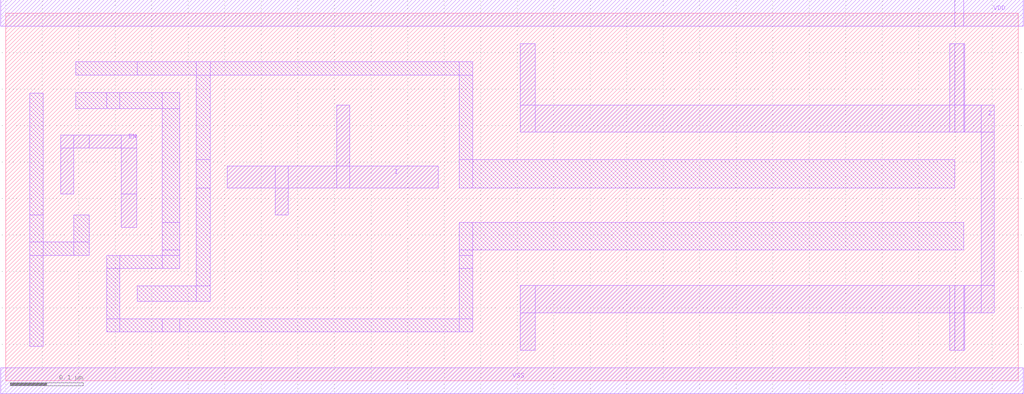
<source format=lef>
# 
# ******************************************************************************
# *                                                                            *
# *                   Copyright (C) 2004-2014, Nangate Inc.                    *
# *                           All rights reserved.                             *
# *                                                                            *
# * Nangate and the Nangate logo are trademarks of Nangate Inc.                *
# *                                                                            *
# * All trademarks, logos, software marks, and trade names (collectively the   *
# * "Marks") in this program are proprietary to Nangate or other respective    *
# * owners that have granted Nangate the right and license to use such Marks.  *
# * You are not permitted to use the Marks without the prior written consent   *
# * of Nangate or such third party that may own the Marks.                     *
# *                                                                            *
# * This file has been provided pursuant to a License Agreement containing     *
# * restrictions on its use. This file contains valuable trade secrets and     *
# * proprietary information of Nangate Inc., and is protected by U.S. and      *
# * international laws and/or treaties.                                        *
# *                                                                            *
# * The copyright notice(s) in this file does not indicate actual or intended  *
# * publication of this file.                                                  *
# *                                                                            *
# *       NGLibraryCreator, Development_version_64 - build 201405300513        *
# *                                                                            *
# ******************************************************************************
# 
# 
# Running on us19.nangate.us for user Lucio Rech (lre).
# Local time is now Tue, 3 Jun 2014, 13:07:07.
# Main process id is 12480.

VERSION 5.8 ;
BUSBITCHARS "[]" ;
DIVIDERCHAR "/" ;

SITE CORE_TypTyp_0p4_25
  SYMMETRY y ;
  CLASS core ;
SIZE 0.042 BY 0.504 ;
END CORE_TypTyp_0p4_25

MACRO AND2_X1
  CLASS core ;
  FOREIGN AND2_X1 0.0 0.0 ;
  ORIGIN 0 0 ;
  SYMMETRY X Y ;
  SITE CORE_TypTyp_0p4_25 ;
SIZE 0.252 BY 0.504 ;
  PIN A1
    DIRECTION INPUT ;
    PORT
      LAYER M1 ;
  RECT 0.116812 0.168 0.135187 0.456685 ;
    END
  END A1
  PIN A2
    DIRECTION INPUT ;
    PORT
      LAYER M1 ;
  RECT 0.0328125 0.0833435 0.0511875 0.34453 ;
    END
  END A2
  PIN Z
    DIRECTION OUTPUT ;
    PORT
      LAYER M1 ;
  RECT 0.200812 0.0748125 0.219187 0.42 ;
    END
  END Z
  PIN VDD
    DIRECTION INOUT ;
    USE power ;
    SHAPE ABUTMENT ;
    PORT
      LAYER M1 ;
  RECT -0.0065625 0.485625 0.177187 0.522375 ;
  RECT 0.177187 0.485625 0.258562 0.522375 ;
    END
  END VDD
  PIN VSS
    DIRECTION INOUT ;
    USE ground ;
    SHAPE ABUTMENT ;
    PORT
      LAYER M1 ;
  RECT -0.0065625 -0.018375 0.258562 0.018375 ;
    END
  END VSS
  OBS
      LAYER M1 ;
  RECT 0.0748125 0.106312 0.093122 0.124687 ;
  RECT 0.0748125 0.124687 0.093122 0.280875 ;
  RECT 0.0748125 0.280875 0.093122 0.357 ;
  RECT 0.093122 0.106312 0.158812 0.124687 ;
  RECT 0.158812 0.106312 0.177187 0.124687 ;
  RECT 0.158812 0.124687 0.177187 0.280875 ;
      LAYER M1 ;
  RECT 0.0748125 0.106312 0.093122 0.124687 ;
  RECT 0.0748125 0.124687 0.093122 0.280875 ;
  RECT 0.0748125 0.280875 0.093122 0.357 ;
  RECT 0.093122 0.106312 0.158812 0.124687 ;
  RECT 0.158812 0.106312 0.177187 0.124687 ;
  RECT 0.158812 0.124687 0.177187 0.280875 ;
  END
END AND2_X1

MACRO AND2_X2
  CLASS core ;
  FOREIGN AND2_X2 0.0 0.0 ;
  ORIGIN 0 0 ;
  SYMMETRY X Y ;
  SITE CORE_TypTyp_0p4_25 ;
SIZE 0.294 BY 0.504 ;
  PIN A1
    DIRECTION INPUT ;
    PORT
      LAYER M1 ;
  RECT 0.116812 0.168 0.135187 0.336 ;
    END
  END A1
  PIN A2
    DIRECTION INPUT ;
    PORT
      LAYER M1 ;
  RECT 0.0295312 0.16275 0.054469 0.34125 ;
    END
  END A2
  PIN Z
    DIRECTION OUTPUT ;
    PORT
      LAYER M1 ;
  RECT 0.198187 0.042 0.200812 0.0853125 ;
  RECT 0.198187 0.418687 0.200812 0.462 ;
  RECT 0.200812 0.042 0.219187 0.0853125 ;
  RECT 0.200812 0.0853125 0.219187 0.418687 ;
  RECT 0.200812 0.418687 0.219187 0.462 ;
    END
  END Z
  PIN VDD
    DIRECTION INOUT ;
    USE power ;
    SHAPE ABUTMENT ;
    PORT
      LAYER M1 ;
  RECT -0.0065625 0.485625 0.177187 0.522375 ;
  RECT 0.177187 0.485625 0.300563 0.522375 ;
    END
  END VDD
  PIN VSS
    DIRECTION INOUT ;
    USE ground ;
    SHAPE ABUTMENT ;
    PORT
      LAYER M1 ;
  RECT -0.0065625 -0.018375 0.300563 0.018375 ;
    END
  END VSS
  OBS
      LAYER M1 ;
  RECT 0.0354375 0.376688 0.0538125 0.395062 ;
  RECT 0.0538125 0.108937 0.158812 0.127312 ;
  RECT 0.0538125 0.376688 0.158812 0.395062 ;
  RECT 0.158812 0.108937 0.177187 0.127312 ;
  RECT 0.158812 0.127312 0.177187 0.376688 ;
  RECT 0.158812 0.376688 0.177187 0.395062 ;
      LAYER M1 ;
  RECT 0.0354375 0.376688 0.0538125 0.395062 ;
  RECT 0.0538125 0.108937 0.158812 0.127312 ;
  RECT 0.0538125 0.376688 0.158812 0.395062 ;
  RECT 0.158812 0.108937 0.177187 0.127312 ;
  RECT 0.158812 0.127312 0.177187 0.376688 ;
  RECT 0.158812 0.376688 0.177187 0.395062 ;
  END
END AND2_X2

MACRO AND3_X1
  CLASS core ;
  FOREIGN AND3_X1 0.0 0.0 ;
  ORIGIN 0 0 ;
  SYMMETRY X Y ;
  SITE CORE_TypTyp_0p4_25 ;
SIZE 0.336 BY 0.504 ;
  PIN A1
    DIRECTION INPUT ;
    PORT
      LAYER M1 ;
  RECT 0.200812 0.126 0.219187 0.378 ;
    END
  END A1
  PIN A2
    DIRECTION INPUT ;
    PORT
      LAYER M1 ;
  RECT 0.113466 0.126 0.138469 0.378 ;
    END
  END A2
  PIN A3
    DIRECTION INPUT ;
    PORT
      LAYER M1 ;
  RECT 0.0315 0.126 0.0525 0.378 ;
    END
  END A3
  PIN Z
    DIRECTION OUTPUT ;
    PORT
      LAYER M1 ;
  RECT 0.284813 0.0748125 0.303187 0.429187 ;
    END
  END Z
  PIN VDD
    DIRECTION INOUT ;
    USE power ;
    SHAPE ABUTMENT ;
    PORT
      LAYER M1 ;
  RECT -0.0065625 0.485625 0.261188 0.522375 ;
  RECT 0.261188 0.485625 0.342562 0.522375 ;
    END
  END VDD
  PIN VSS
    DIRECTION INOUT ;
    USE ground ;
    SHAPE ABUTMENT ;
    PORT
      LAYER M1 ;
  RECT -0.0065625 -0.018375 0.342562 0.018375 ;
    END
  END VSS
  OBS
      LAYER M1 ;
  RECT 0.051844 0.065625 0.156187 0.086625 ;
  RECT 0.0354375 0.414095 0.179812 0.43247 ;
  RECT 0.179812 0.062344 0.242812 0.089906 ;
  RECT 0.179812 0.414095 0.242812 0.43247 ;
  RECT 0.242812 0.062344 0.261188 0.089906 ;
  RECT 0.242812 0.089906 0.261188 0.414095 ;
  RECT 0.242812 0.414095 0.261188 0.43247 ;
      LAYER M1 ;
  RECT 0.051844 0.065625 0.156187 0.086625 ;
  RECT 0.0354375 0.414095 0.179812 0.43247 ;
  RECT 0.179812 0.062344 0.242812 0.089906 ;
  RECT 0.179812 0.414095 0.242812 0.43247 ;
  RECT 0.242812 0.062344 0.261188 0.089906 ;
  RECT 0.242812 0.089906 0.261188 0.414095 ;
  RECT 0.242812 0.414095 0.261188 0.43247 ;
  END
END AND3_X1

MACRO AND3_X2
  CLASS core ;
  FOREIGN AND3_X2 0.0 0.0 ;
  ORIGIN 0 0 ;
  SYMMETRY X Y ;
  SITE CORE_TypTyp_0p4_25 ;
SIZE 0.336 BY 0.504 ;
  PIN A1
    DIRECTION INPUT ;
    PORT
      LAYER M1 ;
  RECT 0.116812 0.21 0.135187 0.336655 ;
    END
  END A1
  PIN A2
    DIRECTION INPUT ;
    PORT
      LAYER M1 ;
  RECT 0.0295312 0.168 0.054469 0.336 ;
    END
  END A2
  PIN A3
    DIRECTION INPUT ;
    PORT
      LAYER M1 ;
  RECT 0.158812 0.198187 0.177187 0.352405 ;
    END
  END A3
  PIN Z
    DIRECTION OUTPUT ;
    PORT
      LAYER M1 ;
  RECT 0.240187 0.042 0.242812 0.103031 ;
  RECT 0.240187 0.418687 0.242812 0.462 ;
  RECT 0.242812 0.042 0.261188 0.103031 ;
  RECT 0.242812 0.103031 0.261188 0.418687 ;
  RECT 0.242812 0.418687 0.261188 0.462 ;
    END
  END Z
  PIN VDD
    DIRECTION INOUT ;
    USE power ;
    SHAPE ABUTMENT ;
    PORT
      LAYER M1 ;
  RECT -0.0065625 0.485625 0.219187 0.522375 ;
  RECT 0.219187 0.485625 0.342562 0.522375 ;
    END
  END VDD
  PIN VSS
    DIRECTION INOUT ;
    USE ground ;
    SHAPE ABUTMENT ;
    PORT
      LAYER M1 ;
  RECT -0.0065625 -0.018375 0.342562 0.018375 ;
    END
  END VSS
  OBS
      LAYER M1 ;
  RECT 0.0315 0.04725 0.0525 0.102375 ;
  RECT 0.0315 0.102375 0.0525 0.123375 ;
  RECT 0.0525 0.102375 0.195562 0.123375 ;
  RECT 0.0354375 0.38128 0.0958125 0.40228 ;
  RECT 0.0958125 0.147 0.200812 0.165375 ;
  RECT 0.0958125 0.38128 0.200812 0.40228 ;
  RECT 0.200812 0.147 0.219187 0.165375 ;
  RECT 0.200812 0.165375 0.219187 0.38128 ;
  RECT 0.200812 0.38128 0.219187 0.40228 ;
      LAYER M1 ;
  RECT 0.0315 0.04725 0.0525 0.102375 ;
  RECT 0.0315 0.102375 0.0525 0.123375 ;
  RECT 0.0525 0.102375 0.195562 0.123375 ;
  RECT 0.0354375 0.38128 0.0958125 0.40228 ;
  RECT 0.0958125 0.147 0.200812 0.165375 ;
  RECT 0.0958125 0.38128 0.200812 0.40228 ;
  RECT 0.200812 0.147 0.219187 0.165375 ;
  RECT 0.200812 0.165375 0.219187 0.38128 ;
  RECT 0.200812 0.38128 0.219187 0.40228 ;
  END
END AND3_X2

MACRO AND4_X1
  CLASS core ;
  FOREIGN AND4_X1 0.0 0.0 ;
  ORIGIN 0 0 ;
  SYMMETRY X Y ;
  SITE CORE_TypTyp_0p4_25 ;
SIZE 0.378 BY 0.504 ;
  PIN A1
    DIRECTION INPUT ;
    PORT
      LAYER M1 ;
  RECT 0.242812 0.126 0.261188 0.378 ;
    END
  END A1
  PIN A2
    DIRECTION INPUT ;
    PORT
      LAYER M1 ;
  RECT 0.1575 0.126 0.1785 0.378 ;
    END
  END A2
  PIN A3
    DIRECTION INPUT ;
    PORT
      LAYER M1 ;
  RECT 0.0748125 0.126 0.093122 0.336 ;
    END
  END A3
  PIN A4
    DIRECTION INPUT ;
    PORT
      LAYER M1 ;
  RECT 0.0328125 0.126 0.0511875 0.378 ;
    END
  END A4
  PIN Z
    DIRECTION OUTPUT ;
    PORT
      LAYER M1 ;
  RECT 0.326813 0.0748125 0.345187 0.429187 ;
    END
  END Z
  PIN VDD
    DIRECTION INOUT ;
    USE power ;
    SHAPE ABUTMENT ;
    PORT
      LAYER M1 ;
  RECT -0.0065625 0.485625 0.303187 0.522375 ;
  RECT 0.303187 0.485625 0.384562 0.522375 ;
    END
  END VDD
  PIN VSS
    DIRECTION INOUT ;
    USE ground ;
    SHAPE ABUTMENT ;
    PORT
      LAYER M1 ;
  RECT -0.0065625 -0.018375 0.384562 0.018375 ;
    END
  END VSS
  OBS
      LAYER M1 ;
  RECT 0.0538125 0.417375 0.221812 0.438375 ;
  RECT 0.221812 0.065625 0.284813 0.086625 ;
  RECT 0.221812 0.417375 0.284813 0.438375 ;
  RECT 0.284813 0.065625 0.303187 0.086625 ;
  RECT 0.284813 0.086625 0.303187 0.417375 ;
  RECT 0.284813 0.417375 0.303187 0.438375 ;
  RECT 0.0924655 0.064969 0.195562 0.096469 ;
      LAYER M1 ;
  RECT 0.0538125 0.417375 0.221812 0.438375 ;
  RECT 0.221812 0.065625 0.284813 0.086625 ;
  RECT 0.221812 0.417375 0.284813 0.438375 ;
  RECT 0.284813 0.065625 0.303187 0.086625 ;
  RECT 0.284813 0.086625 0.303187 0.417375 ;
  RECT 0.284813 0.417375 0.303187 0.438375 ;
  RECT 0.0924655 0.064969 0.195562 0.096469 ;
  END
END AND4_X1

MACRO AND4_X2
  CLASS core ;
  FOREIGN AND4_X2 0.0 0.0 ;
  ORIGIN 0 0 ;
  SYMMETRY X Y ;
  SITE CORE_TypTyp_0p4_25 ;
SIZE 0.42 BY 0.504 ;
  PIN A1
    DIRECTION INPUT ;
    PORT
      LAYER M1 ;
  RECT 0.242812 0.158156 0.261188 0.378 ;
    END
  END A1
  PIN A2
    DIRECTION INPUT ;
    PORT
      LAYER M1 ;
  RECT 0.158812 0.126 0.177187 0.378655 ;
    END
  END A2
  PIN A3
    DIRECTION INPUT ;
    PORT
      LAYER M1 ;
  RECT 0.0748125 0.126 0.093122 0.378655 ;
    END
  END A3
  PIN A4
    DIRECTION INPUT ;
    PORT
      LAYER M1 ;
  RECT 0.0328125 0.126 0.0511875 0.378655 ;
    END
  END A4
  PIN Z
    DIRECTION OUTPUT ;
    PORT
      LAYER M1 ;
  RECT 0.326813 0.063 0.345187 0.42 ;
    END
  END Z
  PIN VDD
    DIRECTION INOUT ;
    USE power ;
    SHAPE ABUTMENT ;
    PORT
      LAYER M1 ;
  RECT -0.0065625 0.485625 0.303187 0.522375 ;
  RECT 0.303187 0.485625 0.426563 0.522375 ;
    END
  END VDD
  PIN VSS
    DIRECTION INOUT ;
    USE ground ;
    SHAPE ABUTMENT ;
    PORT
      LAYER M1 ;
  RECT -0.0065625 -0.018375 0.426563 0.018375 ;
    END
  END VSS
  OBS
      LAYER M1 ;
  RECT 0.093122 0.065625 0.195562 0.086625 ;
  RECT 0.0538125 0.417375 0.224437 0.438375 ;
  RECT 0.224437 0.108281 0.284813 0.129281 ;
  RECT 0.224437 0.417375 0.284813 0.438375 ;
  RECT 0.284813 0.108281 0.303187 0.129281 ;
  RECT 0.284813 0.129281 0.303187 0.417375 ;
  RECT 0.284813 0.417375 0.303187 0.438375 ;
      LAYER M1 ;
  RECT 0.093122 0.065625 0.195562 0.086625 ;
  RECT 0.0538125 0.417375 0.224437 0.438375 ;
  RECT 0.224437 0.108281 0.284813 0.129281 ;
  RECT 0.224437 0.417375 0.284813 0.438375 ;
  RECT 0.284813 0.108281 0.303187 0.129281 ;
  RECT 0.284813 0.129281 0.303187 0.417375 ;
  RECT 0.284813 0.417375 0.303187 0.438375 ;
  END
END AND4_X2

MACRO ANTENNA
  CLASS core ;
  FOREIGN ANTENNA 0.0 0.0 ;
  ORIGIN 0 0 ;
  SYMMETRY X Y ;
  SITE CORE_TypTyp_0p4_25 ;
SIZE 0.126 BY 0.504 ;
END ANTENNA

MACRO AOI21_X1
  CLASS core ;
  FOREIGN AOI21_X1 0.0 0.0 ;
  ORIGIN 0 0 ;
  SYMMETRY X Y ;
  SITE CORE_TypTyp_0p4_25 ;
SIZE 0.252 BY 0.504 ;
  PIN A1
    DIRECTION INPUT ;
    PORT
      LAYER M1 ;
  RECT 0.116812 0.126 0.135187 0.336 ;
    END
  END A1
  PIN A2
    DIRECTION INPUT ;
    PORT
      LAYER M1 ;
  RECT 0.0328125 0.0879375 0.0511875 0.336 ;
    END
  END A2
  PIN B
    DIRECTION INPUT ;
    PORT
      LAYER M1 ;
  RECT 0.200812 0.126 0.219187 0.336 ;
    END
  END B
  PIN ZN
    DIRECTION OUTPUT ;
    PORT
      LAYER M1 ;
  RECT 0.0748125 0.065625 0.093122 0.086625 ;
  RECT 0.0748125 0.086625 0.093122 0.35175 ;
  RECT 0.093122 0.065625 0.200812 0.086625 ;
    END
  END ZN
  PIN VDD
    DIRECTION INOUT ;
    USE power ;
    SHAPE ABUTMENT ;
    PORT
      LAYER M1 ;
  RECT -0.0065625 0.485625 0.195562 0.522375 ;
  RECT 0.195562 0.485625 0.258562 0.522375 ;
    END
  END VDD
  PIN VSS
    DIRECTION INOUT ;
    USE ground ;
    SHAPE ABUTMENT ;
    PORT
      LAYER M1 ;
  RECT -0.0065625 -0.018375 0.258562 0.018375 ;
    END
  END VSS
  OBS
      LAYER M1 ;
  RECT 0.0315 0.380625 0.0525 0.401625 ;
  RECT 0.0315 0.401625 0.0525 0.462 ;
  RECT 0.0525 0.380625 0.195562 0.401625 ;
      LAYER M1 ;
  RECT 0.0315 0.380625 0.0525 0.401625 ;
  RECT 0.0315 0.401625 0.0525 0.462 ;
  RECT 0.0525 0.380625 0.195562 0.401625 ;
  END
END AOI21_X1

MACRO AOI21_X2
  CLASS core ;
  FOREIGN AOI21_X2 0.0 0.0 ;
  ORIGIN 0 0 ;
  SYMMETRY X Y ;
  SITE CORE_TypTyp_0p4_25 ;
SIZE 0.378 BY 0.504 ;
  PIN A1
    DIRECTION INPUT ;
    PORT
      LAYER M1 ;
  RECT 0.242812 0.198187 0.261188 0.294 ;
    END
  END A1
  PIN A2
    DIRECTION INPUT ;
    PORT
      LAYER M1 ;
  RECT 0.158812 0.150937 0.177187 0.169312 ;
  RECT 0.158812 0.169312 0.177187 0.294 ;
  RECT 0.158812 0.294 0.177187 0.336 ;
  RECT 0.177187 0.150937 0.32353 0.169312 ;
  RECT 0.32353 0.150937 0.34847 0.169312 ;
  RECT 0.32353 0.169312 0.34847 0.294 ;
    END
  END A2
  PIN B
    DIRECTION INPUT ;
    PORT
      LAYER M1 ;
  RECT 0.0748125 0.168 0.093122 0.294 ;
    END
  END B
  PIN ZN
    DIRECTION OUTPUT ;
    PORT
      LAYER M1 ;
  RECT 0.050531 0.108937 0.116812 0.127312 ;
  RECT 0.116812 0.108937 0.135187 0.127312 ;
  RECT 0.116812 0.127312 0.135187 0.320905 ;
  RECT 0.116812 0.320905 0.135187 0.374652 ;
  RECT 0.116812 0.374652 0.135187 0.393095 ;
  RECT 0.135187 0.108937 0.282187 0.127312 ;
  RECT 0.135187 0.374652 0.282187 0.393095 ;
  RECT 0.282187 0.374652 0.284813 0.393095 ;
  RECT 0.284813 0.320905 0.303187 0.374652 ;
  RECT 0.284813 0.374652 0.303187 0.393095 ;
    END
  END ZN
  PIN VDD
    DIRECTION INOUT ;
    USE power ;
    SHAPE ABUTMENT ;
    PORT
      LAYER M1 ;
  RECT -0.0065625 0.485625 0.345187 0.522375 ;
  RECT 0.345187 0.485625 0.351095 0.522375 ;
  RECT 0.351095 0.485625 0.384562 0.522375 ;
    END
  END VDD
  PIN VSS
    DIRECTION INOUT ;
    USE ground ;
    SHAPE ABUTMENT ;
    PORT
      LAYER M1 ;
  RECT -0.0065625 -0.018375 0.384562 0.018375 ;
    END
  END VSS
  OBS
      LAYER M1 ;
  RECT 0.0315 0.360938 0.0525 0.41672 ;
  RECT 0.0315 0.41672 0.0525 0.43903 ;
  RECT 0.0525 0.41672 0.326813 0.43903 ;
  RECT 0.326813 0.338625 0.345187 0.360938 ;
  RECT 0.326813 0.360938 0.345187 0.41672 ;
  RECT 0.326813 0.41672 0.345187 0.43903 ;
  RECT 0.0958125 0.066872 0.351095 0.0853125 ;
      LAYER M1 ;
  RECT 0.0315 0.360938 0.0525 0.41672 ;
  RECT 0.0315 0.41672 0.0525 0.43903 ;
  RECT 0.0525 0.41672 0.326813 0.43903 ;
  RECT 0.326813 0.338625 0.345187 0.360938 ;
  RECT 0.326813 0.360938 0.345187 0.41672 ;
  RECT 0.326813 0.41672 0.345187 0.43903 ;
  RECT 0.0958125 0.066872 0.351095 0.0853125 ;
  END
END AOI21_X2

MACRO AOI22_X1
  CLASS core ;
  FOREIGN AOI22_X1 0.0 0.0 ;
  ORIGIN 0 0 ;
  SYMMETRY X Y ;
  SITE CORE_TypTyp_0p4_25 ;
SIZE 0.294 BY 0.504 ;
  PIN A1
    DIRECTION INPUT ;
    PORT
      LAYER M1 ;
  RECT 0.158812 0.126 0.177187 0.336 ;
    END
  END A1
  PIN A2
    DIRECTION INPUT ;
    PORT
      LAYER M1 ;
  RECT 0.242812 0.126 0.261188 0.31828 ;
    END
  END A2
  PIN B1
    DIRECTION INPUT ;
    PORT
      LAYER M1 ;
  RECT 0.0748125 0.129937 0.093122 0.378 ;
    END
  END B1
  PIN B2
    DIRECTION INPUT ;
    PORT
      LAYER M1 ;
  RECT 0.0328125 0.126 0.0511875 0.378 ;
    END
  END B2
  PIN ZN
    DIRECTION OUTPUT ;
    PORT
      LAYER M1 ;
  RECT 0.0924655 0.066872 0.200812 0.0853125 ;
  RECT 0.200812 0.066872 0.219187 0.0853125 ;
  RECT 0.200812 0.0853125 0.219187 0.381937 ;
    END
  END ZN
  PIN VDD
    DIRECTION INOUT ;
    USE power ;
    SHAPE ABUTMENT ;
    PORT
      LAYER M1 ;
  RECT -0.0065625 0.485625 0.261188 0.522375 ;
  RECT 0.261188 0.485625 0.300563 0.522375 ;
    END
  END VDD
  PIN VSS
    DIRECTION INOUT ;
    USE ground ;
    SHAPE ABUTMENT ;
    PORT
      LAYER M1 ;
  RECT -0.0065625 -0.018375 0.300563 0.018375 ;
    END
  END VSS
  OBS
      LAYER M1 ;
  RECT 0.0538125 0.413438 0.242812 0.442312 ;
  RECT 0.242812 0.362905 0.261188 0.413438 ;
  RECT 0.242812 0.413438 0.261188 0.442312 ;
      LAYER M1 ;
  RECT 0.0538125 0.413438 0.242812 0.442312 ;
  RECT 0.242812 0.362905 0.261188 0.413438 ;
  RECT 0.242812 0.413438 0.261188 0.442312 ;
  END
END AOI22_X1

MACRO AOI22_X2
  CLASS core ;
  FOREIGN AOI22_X2 0.0 0.0 ;
  ORIGIN 0 0 ;
  SYMMETRY X Y ;
  SITE CORE_TypTyp_0p4_25 ;
SIZE 0.504 BY 0.504 ;
  PIN A1
    DIRECTION INPUT ;
    PORT
      LAYER M1 ;
  RECT 0.284813 0.179812 0.303187 0.198187 ;
  RECT 0.284813 0.198187 0.303187 0.320905 ;
  RECT 0.284813 0.320905 0.303187 0.336 ;
  RECT 0.303187 0.179812 0.429187 0.198187 ;
  RECT 0.429187 0.179812 0.452748 0.198187 ;
  RECT 0.452748 0.179812 0.471187 0.198187 ;
  RECT 0.452748 0.198187 0.471187 0.320905 ;
    END
  END A1
  PIN A2
    DIRECTION INPUT ;
    PORT
      LAYER M1 ;
  RECT 0.368812 0.242812 0.387188 0.336 ;
    END
  END A2
  PIN B1
    DIRECTION INPUT ;
    PORT
      LAYER M1 ;
  RECT 0.200812 0.200812 0.219187 0.345187 ;
    END
  END B1
  PIN B2
    DIRECTION INPUT ;
    PORT
      LAYER M1 ;
  RECT 0.0328125 0.158812 0.0511875 0.336 ;
    END
  END B2
  PIN ZN
    DIRECTION OUTPUT ;
    PORT
      LAYER M1 ;
  RECT 0.158812 0.13125 0.177187 0.149625 ;
  RECT 0.158812 0.149625 0.177187 0.150281 ;
  RECT 0.158812 0.150281 0.177187 0.21 ;
  RECT 0.177187 0.13125 0.237562 0.149625 ;
  RECT 0.237562 0.13125 0.242812 0.149625 ;
  RECT 0.242812 0.13125 0.261188 0.149625 ;
  RECT 0.242812 0.149625 0.261188 0.150281 ;
  RECT 0.242812 0.150281 0.261188 0.21 ;
  RECT 0.242812 0.21 0.261188 0.303845 ;
  RECT 0.242812 0.303845 0.261188 0.372685 ;
  RECT 0.242812 0.372685 0.261188 0.395062 ;
  RECT 0.261188 0.13125 0.410813 0.149625 ;
  RECT 0.261188 0.149625 0.410813 0.150281 ;
  RECT 0.261188 0.372685 0.410813 0.395062 ;
  RECT 0.410813 0.13125 0.429187 0.149625 ;
  RECT 0.410813 0.149625 0.429187 0.150281 ;
  RECT 0.410813 0.303845 0.429187 0.372685 ;
  RECT 0.410813 0.372685 0.429187 0.395062 ;
  RECT 0.429187 0.13125 0.452748 0.149625 ;
  RECT 0.429187 0.149625 0.452748 0.150281 ;
  RECT 0.452748 0.063 0.471187 0.13125 ;
  RECT 0.452748 0.13125 0.471187 0.149625 ;
  RECT 0.452748 0.149625 0.471187 0.150281 ;
    END
  END ZN
  PIN VDD
    DIRECTION INOUT ;
    USE power ;
    SHAPE ABUTMENT ;
    PORT
      LAYER M1 ;
  RECT -0.0065625 0.485625 0.471187 0.522375 ;
  RECT 0.471187 0.485625 0.510565 0.522375 ;
    END
  END VDD
  PIN VSS
    DIRECTION INOUT ;
    USE ground ;
    SHAPE ABUTMENT ;
    PORT
      LAYER M1 ;
  RECT -0.0065625 -0.018375 0.510565 0.018375 ;
    END
  END VSS
  OBS
      LAYER M1 ;
  RECT 0.266437 0.086625 0.410813 0.107625 ;
  RECT 0.410813 0.04725 0.429187 0.086625 ;
  RECT 0.410813 0.086625 0.429187 0.107625 ;
  RECT 0.050531 0.418687 0.452748 0.437063 ;
  RECT 0.452748 0.36553 0.471187 0.418687 ;
  RECT 0.452748 0.418687 0.471187 0.437063 ;
  RECT 0.056372 0.057028 0.237562 0.095156 ;
      LAYER M1 ;
  RECT 0.266437 0.086625 0.410813 0.107625 ;
  RECT 0.410813 0.04725 0.429187 0.086625 ;
  RECT 0.410813 0.086625 0.429187 0.107625 ;
  RECT 0.050531 0.418687 0.452748 0.437063 ;
  RECT 0.452748 0.36553 0.471187 0.418687 ;
  RECT 0.452748 0.418687 0.471187 0.437063 ;
  RECT 0.056372 0.057028 0.237562 0.095156 ;
  END
END AOI22_X2

MACRO BUF_X1
  CLASS core ;
  FOREIGN BUF_X1 0.0 0.0 ;
  ORIGIN 0 0 ;
  SYMMETRY X Y ;
  SITE CORE_TypTyp_0p4_25 ;
SIZE 0.21 BY 0.504 ;
  PIN I
    DIRECTION INPUT ;
    PORT
      LAYER M1 ;
  RECT 0.0328125 0.126 0.0511875 0.378 ;
    END
  END I
  PIN Z
    DIRECTION OUTPUT ;
    PORT
      LAYER M1 ;
  RECT 0.1575 0.0748125 0.1785 0.462 ;
    END
  END Z
  PIN VDD
    DIRECTION INOUT ;
    USE power ;
    SHAPE ABUTMENT ;
    PORT
      LAYER M1 ;
  RECT -0.0065625 0.485625 0.093778 0.522375 ;
  RECT 0.093778 0.485625 0.216562 0.522375 ;
    END
  END VDD
  PIN VSS
    DIRECTION INOUT ;
    USE ground ;
    SHAPE ABUTMENT ;
    PORT
      LAYER M1 ;
  RECT -0.0065625 -0.018375 0.216562 0.018375 ;
    END
  END VSS
  OBS
      LAYER M1 ;
  RECT 0.0748125 0.04725 0.075469 0.121406 ;
  RECT 0.0748125 0.121406 0.075469 0.139781 ;
  RECT 0.0748125 0.280875 0.075469 0.29925 ;
  RECT 0.0748125 0.29925 0.075469 0.366187 ;
  RECT 0.075469 0.04725 0.093122 0.121406 ;
  RECT 0.075469 0.121406 0.093122 0.139781 ;
  RECT 0.075469 0.139781 0.093122 0.280875 ;
  RECT 0.075469 0.280875 0.093122 0.29925 ;
  RECT 0.075469 0.29925 0.093122 0.366187 ;
  RECT 0.093122 0.121406 0.093778 0.139781 ;
  RECT 0.093122 0.139781 0.093778 0.280875 ;
  RECT 0.093122 0.280875 0.093778 0.29925 ;
      LAYER M1 ;
  RECT 0.0748125 0.04725 0.075469 0.121406 ;
  RECT 0.0748125 0.121406 0.075469 0.139781 ;
  RECT 0.0748125 0.280875 0.075469 0.29925 ;
  RECT 0.0748125 0.29925 0.075469 0.366187 ;
  RECT 0.075469 0.04725 0.093122 0.121406 ;
  RECT 0.075469 0.121406 0.093122 0.139781 ;
  RECT 0.075469 0.139781 0.093122 0.280875 ;
  RECT 0.075469 0.280875 0.093122 0.29925 ;
  RECT 0.075469 0.29925 0.093122 0.366187 ;
  RECT 0.093122 0.121406 0.093778 0.139781 ;
  RECT 0.093122 0.139781 0.093778 0.280875 ;
  RECT 0.093122 0.280875 0.093778 0.29925 ;
  END
END BUF_X1

MACRO BUF_X2
  CLASS core ;
  FOREIGN BUF_X2 0.0 0.0 ;
  ORIGIN 0 0 ;
  SYMMETRY X Y ;
  SITE CORE_TypTyp_0p4_25 ;
SIZE 0.21 BY 0.504 ;
  PIN I
    DIRECTION INPUT ;
    PORT
      LAYER M1 ;
  RECT 0.0328125 0.175219 0.0511875 0.336 ;
    END
  END I
  PIN Z
    DIRECTION OUTPUT ;
    PORT
      LAYER M1 ;
  RECT 0.114122 0.39572 0.116156 0.462 ;
  RECT 0.116156 0.04725 0.116812 0.086625 ;
  RECT 0.116156 0.39572 0.116812 0.462 ;
  RECT 0.116812 0.04725 0.135187 0.086625 ;
  RECT 0.116812 0.086625 0.135187 0.39572 ;
  RECT 0.116812 0.39572 0.135187 0.462 ;
    END
  END Z
  PIN VDD
    DIRECTION INOUT ;
    USE power ;
    SHAPE ABUTMENT ;
    PORT
      LAYER M1 ;
  RECT -0.0065625 0.485625 0.093122 0.522375 ;
  RECT 0.093122 0.485625 0.216562 0.522375 ;
    END
  END VDD
  PIN VSS
    DIRECTION INOUT ;
    USE ground ;
    SHAPE ABUTMENT ;
    PORT
      LAYER M1 ;
  RECT -0.0065625 -0.018375 0.216562 0.018375 ;
    END
  END VSS
  OBS
      LAYER M1 ;
  RECT 0.0275625 0.364875 0.0328125 0.38325 ;
  RECT 0.0275625 0.38325 0.0328125 0.450188 ;
  RECT 0.0328125 0.063 0.0511875 0.126 ;
  RECT 0.0328125 0.126 0.0511875 0.144375 ;
  RECT 0.0328125 0.364875 0.0511875 0.38325 ;
  RECT 0.0328125 0.38325 0.0511875 0.450188 ;
  RECT 0.0511875 0.126 0.056372 0.144375 ;
  RECT 0.0511875 0.364875 0.056372 0.38325 ;
  RECT 0.0511875 0.38325 0.056372 0.450188 ;
  RECT 0.056372 0.126 0.0748125 0.144375 ;
  RECT 0.056372 0.364875 0.0748125 0.38325 ;
  RECT 0.0748125 0.126 0.093122 0.144375 ;
  RECT 0.0748125 0.144375 0.093122 0.364875 ;
  RECT 0.0748125 0.364875 0.093122 0.38325 ;
      LAYER M1 ;
  RECT 0.0275625 0.364875 0.0328125 0.38325 ;
  RECT 0.0275625 0.38325 0.0328125 0.450188 ;
  RECT 0.0328125 0.063 0.0511875 0.126 ;
  RECT 0.0328125 0.126 0.0511875 0.144375 ;
  RECT 0.0328125 0.364875 0.0511875 0.38325 ;
  RECT 0.0328125 0.38325 0.0511875 0.450188 ;
  RECT 0.0511875 0.126 0.056372 0.144375 ;
  RECT 0.0511875 0.364875 0.056372 0.38325 ;
  RECT 0.0511875 0.38325 0.056372 0.450188 ;
  RECT 0.056372 0.126 0.0748125 0.144375 ;
  RECT 0.056372 0.364875 0.0748125 0.38325 ;
  RECT 0.0748125 0.126 0.093122 0.144375 ;
  RECT 0.0748125 0.144375 0.093122 0.364875 ;
  RECT 0.0748125 0.364875 0.093122 0.38325 ;
  END
END BUF_X2

MACRO BUF_X4
  CLASS core ;
  FOREIGN BUF_X4 0.0 0.0 ;
  ORIGIN 0 0 ;
  SYMMETRY X Y ;
  SITE CORE_TypTyp_0p4_25 ;
SIZE 0.336 BY 0.504 ;
  PIN I
    DIRECTION INPUT ;
    PORT
      LAYER M1 ;
  RECT 0.116812 0.158812 0.135187 0.345187 ;
    END
  END I
  PIN Z
    DIRECTION OUTPUT ;
    PORT
      LAYER M1 ;
  RECT 0.095156 0.066872 0.137812 0.0853125 ;
  RECT 0.137812 0.066872 0.177187 0.0853125 ;
  RECT 0.137812 0.418687 0.177187 0.437063 ;
  RECT 0.177187 0.066872 0.2415 0.0853125 ;
  RECT 0.177187 0.418687 0.2415 0.437063 ;
  RECT 0.2415 0.066872 0.2625 0.0853125 ;
  RECT 0.2415 0.0853125 0.2625 0.418687 ;
  RECT 0.2415 0.418687 0.2625 0.437063 ;
    END
  END Z
  PIN VDD
    DIRECTION INOUT ;
    USE power ;
    SHAPE ABUTMENT ;
    PORT
      LAYER M1 ;
  RECT -0.0065625 0.485625 0.177187 0.522375 ;
  RECT 0.177187 0.485625 0.342562 0.522375 ;
    END
  END VDD
  PIN VSS
    DIRECTION INOUT ;
    USE ground ;
    SHAPE ABUTMENT ;
    PORT
      LAYER M1 ;
  RECT -0.0065625 -0.018375 0.342562 0.018375 ;
    END
  END VSS
  OBS
      LAYER M1 ;
  RECT 0.0177187 0.108937 0.056372 0.129937 ;
  RECT 0.056372 0.108937 0.158812 0.129937 ;
  RECT 0.056372 0.373997 0.158812 0.395062 ;
  RECT 0.158812 0.108937 0.177187 0.129937 ;
  RECT 0.158812 0.129937 0.177187 0.373997 ;
  RECT 0.158812 0.373997 0.177187 0.395062 ;
      LAYER M1 ;
  RECT 0.0177187 0.108937 0.056372 0.129937 ;
  RECT 0.056372 0.108937 0.158812 0.129937 ;
  RECT 0.056372 0.373997 0.158812 0.395062 ;
  RECT 0.158812 0.108937 0.177187 0.129937 ;
  RECT 0.158812 0.129937 0.177187 0.373997 ;
  RECT 0.158812 0.373997 0.177187 0.395062 ;
  END
END BUF_X4

MACRO BUF_X8
  CLASS core ;
  FOREIGN BUF_X8 0.0 0.0 ;
  ORIGIN 0 0 ;
  SYMMETRY X Y ;
  SITE CORE_TypTyp_0p4_25 ;
SIZE 0.588 BY 0.504 ;
  PIN I
    DIRECTION INPUT ;
    PORT
      LAYER M1 ;
  RECT 0.0328125 0.168 0.0511875 0.240187 ;
  RECT 0.0328125 0.240187 0.0511875 0.261188 ;
  RECT 0.0328125 0.261188 0.0511875 0.336 ;
  RECT 0.0511875 0.240187 0.195562 0.261188 ;
    END
  END I
  PIN Z
    DIRECTION OUTPUT ;
    PORT
      LAYER M1 ;
  RECT 0.221812 0.066872 0.459375 0.0853125 ;
  RECT 0.221812 0.418687 0.459375 0.437063 ;
  RECT 0.459375 0.066872 0.494812 0.0853125 ;
  RECT 0.459375 0.418687 0.494812 0.437063 ;
  RECT 0.494812 0.066872 0.51319 0.0853125 ;
  RECT 0.494812 0.0853125 0.51319 0.418687 ;
  RECT 0.494812 0.418687 0.51319 0.437063 ;
    END
  END Z
  PIN VDD
    DIRECTION INOUT ;
    USE power ;
    SHAPE ABUTMENT ;
    PORT
      LAYER M1 ;
  RECT -0.0065625 0.485625 0.459375 0.522375 ;
  RECT 0.459375 0.485625 0.59456 0.522375 ;
    END
  END VDD
  PIN VSS
    DIRECTION INOUT ;
    USE ground ;
    SHAPE ABUTMENT ;
    PORT
      LAYER M1 ;
  RECT -0.0065625 -0.018375 0.59456 0.018375 ;
    END
  END VSS
  OBS
      LAYER M1 ;
  RECT 0.064969 0.0643125 0.0748125 0.122062 ;
  RECT 0.064969 0.122062 0.0748125 0.140437 ;
  RECT 0.0748125 0.0643125 0.093122 0.122062 ;
  RECT 0.0748125 0.122062 0.093122 0.140437 ;
  RECT 0.0748125 0.345845 0.093122 0.382595 ;
  RECT 0.0748125 0.382595 0.093122 0.439688 ;
  RECT 0.093122 0.0643125 0.103031 0.122062 ;
  RECT 0.093122 0.122062 0.103031 0.140437 ;
  RECT 0.093122 0.345845 0.103031 0.382595 ;
  RECT 0.103031 0.122062 0.232312 0.140437 ;
  RECT 0.103031 0.345845 0.232312 0.382595 ;
  RECT 0.232312 0.122062 0.250688 0.140437 ;
  RECT 0.232312 0.140437 0.250688 0.223781 ;
  RECT 0.232312 0.223781 0.250688 0.242156 ;
  RECT 0.232312 0.242156 0.250688 0.345845 ;
  RECT 0.232312 0.345845 0.250688 0.382595 ;
  RECT 0.250688 0.223781 0.459375 0.242156 ;
      LAYER M1 ;
  RECT 0.064969 0.0643125 0.0748125 0.122062 ;
  RECT 0.064969 0.122062 0.0748125 0.140437 ;
  RECT 0.0748125 0.0643125 0.093122 0.122062 ;
  RECT 0.0748125 0.122062 0.093122 0.140437 ;
  RECT 0.0748125 0.345845 0.093122 0.382595 ;
  RECT 0.0748125 0.382595 0.093122 0.439688 ;
  RECT 0.093122 0.0643125 0.103031 0.122062 ;
  RECT 0.093122 0.122062 0.103031 0.140437 ;
  RECT 0.093122 0.345845 0.103031 0.382595 ;
  RECT 0.103031 0.122062 0.232312 0.140437 ;
  RECT 0.103031 0.345845 0.232312 0.382595 ;
  RECT 0.232312 0.122062 0.250688 0.140437 ;
  RECT 0.232312 0.140437 0.250688 0.223781 ;
  RECT 0.232312 0.223781 0.250688 0.242156 ;
  RECT 0.232312 0.242156 0.250688 0.345845 ;
  RECT 0.232312 0.345845 0.250688 0.382595 ;
  RECT 0.250688 0.223781 0.459375 0.242156 ;
  END
END BUF_X8

MACRO BUF_X12
  CLASS core ;
  FOREIGN BUF_X12 0.0 0.0 ;
  ORIGIN 0 0 ;
  SYMMETRY X Y ;
  SITE CORE_TypTyp_0p4_25 ;
SIZE 0.84 BY 0.504 ;
  PIN I
    DIRECTION INPUT ;
    PORT
      LAYER M1 ;
  RECT 0.0315 0.154875 0.0525 0.240187 ;
  RECT 0.0315 0.240187 0.0525 0.261188 ;
  RECT 0.0315 0.261188 0.0525 0.33797 ;
  RECT 0.0525 0.240187 0.279562 0.261188 ;
    END
  END I
  PIN Z
    DIRECTION OUTPUT ;
    PORT
      LAYER M1 ;
  RECT 0.305812 0.066872 0.702185 0.0853125 ;
  RECT 0.305812 0.418687 0.702185 0.437063 ;
  RECT 0.702185 0.066872 0.745435 0.0853125 ;
  RECT 0.702185 0.418687 0.745435 0.437063 ;
  RECT 0.745435 0.066872 0.7665 0.0853125 ;
  RECT 0.745435 0.0853125 0.7665 0.418687 ;
  RECT 0.745435 0.418687 0.7665 0.437063 ;
    END
  END Z
  PIN VDD
    DIRECTION INOUT ;
    USE power ;
    SHAPE ABUTMENT ;
    PORT
      LAYER M1 ;
  RECT -0.0065625 0.485625 0.702185 0.522375 ;
  RECT 0.702185 0.485625 0.84656 0.522375 ;
    END
  END VDD
  PIN VSS
    DIRECTION INOUT ;
    USE ground ;
    SHAPE ABUTMENT ;
    PORT
      LAYER M1 ;
  RECT -0.0065625 -0.018375 0.84656 0.018375 ;
    END
  END VSS
  OBS
      LAYER M1 ;
  RECT 0.0643125 0.361595 0.0735 0.382595 ;
  RECT 0.0643125 0.382595 0.0735 0.439688 ;
  RECT 0.0735 0.0643125 0.0945 0.121406 ;
  RECT 0.0735 0.121406 0.0945 0.142406 ;
  RECT 0.0735 0.361595 0.0945 0.382595 ;
  RECT 0.0735 0.382595 0.0945 0.439688 ;
  RECT 0.0945 0.121406 0.103031 0.142406 ;
  RECT 0.0945 0.361595 0.103031 0.382595 ;
  RECT 0.0945 0.382595 0.103031 0.439688 ;
  RECT 0.103031 0.121406 0.303187 0.142406 ;
  RECT 0.103031 0.361595 0.303187 0.382595 ;
  RECT 0.303187 0.121406 0.321562 0.142406 ;
  RECT 0.303187 0.142406 0.321562 0.242812 ;
  RECT 0.303187 0.242812 0.321562 0.261188 ;
  RECT 0.303187 0.261188 0.321562 0.361595 ;
  RECT 0.303187 0.361595 0.321562 0.382595 ;
  RECT 0.321562 0.242812 0.702185 0.261188 ;
      LAYER M1 ;
  RECT 0.0643125 0.361595 0.0735 0.382595 ;
  RECT 0.0643125 0.382595 0.0735 0.439688 ;
  RECT 0.0735 0.0643125 0.0945 0.121406 ;
  RECT 0.0735 0.121406 0.0945 0.142406 ;
  RECT 0.0735 0.361595 0.0945 0.382595 ;
  RECT 0.0735 0.382595 0.0945 0.439688 ;
  RECT 0.0945 0.121406 0.103031 0.142406 ;
  RECT 0.0945 0.361595 0.103031 0.382595 ;
  RECT 0.0945 0.382595 0.103031 0.439688 ;
  RECT 0.103031 0.121406 0.303187 0.142406 ;
  RECT 0.103031 0.361595 0.303187 0.382595 ;
  RECT 0.303187 0.121406 0.321562 0.142406 ;
  RECT 0.303187 0.142406 0.321562 0.242812 ;
  RECT 0.303187 0.242812 0.321562 0.261188 ;
  RECT 0.303187 0.261188 0.321562 0.361595 ;
  RECT 0.303187 0.361595 0.321562 0.382595 ;
  RECT 0.321562 0.242812 0.702185 0.261188 ;
  END
END BUF_X12

MACRO BUF_X16
  CLASS core ;
  FOREIGN BUF_X16 0.0 0.0 ;
  ORIGIN 0 0 ;
  SYMMETRY X Y ;
  SITE CORE_TypTyp_0p4_25 ;
SIZE 1.092 BY 0.504 ;
  PIN I
    DIRECTION INPUT ;
    PORT
      LAYER M1 ;
  RECT 0.0328125 0.15225 0.0511875 0.232969 ;
  RECT 0.0328125 0.232969 0.0511875 0.27103 ;
  RECT 0.0328125 0.27103 0.0511875 0.336 ;
  RECT 0.0511875 0.232969 0.363563 0.27103 ;
    END
  END I
  PIN Z
    DIRECTION OUTPUT ;
    PORT
      LAYER M1 ;
  RECT 0.389813 0.066872 0.954185 0.0853125 ;
  RECT 0.389813 0.41475 0.954185 0.433125 ;
  RECT 0.954185 0.066872 0.9975 0.0853125 ;
  RECT 0.954185 0.41475 0.9975 0.433125 ;
  RECT 0.9975 0.066872 1.0185 0.0853125 ;
  RECT 0.9975 0.0853125 1.0185 0.41475 ;
  RECT 0.9975 0.41475 1.0185 0.433125 ;
    END
  END Z
  PIN VDD
    DIRECTION INOUT ;
    USE power ;
    SHAPE ABUTMENT ;
    PORT
      LAYER M1 ;
  RECT -0.0065625 0.485625 0.954185 0.522375 ;
  RECT 0.954185 0.485625 1.09856 0.522375 ;
    END
  END VDD
  PIN VSS
    DIRECTION INOUT ;
    USE ground ;
    SHAPE ABUTMENT ;
    PORT
      LAYER M1 ;
  RECT -0.0065625 -0.018375 1.09856 0.018375 ;
    END
  END VSS
  OBS
      LAYER M1 ;
  RECT 0.0748125 0.0643125 0.093122 0.134531 ;
  RECT 0.0748125 0.134531 0.093122 0.152906 ;
  RECT 0.0748125 0.300563 0.093122 0.318937 ;
  RECT 0.0748125 0.318937 0.093122 0.42197 ;
  RECT 0.093122 0.134531 0.387188 0.152906 ;
  RECT 0.093122 0.300563 0.387188 0.318937 ;
  RECT 0.387188 0.134531 0.405562 0.152906 ;
  RECT 0.387188 0.152906 0.405562 0.2415 ;
  RECT 0.387188 0.2415 0.405562 0.259875 ;
  RECT 0.387188 0.259875 0.405562 0.300563 ;
  RECT 0.387188 0.300563 0.405562 0.318937 ;
  RECT 0.405562 0.2415 0.954185 0.259875 ;
      LAYER M1 ;
  RECT 0.0748125 0.0643125 0.093122 0.134531 ;
  RECT 0.0748125 0.134531 0.093122 0.152906 ;
  RECT 0.0748125 0.300563 0.093122 0.318937 ;
  RECT 0.0748125 0.318937 0.093122 0.42197 ;
  RECT 0.093122 0.134531 0.387188 0.152906 ;
  RECT 0.093122 0.300563 0.387188 0.318937 ;
  RECT 0.387188 0.134531 0.405562 0.152906 ;
  RECT 0.387188 0.152906 0.405562 0.2415 ;
  RECT 0.387188 0.2415 0.405562 0.259875 ;
  RECT 0.387188 0.259875 0.405562 0.300563 ;
  RECT 0.387188 0.300563 0.405562 0.318937 ;
  RECT 0.405562 0.2415 0.954185 0.259875 ;
  END
END BUF_X16

MACRO CLKBUF_X1
  CLASS core ;
  FOREIGN CLKBUF_X1 0.0 0.0 ;
  ORIGIN 0 0 ;
  SYMMETRY X Y ;
  SITE CORE_TypTyp_0p4_25 ;
SIZE 0.21 BY 0.504 ;
  PIN I
    DIRECTION INPUT ;
    PORT
      LAYER M1 ;
  RECT 0.0328125 0.126 0.0511875 0.378 ;
    END
  END I
  PIN Z
    DIRECTION OUTPUT ;
    PORT
      LAYER M1 ;
  RECT 0.1575 0.0748125 0.1785 0.462 ;
    END
  END Z
  PIN VDD
    DIRECTION INOUT ;
    USE power ;
    SHAPE ABUTMENT ;
    PORT
      LAYER M1 ;
  RECT -0.0065625 0.485625 0.093778 0.522375 ;
  RECT 0.093778 0.485625 0.216562 0.522375 ;
    END
  END VDD
  PIN VSS
    DIRECTION INOUT ;
    USE ground ;
    SHAPE ABUTMENT ;
    PORT
      LAYER M1 ;
  RECT -0.0065625 -0.018375 0.216562 0.018375 ;
    END
  END VSS
  OBS
      LAYER M1 ;
  RECT 0.0748125 0.04725 0.075469 0.121406 ;
  RECT 0.0748125 0.121406 0.075469 0.139781 ;
  RECT 0.0748125 0.257905 0.075469 0.300563 ;
  RECT 0.0748125 0.300563 0.075469 0.34322 ;
  RECT 0.075469 0.04725 0.093122 0.121406 ;
  RECT 0.075469 0.121406 0.093122 0.139781 ;
  RECT 0.075469 0.139781 0.093122 0.257905 ;
  RECT 0.075469 0.257905 0.093122 0.300563 ;
  RECT 0.075469 0.300563 0.093122 0.34322 ;
  RECT 0.093122 0.121406 0.093778 0.139781 ;
  RECT 0.093122 0.139781 0.093778 0.257905 ;
  RECT 0.093122 0.257905 0.093778 0.300563 ;
      LAYER M1 ;
  RECT 0.0748125 0.04725 0.075469 0.121406 ;
  RECT 0.0748125 0.121406 0.075469 0.139781 ;
  RECT 0.0748125 0.257905 0.075469 0.300563 ;
  RECT 0.0748125 0.300563 0.075469 0.34322 ;
  RECT 0.075469 0.04725 0.093122 0.121406 ;
  RECT 0.075469 0.121406 0.093122 0.139781 ;
  RECT 0.075469 0.139781 0.093122 0.257905 ;
  RECT 0.075469 0.257905 0.093122 0.300563 ;
  RECT 0.075469 0.300563 0.093122 0.34322 ;
  RECT 0.093122 0.121406 0.093778 0.139781 ;
  RECT 0.093122 0.139781 0.093778 0.257905 ;
  RECT 0.093122 0.257905 0.093778 0.300563 ;
  END
END CLKBUF_X1

MACRO CLKBUF_X2
  CLASS core ;
  FOREIGN CLKBUF_X2 0.0 0.0 ;
  ORIGIN 0 0 ;
  SYMMETRY X Y ;
  SITE CORE_TypTyp_0p4_25 ;
SIZE 0.21 BY 0.504 ;
  PIN I
    DIRECTION INPUT ;
    PORT
      LAYER M1 ;
  RECT 0.0328125 0.19425 0.0511875 0.336 ;
    END
  END I
  PIN Z
    DIRECTION OUTPUT ;
    PORT
      LAYER M1 ;
  RECT 0.114122 0.418687 0.116812 0.462 ;
  RECT 0.116812 0.04725 0.135187 0.418687 ;
  RECT 0.116812 0.418687 0.135187 0.462 ;
    END
  END Z
  PIN VDD
    DIRECTION INOUT ;
    USE power ;
    SHAPE ABUTMENT ;
    PORT
      LAYER M1 ;
  RECT -0.0065625 0.485625 0.093122 0.522375 ;
  RECT 0.093122 0.485625 0.216562 0.522375 ;
    END
  END VDD
  PIN VSS
    DIRECTION INOUT ;
    USE ground ;
    SHAPE ABUTMENT ;
    PORT
      LAYER M1 ;
  RECT -0.0065625 -0.018375 0.216562 0.018375 ;
    END
  END VSS
  OBS
      LAYER M1 ;
  RECT 0.0315 0.0846565 0.0525 0.126 ;
  RECT 0.0315 0.126 0.0525 0.144375 ;
  RECT 0.0315 0.364875 0.0525 0.38325 ;
  RECT 0.0315 0.38325 0.0525 0.450188 ;
  RECT 0.0525 0.126 0.0748125 0.144375 ;
  RECT 0.0525 0.364875 0.0748125 0.38325 ;
  RECT 0.0748125 0.126 0.093122 0.144375 ;
  RECT 0.0748125 0.144375 0.093122 0.364875 ;
  RECT 0.0748125 0.364875 0.093122 0.38325 ;
      LAYER M1 ;
  RECT 0.0315 0.0846565 0.0525 0.126 ;
  RECT 0.0315 0.126 0.0525 0.144375 ;
  RECT 0.0315 0.364875 0.0525 0.38325 ;
  RECT 0.0315 0.38325 0.0525 0.450188 ;
  RECT 0.0525 0.126 0.0748125 0.144375 ;
  RECT 0.0525 0.364875 0.0748125 0.38325 ;
  RECT 0.0748125 0.126 0.093122 0.144375 ;
  RECT 0.0748125 0.144375 0.093122 0.364875 ;
  RECT 0.0748125 0.364875 0.093122 0.38325 ;
  END
END CLKBUF_X2

MACRO CLKBUF_X4
  CLASS core ;
  FOREIGN CLKBUF_X4 0.0 0.0 ;
  ORIGIN 0 0 ;
  SYMMETRY X Y ;
  SITE CORE_TypTyp_0p4_25 ;
SIZE 0.336 BY 0.504 ;
  PIN I
    DIRECTION INPUT ;
    PORT
      LAYER M1 ;
  RECT 0.0748125 0.158812 0.093122 0.345187 ;
    END
  END I
  PIN Z
    DIRECTION OUTPUT ;
    PORT
      LAYER M1 ;
  RECT 0.095156 0.066872 0.134531 0.0853125 ;
  RECT 0.134531 0.066872 0.135187 0.0853125 ;
  RECT 0.134531 0.418687 0.135187 0.437063 ;
  RECT 0.135187 0.066872 0.2415 0.0853125 ;
  RECT 0.135187 0.418687 0.2415 0.437063 ;
  RECT 0.2415 0.066872 0.2625 0.0853125 ;
  RECT 0.2415 0.0853125 0.2625 0.418687 ;
  RECT 0.2415 0.418687 0.2625 0.437063 ;
    END
  END Z
  PIN VDD
    DIRECTION INOUT ;
    USE power ;
    SHAPE ABUTMENT ;
    PORT
      LAYER M1 ;
  RECT -0.0065625 0.485625 0.135187 0.522375 ;
  RECT 0.135187 0.485625 0.342562 0.522375 ;
    END
  END VDD
  PIN VSS
    DIRECTION INOUT ;
    USE ground ;
    SHAPE ABUTMENT ;
    PORT
      LAYER M1 ;
  RECT -0.0065625 -0.018375 0.342562 0.018375 ;
    END
  END VSS
  OBS
      LAYER M1 ;
  RECT 0.0269062 0.108937 0.0538125 0.127312 ;
  RECT 0.0538125 0.108937 0.116812 0.127312 ;
  RECT 0.0538125 0.376688 0.116812 0.395062 ;
  RECT 0.116812 0.108937 0.135187 0.127312 ;
  RECT 0.116812 0.127312 0.135187 0.376688 ;
  RECT 0.116812 0.376688 0.135187 0.395062 ;
      LAYER M1 ;
  RECT 0.0269062 0.108937 0.0538125 0.127312 ;
  RECT 0.0538125 0.108937 0.116812 0.127312 ;
  RECT 0.0538125 0.376688 0.116812 0.395062 ;
  RECT 0.116812 0.108937 0.135187 0.127312 ;
  RECT 0.116812 0.127312 0.135187 0.376688 ;
  RECT 0.116812 0.376688 0.135187 0.395062 ;
  END
END CLKBUF_X4

MACRO CLKBUF_X8
  CLASS core ;
  FOREIGN CLKBUF_X8 0.0 0.0 ;
  ORIGIN 0 0 ;
  SYMMETRY X Y ;
  SITE CORE_TypTyp_0p4_25 ;
SIZE 0.588 BY 0.504 ;
  PIN I
    DIRECTION INPUT ;
    PORT
      LAYER M1 ;
  RECT 0.0328125 0.168 0.0511875 0.21525 ;
  RECT 0.0328125 0.21525 0.0511875 0.233625 ;
  RECT 0.0328125 0.233625 0.0511875 0.336 ;
  RECT 0.0511875 0.168 0.051844 0.21525 ;
  RECT 0.0511875 0.21525 0.051844 0.233625 ;
  RECT 0.051844 0.21525 0.208687 0.233625 ;
    END
  END I
  PIN Z
    DIRECTION OUTPUT ;
    PORT
      LAYER M1 ;
  RECT 0.221812 0.066872 0.471187 0.0853125 ;
  RECT 0.221812 0.418687 0.471187 0.437063 ;
  RECT 0.471187 0.066872 0.494812 0.0853125 ;
  RECT 0.471187 0.418687 0.494812 0.437063 ;
  RECT 0.494812 0.066872 0.51319 0.0853125 ;
  RECT 0.494812 0.0853125 0.51319 0.418687 ;
  RECT 0.494812 0.418687 0.51319 0.437063 ;
    END
  END Z
  PIN VDD
    DIRECTION INOUT ;
    USE power ;
    SHAPE ABUTMENT ;
    PORT
      LAYER M1 ;
  RECT -0.0065625 0.485625 0.471187 0.522375 ;
  RECT 0.471187 0.485625 0.59456 0.522375 ;
    END
  END VDD
  PIN VSS
    DIRECTION INOUT ;
    USE ground ;
    SHAPE ABUTMENT ;
    PORT
      LAYER M1 ;
  RECT -0.0065625 -0.018375 0.59456 0.018375 ;
    END
  END VSS
  OBS
      LAYER M1 ;
  RECT 0.0328125 0.108937 0.0748125 0.127312 ;
  RECT 0.0748125 0.108937 0.093122 0.127312 ;
  RECT 0.0748125 0.295312 0.093122 0.316312 ;
  RECT 0.0748125 0.316312 0.093122 0.355687 ;
  RECT 0.093122 0.108937 0.266437 0.127312 ;
  RECT 0.093122 0.295312 0.266437 0.316312 ;
  RECT 0.266437 0.108937 0.284813 0.127312 ;
  RECT 0.266437 0.127312 0.284813 0.234281 ;
  RECT 0.266437 0.234281 0.284813 0.272345 ;
  RECT 0.266437 0.272345 0.284813 0.295312 ;
  RECT 0.266437 0.295312 0.284813 0.316312 ;
  RECT 0.284813 0.234281 0.471187 0.272345 ;
      LAYER M1 ;
  RECT 0.0328125 0.108937 0.0748125 0.127312 ;
  RECT 0.0748125 0.108937 0.093122 0.127312 ;
  RECT 0.0748125 0.295312 0.093122 0.316312 ;
  RECT 0.0748125 0.316312 0.093122 0.355687 ;
  RECT 0.093122 0.108937 0.266437 0.127312 ;
  RECT 0.093122 0.295312 0.266437 0.316312 ;
  RECT 0.266437 0.108937 0.284813 0.127312 ;
  RECT 0.266437 0.127312 0.284813 0.234281 ;
  RECT 0.266437 0.234281 0.284813 0.272345 ;
  RECT 0.266437 0.272345 0.284813 0.295312 ;
  RECT 0.266437 0.295312 0.284813 0.316312 ;
  RECT 0.284813 0.234281 0.471187 0.272345 ;
  END
END CLKBUF_X8

MACRO CLKBUF_X12
  CLASS core ;
  FOREIGN CLKBUF_X12 0.0 0.0 ;
  ORIGIN 0 0 ;
  SYMMETRY X Y ;
  SITE CORE_TypTyp_0p4_25 ;
SIZE 0.84 BY 0.504 ;
  PIN I
    DIRECTION INPUT ;
    PORT
      LAYER M1 ;
  RECT 0.0295312 0.156187 0.054469 0.2205 ;
  RECT 0.0295312 0.2205 0.054469 0.2415 ;
  RECT 0.0295312 0.2415 0.054469 0.347813 ;
  RECT 0.054469 0.2205 0.279562 0.2415 ;
    END
  END I
  PIN Z
    DIRECTION OUTPUT ;
    PORT
      LAYER M1 ;
  RECT 0.305812 0.066872 0.654935 0.0853125 ;
  RECT 0.305812 0.418687 0.654935 0.437063 ;
  RECT 0.654935 0.066872 0.745435 0.0853125 ;
  RECT 0.654935 0.418687 0.745435 0.437063 ;
  RECT 0.745435 0.066872 0.7665 0.0853125 ;
  RECT 0.745435 0.0853125 0.7665 0.418687 ;
  RECT 0.745435 0.418687 0.7665 0.437063 ;
    END
  END Z
  PIN VDD
    DIRECTION INOUT ;
    USE power ;
    SHAPE ABUTMENT ;
    PORT
      LAYER M1 ;
  RECT -0.0065625 0.485625 0.654935 0.522375 ;
  RECT 0.654935 0.485625 0.84656 0.522375 ;
    END
  END VDD
  PIN VSS
    DIRECTION INOUT ;
    USE ground ;
    SHAPE ABUTMENT ;
    PORT
      LAYER M1 ;
  RECT -0.0065625 -0.018375 0.84656 0.018375 ;
    END
  END VSS
  OBS
      LAYER M1 ;
  RECT 0.028153 0.108937 0.0748125 0.127312 ;
  RECT 0.0748125 0.108937 0.093122 0.127312 ;
  RECT 0.0748125 0.360938 0.093122 0.379312 ;
  RECT 0.0748125 0.379312 0.093122 0.439688 ;
  RECT 0.093122 0.108937 0.303187 0.127312 ;
  RECT 0.093122 0.360938 0.303187 0.379312 ;
  RECT 0.303187 0.108937 0.321562 0.127312 ;
  RECT 0.303187 0.127312 0.321562 0.206062 ;
  RECT 0.303187 0.206062 0.321562 0.226997 ;
  RECT 0.303187 0.226997 0.321562 0.360938 ;
  RECT 0.303187 0.360938 0.321562 0.379312 ;
  RECT 0.321562 0.108937 0.324188 0.127312 ;
  RECT 0.321562 0.127312 0.324188 0.206062 ;
  RECT 0.321562 0.206062 0.324188 0.226997 ;
  RECT 0.324188 0.206062 0.654935 0.226997 ;
      LAYER M1 ;
  RECT 0.028153 0.108937 0.0748125 0.127312 ;
  RECT 0.0748125 0.108937 0.093122 0.127312 ;
  RECT 0.0748125 0.360938 0.093122 0.379312 ;
  RECT 0.0748125 0.379312 0.093122 0.439688 ;
  RECT 0.093122 0.108937 0.303187 0.127312 ;
  RECT 0.093122 0.360938 0.303187 0.379312 ;
  RECT 0.303187 0.108937 0.321562 0.127312 ;
  RECT 0.303187 0.127312 0.321562 0.206062 ;
  RECT 0.303187 0.206062 0.321562 0.226997 ;
  RECT 0.303187 0.226997 0.321562 0.360938 ;
  RECT 0.303187 0.360938 0.321562 0.379312 ;
  RECT 0.321562 0.108937 0.324188 0.127312 ;
  RECT 0.321562 0.127312 0.324188 0.206062 ;
  RECT 0.321562 0.206062 0.324188 0.226997 ;
  RECT 0.324188 0.206062 0.654935 0.226997 ;
  END
END CLKBUF_X12

MACRO CLKBUF_X16
  CLASS core ;
  FOREIGN CLKBUF_X16 0.0 0.0 ;
  ORIGIN 0 0 ;
  SYMMETRY X Y ;
  SITE CORE_TypTyp_0p4_25 ;
SIZE 1.092 BY 0.504 ;
  PIN I
    DIRECTION INPUT ;
    PORT
      LAYER M1 ;
  RECT 0.0328125 0.145687 0.0511875 0.213937 ;
  RECT 0.0328125 0.213937 0.0511875 0.234937 ;
  RECT 0.0328125 0.234937 0.0511875 0.345187 ;
  RECT 0.0511875 0.213937 0.363563 0.234937 ;
    END
  END I
  PIN Z
    DIRECTION OUTPUT ;
    PORT
      LAYER M1 ;
  RECT 0.389813 0.057028 0.954185 0.095156 ;
  RECT 0.389813 0.408845 0.954185 0.446905 ;
  RECT 0.954185 0.057028 0.9975 0.095156 ;
  RECT 0.954185 0.408845 0.9975 0.446905 ;
  RECT 0.9975 0.057028 1.0185 0.095156 ;
  RECT 0.9975 0.095156 1.0185 0.408845 ;
  RECT 0.9975 0.408845 1.0185 0.446905 ;
    END
  END Z
  PIN VDD
    DIRECTION INOUT ;
    USE power ;
    SHAPE ABUTMENT ;
    PORT
      LAYER M1 ;
  RECT -0.0065625 0.485625 0.954185 0.522375 ;
  RECT 0.954185 0.485625 1.09856 0.522375 ;
    END
  END VDD
  PIN VSS
    DIRECTION INOUT ;
    USE ground ;
    SHAPE ABUTMENT ;
    PORT
      LAYER M1 ;
  RECT -0.0065625 -0.018375 1.09856 0.018375 ;
    END
  END VSS
  OBS
      LAYER M1 ;
  RECT 0.0748125 0.0715315 0.093122 0.134531 ;
  RECT 0.0748125 0.134531 0.093122 0.152906 ;
  RECT 0.0748125 0.34453 0.093122 0.369403 ;
  RECT 0.0748125 0.369403 0.093122 0.418687 ;
  RECT 0.093122 0.134531 0.39047 0.152906 ;
  RECT 0.093122 0.34453 0.39047 0.369403 ;
  RECT 0.39047 0.134531 0.42853 0.152906 ;
  RECT 0.39047 0.152906 0.42853 0.207375 ;
  RECT 0.39047 0.207375 0.42853 0.225684 ;
  RECT 0.39047 0.225684 0.42853 0.34453 ;
  RECT 0.39047 0.34453 0.42853 0.369403 ;
  RECT 0.42853 0.207375 0.954185 0.225684 ;
      LAYER M1 ;
  RECT 0.0748125 0.0715315 0.093122 0.134531 ;
  RECT 0.0748125 0.134531 0.093122 0.152906 ;
  RECT 0.0748125 0.34453 0.093122 0.369403 ;
  RECT 0.0748125 0.369403 0.093122 0.418687 ;
  RECT 0.093122 0.134531 0.39047 0.152906 ;
  RECT 0.093122 0.34453 0.39047 0.369403 ;
  RECT 0.39047 0.134531 0.42853 0.152906 ;
  RECT 0.39047 0.152906 0.42853 0.207375 ;
  RECT 0.39047 0.207375 0.42853 0.225684 ;
  RECT 0.39047 0.225684 0.42853 0.34453 ;
  RECT 0.39047 0.34453 0.42853 0.369403 ;
  RECT 0.42853 0.207375 0.954185 0.225684 ;
  END
END CLKBUF_X16

MACRO CLKGATETST_X1
  CLASS core ;
  FOREIGN CLKGATETST_X1 0.0 0.0 ;
  ORIGIN 0 0 ;
  SYMMETRY X Y ;
  SITE CORE_TypTyp_0p4_25 ;
SIZE 0.714 BY 0.504 ;
  PIN CLK
    DIRECTION INPUT ;
    USE clock ;
    PORT
      LAYER M1 ;
  RECT 0.452748 0.156187 0.471187 0.336 ;
    END
  END CLK
  PIN E
    DIRECTION INPUT ;
    PORT
      LAYER M1 ;
  RECT 0.0748125 0.168 0.093122 0.441 ;
    END
  END E
  PIN TE
    DIRECTION INPUT ;
    PORT
      LAYER M1 ;
  RECT 0.0328125 0.21 0.0511875 0.441 ;
    END
  END TE
  PIN Q
    DIRECTION OUTPUT ;
    PORT
      LAYER M1 ;
  RECT 0.662815 0.063 0.681185 0.429187 ;
    END
  END Q
  PIN VDD
    DIRECTION INOUT ;
    USE power ;
    SHAPE ABUTMENT ;
    PORT
      LAYER M1 ;
  RECT -0.0065625 0.485625 0.240187 0.522375 ;
  RECT 0.240187 0.485625 0.597185 0.522375 ;
  RECT 0.597185 0.485625 0.63919 0.522375 ;
  RECT 0.63919 0.485625 0.72056 0.522375 ;
    END
  END VDD
  PIN VSS
    DIRECTION INOUT ;
    USE ground ;
    SHAPE ABUTMENT ;
    PORT
      LAYER M1 ;
  RECT -0.0065625 -0.018375 0.72056 0.018375 ;
    END
  END VSS
  OBS
      LAYER MINT1 ;
  RECT 0.137812 0.263813 0.450188 0.282187 ;
  RECT 0.0958125 0.305812 0.342562 0.324188 ;
  RECT 0.479063 0.263813 0.66019 0.282187 ;
      LAYER MINT1 ;
  RECT 0.137812 0.263813 0.450188 0.282187 ;
  RECT 0.0958125 0.305812 0.342562 0.324188 ;
  RECT 0.479063 0.263813 0.66019 0.282187 ;
      LAYER M1 ;
  RECT 0.0315 0.066872 0.0525 0.0853125 ;
  RECT 0.0315 0.0853125 0.0525 0.139781 ;
  RECT 0.0525 0.066872 0.156187 0.0853125 ;
  RECT 0.158812 0.17325 0.177187 0.35503 ;
  RECT 0.242812 0.158812 0.261188 0.329437 ;
  RECT 0.303187 0.244125 0.324188 0.334688 ;
  RECT 0.410813 0.108937 0.429187 0.127312 ;
  RECT 0.410813 0.127312 0.429187 0.364875 ;
  RECT 0.410813 0.364875 0.429187 0.3885 ;
  RECT 0.429187 0.108937 0.492188 0.127312 ;
  RECT 0.429187 0.364875 0.492188 0.3885 ;
  RECT 0.492188 0.108937 0.49547 0.127312 ;
  RECT 0.494812 0.16275 0.518435 0.303845 ;
  RECT 0.494812 0.303845 0.518435 0.329437 ;
  RECT 0.518435 0.303845 0.53675 0.329437 ;
  RECT 0.53675 0.303845 0.555185 0.329437 ;
  RECT 0.53675 0.329437 0.555185 0.38325 ;
  RECT 0.62081 0.148312 0.63919 0.376688 ;
  RECT 0.116812 0.108937 0.135187 0.127312 ;
  RECT 0.116812 0.127312 0.135187 0.412125 ;
  RECT 0.116812 0.412125 0.135187 0.443625 ;
  RECT 0.135187 0.108937 0.198187 0.127312 ;
  RECT 0.135187 0.412125 0.198187 0.443625 ;
  RECT 0.198187 0.412125 0.240187 0.443625 ;
  RECT 0.200812 0.201469 0.219187 0.358312 ;
  RECT 0.200812 0.358312 0.219187 0.376688 ;
  RECT 0.219187 0.358312 0.366187 0.376688 ;
  RECT 0.366187 0.12075 0.387188 0.201469 ;
  RECT 0.366187 0.201469 0.387188 0.358312 ;
  RECT 0.366187 0.358312 0.387188 0.376688 ;
  RECT 0.284813 0.066872 0.303187 0.0853125 ;
  RECT 0.284813 0.0853125 0.303187 0.219187 ;
  RECT 0.303187 0.066872 0.305812 0.0853125 ;
  RECT 0.305812 0.066872 0.57881 0.0853125 ;
  RECT 0.305812 0.412125 0.57881 0.443625 ;
  RECT 0.57881 0.066872 0.597185 0.0853125 ;
  RECT 0.57881 0.0853125 0.597185 0.219187 ;
  RECT 0.57881 0.219187 0.597185 0.412125 ;
  RECT 0.57881 0.412125 0.597185 0.443625 ;
      LAYER V1 ;
  RECT 0.116812 0.305812 0.135187 0.324188 ;
  RECT 0.158812 0.263813 0.177187 0.282187 ;
  RECT 0.242812 0.263813 0.261188 0.282187 ;
  RECT 0.303187 0.305812 0.321562 0.324188 ;
  RECT 0.410813 0.263813 0.429187 0.282187 ;
  RECT 0.50006 0.263813 0.518435 0.282187 ;
  RECT 0.62081 0.263813 0.63919 0.282187 ;
      LAYER M1 ;
  RECT 0.0315 0.066872 0.0525 0.0853125 ;
  RECT 0.0315 0.0853125 0.0525 0.139781 ;
  RECT 0.0525 0.066872 0.156187 0.0853125 ;
  RECT 0.158812 0.17325 0.177187 0.35503 ;
  RECT 0.242812 0.158812 0.261188 0.329437 ;
  RECT 0.303187 0.244125 0.324188 0.334688 ;
  RECT 0.410813 0.108937 0.429187 0.127312 ;
  RECT 0.410813 0.127312 0.429187 0.364875 ;
  RECT 0.410813 0.364875 0.429187 0.3885 ;
  RECT 0.429187 0.108937 0.492188 0.127312 ;
  RECT 0.429187 0.364875 0.492188 0.3885 ;
  RECT 0.492188 0.108937 0.49547 0.127312 ;
  RECT 0.494812 0.16275 0.518435 0.303845 ;
  RECT 0.494812 0.303845 0.518435 0.329437 ;
  RECT 0.518435 0.303845 0.53675 0.329437 ;
  RECT 0.53675 0.303845 0.555185 0.329437 ;
  RECT 0.53675 0.329437 0.555185 0.38325 ;
  RECT 0.62081 0.148312 0.63919 0.376688 ;
  RECT 0.116812 0.108937 0.135187 0.127312 ;
  RECT 0.116812 0.127312 0.135187 0.412125 ;
  RECT 0.116812 0.412125 0.135187 0.443625 ;
  RECT 0.135187 0.108937 0.198187 0.127312 ;
  RECT 0.135187 0.412125 0.198187 0.443625 ;
  RECT 0.198187 0.412125 0.240187 0.443625 ;
  RECT 0.200812 0.201469 0.219187 0.358312 ;
  RECT 0.200812 0.358312 0.219187 0.376688 ;
  RECT 0.219187 0.358312 0.366187 0.376688 ;
  RECT 0.366187 0.12075 0.387188 0.201469 ;
  RECT 0.366187 0.201469 0.387188 0.358312 ;
  RECT 0.366187 0.358312 0.387188 0.376688 ;
  RECT 0.284813 0.066872 0.303187 0.0853125 ;
  RECT 0.284813 0.0853125 0.303187 0.219187 ;
  RECT 0.303187 0.066872 0.305812 0.0853125 ;
  RECT 0.305812 0.066872 0.57881 0.0853125 ;
  RECT 0.305812 0.412125 0.57881 0.443625 ;
  RECT 0.57881 0.066872 0.597185 0.0853125 ;
  RECT 0.57881 0.0853125 0.597185 0.219187 ;
  RECT 0.57881 0.219187 0.597185 0.412125 ;
  RECT 0.57881 0.412125 0.597185 0.443625 ;
  END
END CLKGATETST_X1

MACRO DFFRNQ_X1
  CLASS core ;
  FOREIGN DFFRNQ_X1 0.0 0.0 ;
  ORIGIN 0 0 ;
  SYMMETRY X Y ;
  SITE CORE_TypTyp_0p4_25 ;
SIZE 1.092 BY 0.504 ;
  PIN D
    DIRECTION INPUT ;
    PORT
      LAYER M1 ;
  RECT 0.158812 0.158812 0.177187 0.345187 ;
    END
  END D
  PIN RN
    DIRECTION INPUT ;
    PORT
      LAYER MINT1 ;
  RECT 0.462 0.179812 0.744125 0.198187 ;
  RECT 0.744125 0.179812 0.87019 0.198187 ;
    END
  END RN
  PIN CLK
    DIRECTION INPUT ;
    USE clock ;
    PORT
      LAYER M1 ;
  RECT 0.0328125 0.168 0.0511875 0.336 ;
    END
  END CLK
  PIN Q
    DIRECTION OUTPUT ;
    PORT
      LAYER M1 ;
  RECT 1.0395 0.042 1.0605 0.462 ;
    END
  END Q
  PIN VDD
    DIRECTION INOUT ;
    USE power ;
    SHAPE ABUTMENT ;
    PORT
      LAYER M1 ;
  RECT -0.0065625 0.485625 0.093122 0.522375 ;
  RECT 0.093122 0.485625 0.135187 0.522375 ;
  RECT 0.135187 0.485625 0.219187 0.522375 ;
  RECT 0.219187 0.485625 0.261188 0.522375 ;
  RECT 0.261188 0.485625 0.345187 0.522375 ;
  RECT 0.345187 0.485625 0.53412 0.522375 ;
  RECT 0.53412 0.485625 0.597185 0.522375 ;
  RECT 0.597185 0.485625 0.63919 0.522375 ;
  RECT 0.63919 0.485625 0.723185 0.522375 ;
  RECT 0.723185 0.485625 0.779625 0.522375 ;
  RECT 0.779625 0.485625 0.9765 0.522375 ;
  RECT 0.9765 0.485625 1.09856 0.522375 ;
    END
  END VDD
  PIN VSS
    DIRECTION INOUT ;
    USE ground ;
    SHAPE ABUTMENT ;
    PORT
      LAYER M1 ;
  RECT -0.0065625 -0.018375 1.09856 0.018375 ;
    END
  END VSS
  OBS
      LAYER MINT1 ;
  RECT 0.0958125 0.137812 0.744125 0.156187 ;
  RECT 0.0538125 0.347813 0.744125 0.366187 ;
      LAYER MINT1 ;
  RECT 0.0958125 0.137812 0.744125 0.156187 ;
  RECT 0.0538125 0.347813 0.744125 0.366187 ;
      LAYER M1 ;
  RECT 0.116812 0.04725 0.135187 0.456685 ;
  RECT 0.200812 0.04725 0.219187 0.456685 ;
  RECT 0.347813 0.408845 0.53412 0.446905 ;
  RECT 0.284813 0.066872 0.303187 0.0853125 ;
  RECT 0.284813 0.0853125 0.303187 0.287438 ;
  RECT 0.284813 0.287438 0.303187 0.439688 ;
  RECT 0.303187 0.066872 0.525 0.0853125 ;
  RECT 0.525 0.066872 0.543375 0.0853125 ;
  RECT 0.525 0.0853125 0.543375 0.287438 ;
  RECT 0.378 0.216562 0.396375 0.332062 ;
  RECT 0.378 0.332062 0.396375 0.350438 ;
  RECT 0.396375 0.332062 0.57881 0.350438 ;
  RECT 0.57881 0.04725 0.597185 0.216562 ;
  RECT 0.57881 0.216562 0.597185 0.332062 ;
  RECT 0.57881 0.332062 0.597185 0.350438 ;
  RECT 0.57881 0.350438 0.597185 0.441 ;
  RECT 0.662815 0.066872 0.681185 0.0853125 ;
  RECT 0.662815 0.0853125 0.681185 0.240187 ;
  RECT 0.662815 0.240187 0.681185 0.439688 ;
  RECT 0.681185 0.066872 0.876095 0.0853125 ;
  RECT 0.876095 0.066872 0.89447 0.0853125 ;
  RECT 0.876095 0.0853125 0.89447 0.240187 ;
  RECT 0.80325 0.258562 0.821625 0.418687 ;
  RECT 0.80325 0.418687 0.821625 0.437063 ;
  RECT 0.821625 0.418687 0.95681 0.437063 ;
  RECT 0.95681 0.04725 0.975185 0.086625 ;
  RECT 0.95681 0.086625 0.975185 0.258562 ;
  RECT 0.95681 0.258562 0.975185 0.418687 ;
  RECT 0.95681 0.418687 0.975185 0.437063 ;
  RECT 0.975185 0.086625 0.9765 0.258562 ;
  RECT 0.975185 0.258562 0.9765 0.418687 ;
  RECT 0.975185 0.418687 0.9765 0.437063 ;
  RECT 0.0315 0.055781 0.0525 0.0924655 ;
  RECT 0.0315 0.0924655 0.0525 0.110906 ;
  RECT 0.0315 0.372028 0.0525 0.397688 ;
  RECT 0.0315 0.397688 0.0525 0.450188 ;
  RECT 0.0525 0.0924655 0.0748125 0.110906 ;
  RECT 0.0525 0.372028 0.0748125 0.397688 ;
  RECT 0.0748125 0.0924655 0.093122 0.110906 ;
  RECT 0.0748125 0.110906 0.093122 0.372028 ;
  RECT 0.0748125 0.372028 0.093122 0.397688 ;
  RECT 0.242812 0.127312 0.261188 0.324188 ;
  RECT 0.326813 0.263813 0.345187 0.376688 ;
  RECT 0.345187 0.127312 0.366187 0.192937 ;
  RECT 0.483 0.169312 0.501375 0.287438 ;
  RECT 0.62081 0.179812 0.63919 0.379312 ;
  RECT 0.70481 0.114122 0.723185 0.208031 ;
  RECT 0.70481 0.301875 0.723185 0.408187 ;
  RECT 0.758625 0.108937 0.779625 0.450188 ;
  RECT 0.83081 0.114122 0.849185 0.208687 ;
      LAYER V1 ;
  RECT 0.0748125 0.347813 0.093122 0.366187 ;
  RECT 0.116812 0.137812 0.135187 0.156187 ;
  RECT 0.242812 0.137812 0.261188 0.156187 ;
  RECT 0.326813 0.347813 0.345187 0.366187 ;
  RECT 0.347813 0.137812 0.366187 0.156187 ;
  RECT 0.483 0.179812 0.501375 0.198187 ;
  RECT 0.62081 0.347813 0.63919 0.366187 ;
  RECT 0.70481 0.137812 0.723185 0.156187 ;
  RECT 0.70481 0.347813 0.723185 0.366187 ;
  RECT 0.83081 0.179812 0.849185 0.198187 ;
      LAYER M1 ;
  RECT 0.116812 0.04725 0.135187 0.456685 ;
  RECT 0.200812 0.04725 0.219187 0.456685 ;
  RECT 0.347813 0.408845 0.53412 0.446905 ;
  RECT 0.284813 0.066872 0.303187 0.0853125 ;
  RECT 0.284813 0.0853125 0.303187 0.287438 ;
  RECT 0.284813 0.287438 0.303187 0.439688 ;
  RECT 0.303187 0.066872 0.525 0.0853125 ;
  RECT 0.525 0.066872 0.543375 0.0853125 ;
  RECT 0.525 0.0853125 0.543375 0.287438 ;
  RECT 0.378 0.216562 0.396375 0.332062 ;
  RECT 0.378 0.332062 0.396375 0.350438 ;
  RECT 0.396375 0.332062 0.57881 0.350438 ;
  RECT 0.57881 0.04725 0.597185 0.216562 ;
  RECT 0.57881 0.216562 0.597185 0.332062 ;
  RECT 0.57881 0.332062 0.597185 0.350438 ;
  RECT 0.57881 0.350438 0.597185 0.441 ;
  RECT 0.662815 0.066872 0.681185 0.0853125 ;
  RECT 0.662815 0.0853125 0.681185 0.240187 ;
  RECT 0.662815 0.240187 0.681185 0.439688 ;
  RECT 0.681185 0.066872 0.876095 0.0853125 ;
  RECT 0.876095 0.066872 0.89447 0.0853125 ;
  RECT 0.876095 0.0853125 0.89447 0.240187 ;
  RECT 0.80325 0.258562 0.821625 0.418687 ;
  RECT 0.80325 0.418687 0.821625 0.437063 ;
  RECT 0.821625 0.418687 0.95681 0.437063 ;
  RECT 0.95681 0.04725 0.975185 0.086625 ;
  RECT 0.95681 0.086625 0.975185 0.258562 ;
  RECT 0.95681 0.258562 0.975185 0.418687 ;
  RECT 0.95681 0.418687 0.975185 0.437063 ;
  RECT 0.975185 0.086625 0.9765 0.258562 ;
  RECT 0.975185 0.258562 0.9765 0.418687 ;
  RECT 0.975185 0.418687 0.9765 0.437063 ;
  RECT 0.0315 0.055781 0.0525 0.0924655 ;
  RECT 0.0315 0.0924655 0.0525 0.110906 ;
  RECT 0.0315 0.372028 0.0525 0.397688 ;
  RECT 0.0315 0.397688 0.0525 0.450188 ;
  RECT 0.0525 0.0924655 0.0748125 0.110906 ;
  RECT 0.0525 0.372028 0.0748125 0.397688 ;
  RECT 0.0748125 0.0924655 0.093122 0.110906 ;
  RECT 0.0748125 0.110906 0.093122 0.372028 ;
  RECT 0.0748125 0.372028 0.093122 0.397688 ;
  RECT 0.242812 0.127312 0.261188 0.324188 ;
  RECT 0.326813 0.263813 0.345187 0.376688 ;
  RECT 0.345187 0.127312 0.366187 0.192937 ;
  RECT 0.483 0.169312 0.501375 0.287438 ;
  RECT 0.62081 0.179812 0.63919 0.379312 ;
  RECT 0.70481 0.114122 0.723185 0.208031 ;
  RECT 0.70481 0.301875 0.723185 0.408187 ;
  RECT 0.758625 0.108937 0.779625 0.450188 ;
  RECT 0.83081 0.114122 0.849185 0.208687 ;
  END
END DFFRNQ_X1

MACRO DFFSNQ_X1
  CLASS core ;
  FOREIGN DFFSNQ_X1 0.0 0.0 ;
  ORIGIN 0 0 ;
  SYMMETRY X Y ;
  SITE CORE_TypTyp_0p4_25 ;
SIZE 1.092 BY 0.504 ;
  PIN D
    DIRECTION INPUT ;
    PORT
      LAYER M1 ;
  RECT 0.158812 0.158812 0.177187 0.345187 ;
    END
  END D
  PIN SN
    DIRECTION INPUT ;
    PORT
      LAYER MINT1 ;
  RECT 0.473813 0.179812 0.744125 0.198187 ;
  RECT 0.744125 0.179812 0.87019 0.198187 ;
    END
  END SN
  PIN CLK
    DIRECTION INPUT ;
    USE clock ;
    PORT
      LAYER M1 ;
  RECT 0.0328125 0.168 0.0511875 0.336 ;
    END
  END CLK
  PIN Q
    DIRECTION OUTPUT ;
    PORT
      LAYER M1 ;
  RECT 1.0395 0.042 1.0605 0.462 ;
    END
  END Q
  PIN VDD
    DIRECTION INOUT ;
    USE power ;
    SHAPE ABUTMENT ;
    PORT
      LAYER M1 ;
  RECT -0.0065625 0.485625 0.093122 0.522375 ;
  RECT 0.093122 0.485625 0.135187 0.522375 ;
  RECT 0.135187 0.485625 0.219187 0.522375 ;
  RECT 0.219187 0.485625 0.261188 0.522375 ;
  RECT 0.261188 0.485625 0.345187 0.522375 ;
  RECT 0.345187 0.485625 0.363563 0.522375 ;
  RECT 0.363563 0.485625 0.597185 0.522375 ;
  RECT 0.597185 0.485625 0.63919 0.522375 ;
  RECT 0.63919 0.485625 0.72581 0.522375 ;
  RECT 0.72581 0.485625 0.91212 0.522375 ;
  RECT 0.91212 0.485625 0.9765 0.522375 ;
  RECT 0.9765 0.485625 1.09856 0.522375 ;
    END
  END VDD
  PIN VSS
    DIRECTION INOUT ;
    USE ground ;
    SHAPE ABUTMENT ;
    PORT
      LAYER M1 ;
  RECT -0.0065625 -0.018375 1.09856 0.018375 ;
    END
  END VSS
  OBS
      LAYER MINT1 ;
  RECT 0.0958125 0.137812 0.744125 0.156187 ;
  RECT 0.0538125 0.347813 0.744125 0.366187 ;
      LAYER MINT1 ;
  RECT 0.0958125 0.137812 0.744125 0.156187 ;
  RECT 0.0538125 0.347813 0.744125 0.366187 ;
      LAYER M1 ;
  RECT 0.116812 0.04725 0.135187 0.456685 ;
  RECT 0.200812 0.04725 0.219187 0.456685 ;
  RECT 0.284813 0.0800625 0.303187 0.0984375 ;
  RECT 0.284813 0.0984375 0.303187 0.240187 ;
  RECT 0.284813 0.240187 0.303187 0.439688 ;
  RECT 0.303187 0.0800625 0.53675 0.0984375 ;
  RECT 0.53675 0.0800625 0.555185 0.0984375 ;
  RECT 0.53675 0.0984375 0.555185 0.240187 ;
  RECT 0.62081 0.179812 0.63919 0.376688 ;
  RECT 0.70481 0.127312 0.72581 0.213281 ;
  RECT 0.70481 0.257905 0.72581 0.389813 ;
  RECT 0.83081 0.122062 0.849185 0.208687 ;
  RECT 0.788815 0.258562 0.807185 0.376688 ;
  RECT 0.788815 0.376688 0.807185 0.395062 ;
  RECT 0.807185 0.376688 0.95681 0.395062 ;
  RECT 0.95681 0.04725 0.975185 0.086625 ;
  RECT 0.95681 0.086625 0.975185 0.258562 ;
  RECT 0.95681 0.258562 0.975185 0.376688 ;
  RECT 0.95681 0.376688 0.975185 0.395062 ;
  RECT 0.975185 0.086625 0.9765 0.258562 ;
  RECT 0.975185 0.258562 0.9765 0.376688 ;
  RECT 0.975185 0.376688 0.9765 0.395062 ;
  RECT 0.0295312 0.0538125 0.0315 0.0905625 ;
  RECT 0.0295312 0.0905625 0.0315 0.116156 ;
  RECT 0.0315 0.0538125 0.0525 0.0905625 ;
  RECT 0.0315 0.0905625 0.0525 0.116156 ;
  RECT 0.0315 0.372028 0.0525 0.397688 ;
  RECT 0.0315 0.397688 0.0525 0.450188 ;
  RECT 0.0525 0.0538125 0.054469 0.0905625 ;
  RECT 0.0525 0.0905625 0.054469 0.116156 ;
  RECT 0.0525 0.372028 0.054469 0.397688 ;
  RECT 0.054469 0.0905625 0.0748125 0.116156 ;
  RECT 0.054469 0.372028 0.0748125 0.397688 ;
  RECT 0.0748125 0.0905625 0.093122 0.116156 ;
  RECT 0.0748125 0.116156 0.093122 0.372028 ;
  RECT 0.0748125 0.372028 0.093122 0.397688 ;
  RECT 0.242812 0.127312 0.261188 0.324188 ;
  RECT 0.326813 0.263813 0.345187 0.387188 ;
  RECT 0.345187 0.127312 0.363563 0.200156 ;
  RECT 0.494812 0.169312 0.51319 0.240187 ;
  RECT 0.399 0.179812 0.417375 0.376688 ;
  RECT 0.399 0.376688 0.417375 0.395062 ;
  RECT 0.417375 0.376688 0.576185 0.395062 ;
  RECT 0.576185 0.376688 0.57881 0.395062 ;
  RECT 0.576185 0.395062 0.57881 0.450188 ;
  RECT 0.57881 0.063 0.597185 0.179812 ;
  RECT 0.57881 0.179812 0.597185 0.376688 ;
  RECT 0.57881 0.376688 0.597185 0.395062 ;
  RECT 0.57881 0.395062 0.597185 0.450188 ;
  RECT 0.662815 0.0748125 0.681185 0.093122 ;
  RECT 0.662815 0.093122 0.681185 0.240187 ;
  RECT 0.662815 0.240187 0.681185 0.441 ;
  RECT 0.681185 0.0748125 0.88725 0.093122 ;
  RECT 0.88725 0.0748125 0.90556 0.093122 ;
  RECT 0.88725 0.093122 0.90556 0.240187 ;
  RECT 0.72581 0.418687 0.91212 0.437063 ;
      LAYER V1 ;
  RECT 0.0748125 0.347813 0.093122 0.366187 ;
  RECT 0.116812 0.137812 0.135187 0.156187 ;
  RECT 0.242812 0.137812 0.261188 0.156187 ;
  RECT 0.326813 0.347813 0.345187 0.366187 ;
  RECT 0.345187 0.137812 0.363563 0.156187 ;
  RECT 0.494812 0.179812 0.51319 0.198187 ;
  RECT 0.62081 0.347813 0.63919 0.366187 ;
  RECT 0.70481 0.137812 0.723185 0.156187 ;
  RECT 0.70481 0.347813 0.723185 0.366187 ;
  RECT 0.83081 0.179812 0.849185 0.198187 ;
      LAYER M1 ;
  RECT 0.116812 0.04725 0.135187 0.456685 ;
  RECT 0.200812 0.04725 0.219187 0.456685 ;
  RECT 0.284813 0.0800625 0.303187 0.0984375 ;
  RECT 0.284813 0.0984375 0.303187 0.240187 ;
  RECT 0.284813 0.240187 0.303187 0.439688 ;
  RECT 0.303187 0.0800625 0.53675 0.0984375 ;
  RECT 0.53675 0.0800625 0.555185 0.0984375 ;
  RECT 0.53675 0.0984375 0.555185 0.240187 ;
  RECT 0.62081 0.179812 0.63919 0.376688 ;
  RECT 0.70481 0.127312 0.72581 0.213281 ;
  RECT 0.70481 0.257905 0.72581 0.389813 ;
  RECT 0.83081 0.122062 0.849185 0.208687 ;
  RECT 0.788815 0.258562 0.807185 0.376688 ;
  RECT 0.788815 0.376688 0.807185 0.395062 ;
  RECT 0.807185 0.376688 0.95681 0.395062 ;
  RECT 0.95681 0.04725 0.975185 0.086625 ;
  RECT 0.95681 0.086625 0.975185 0.258562 ;
  RECT 0.95681 0.258562 0.975185 0.376688 ;
  RECT 0.95681 0.376688 0.975185 0.395062 ;
  RECT 0.975185 0.086625 0.9765 0.258562 ;
  RECT 0.975185 0.258562 0.9765 0.376688 ;
  RECT 0.975185 0.376688 0.9765 0.395062 ;
  RECT 0.0295312 0.0538125 0.0315 0.0905625 ;
  RECT 0.0295312 0.0905625 0.0315 0.116156 ;
  RECT 0.0315 0.0538125 0.0525 0.0905625 ;
  RECT 0.0315 0.0905625 0.0525 0.116156 ;
  RECT 0.0315 0.372028 0.0525 0.397688 ;
  RECT 0.0315 0.397688 0.0525 0.450188 ;
  RECT 0.0525 0.0538125 0.054469 0.0905625 ;
  RECT 0.0525 0.0905625 0.054469 0.116156 ;
  RECT 0.0525 0.372028 0.054469 0.397688 ;
  RECT 0.054469 0.0905625 0.0748125 0.116156 ;
  RECT 0.054469 0.372028 0.0748125 0.397688 ;
  RECT 0.0748125 0.0905625 0.093122 0.116156 ;
  RECT 0.0748125 0.116156 0.093122 0.372028 ;
  RECT 0.0748125 0.372028 0.093122 0.397688 ;
  RECT 0.242812 0.127312 0.261188 0.324188 ;
  RECT 0.326813 0.263813 0.345187 0.387188 ;
  RECT 0.345187 0.127312 0.363563 0.200156 ;
  RECT 0.494812 0.169312 0.51319 0.240187 ;
  RECT 0.399 0.179812 0.417375 0.376688 ;
  RECT 0.399 0.376688 0.417375 0.395062 ;
  RECT 0.417375 0.376688 0.576185 0.395062 ;
  RECT 0.576185 0.376688 0.57881 0.395062 ;
  RECT 0.576185 0.395062 0.57881 0.450188 ;
  RECT 0.57881 0.063 0.597185 0.179812 ;
  RECT 0.57881 0.179812 0.597185 0.376688 ;
  RECT 0.57881 0.376688 0.597185 0.395062 ;
  RECT 0.57881 0.395062 0.597185 0.450188 ;
  RECT 0.662815 0.0748125 0.681185 0.093122 ;
  RECT 0.662815 0.093122 0.681185 0.240187 ;
  RECT 0.662815 0.240187 0.681185 0.441 ;
  RECT 0.681185 0.0748125 0.88725 0.093122 ;
  RECT 0.88725 0.0748125 0.90556 0.093122 ;
  RECT 0.88725 0.093122 0.90556 0.240187 ;
  RECT 0.72581 0.418687 0.91212 0.437063 ;
  END
END DFFSNQ_X1

MACRO FA_X1
  CLASS core ;
  FOREIGN FA_X1 0.0 0.0 ;
  ORIGIN 0 0 ;
  SYMMETRY X Y ;
  SITE CORE_TypTyp_0p4_25 ;
SIZE 1.008 BY 0.504 ;
  PIN A
    DIRECTION INPUT ;
    PORT
      LAYER MINT1 ;
  RECT 0.137812 0.305812 0.72056 0.324188 ;
      LAYER V1 ;
  RECT 0.4305 0.305812 0.448875 0.324188 ;
  RECT 0.681185 0.305812 0.69956 0.324188 ;
      LAYER M1 ;
  RECT 0.4305 0.263813 0.448875 0.345187 ;
  RECT 0.681185 0.179812 0.70481 0.345187 ;
    END
  END A
  PIN B
    DIRECTION INPUT ;
    PORT
      LAYER MINT1 ;
  RECT 0.179812 0.179812 0.51778 0.198187 ;
    END
  END B
  PIN CI
    DIRECTION INPUT ;
    PORT
      LAYER MINT1 ;
  RECT 0.0958125 0.137812 0.828185 0.156187 ;
      LAYER V1 ;
  RECT 0.116812 0.137812 0.135187 0.156187 ;
  RECT 0.380625 0.137812 0.399 0.156187 ;
  RECT 0.788815 0.137812 0.807185 0.156187 ;
      LAYER M1 ;
  RECT 0.116812 0.127312 0.135187 0.387188 ;
  RECT 0.380625 0.127312 0.399 0.240187 ;
  RECT 0.788815 0.116812 0.807185 0.240187 ;
    END
  END CI
  PIN CO
    DIRECTION OUTPUT ;
    PORT
      LAYER M1 ;
  RECT 0.95681 0.0748125 0.975185 0.429187 ;
    END
  END CO
  PIN S
    DIRECTION OUTPUT ;
    PORT
      LAYER M1 ;
  RECT 0.53675 0.135844 0.555185 0.42 ;
    END
  END S
  PIN VDD
    DIRECTION INOUT ;
    USE power ;
    SHAPE ABUTMENT ;
    PORT
      LAYER M1 ;
  RECT -0.0065625 0.485625 0.093122 0.522375 ;
  RECT 0.093122 0.485625 0.177187 0.522375 ;
  RECT 0.177187 0.485625 0.219187 0.522375 ;
  RECT 0.219187 0.485625 0.4305 0.522375 ;
  RECT 0.4305 0.485625 0.503345 0.522375 ;
  RECT 0.503345 0.485625 0.681185 0.522375 ;
  RECT 0.681185 0.485625 0.711375 0.522375 ;
  RECT 0.711375 0.485625 0.76519 0.522375 ;
  RECT 0.76519 0.485625 0.845905 0.522375 ;
  RECT 0.845905 0.485625 0.89119 0.522375 ;
  RECT 0.89119 0.485625 1.01456 0.522375 ;
    END
  END VDD
  PIN VSS
    DIRECTION INOUT ;
    USE ground ;
    SHAPE ABUTMENT ;
    PORT
      LAYER M1 ;
  RECT -0.0065625 -0.018375 1.01456 0.018375 ;
    END
  END VSS
  OBS
      LAYER MINT1 ;
  RECT 0.0538125 0.263813 0.866905 0.282187 ;
  RECT 0.263813 0.221812 0.91212 0.240187 ;
      LAYER MINT1 ;
  RECT 0.0538125 0.263813 0.866905 0.282187 ;
  RECT 0.263813 0.221812 0.91212 0.240187 ;
      LAYER M1 ;
  RECT 0.0177187 0.116812 0.0426562 0.221812 ;
  RECT 0.0177187 0.221812 0.0426562 0.240187 ;
  RECT 0.0426562 0.221812 0.0675935 0.240187 ;
  RECT 0.0675935 0.221812 0.093122 0.240187 ;
  RECT 0.0675935 0.240187 0.093122 0.303187 ;
  RECT 0.158812 0.179812 0.177187 0.387188 ;
  RECT 0.27825 0.179812 0.303187 0.33272 ;
  RECT 0.242812 0.063656 0.405562 0.0885935 ;
  RECT 0.242812 0.377345 0.263813 0.39572 ;
  RECT 0.242812 0.39572 0.263813 0.457998 ;
  RECT 0.263813 0.377345 0.4095 0.39572 ;
  RECT 0.4095 0.377345 0.4305 0.39572 ;
  RECT 0.4095 0.39572 0.4305 0.457998 ;
  RECT 0.4095 0.457998 0.4305 0.462 ;
  RECT 0.478405 0.160125 0.503345 0.3045 ;
  RECT 0.57881 0.127312 0.597185 0.240187 ;
  RECT 0.57881 0.368812 0.597185 0.387188 ;
  RECT 0.57881 0.387188 0.597185 0.456685 ;
  RECT 0.597185 0.368812 0.662815 0.387188 ;
  RECT 0.662815 0.368812 0.681185 0.387188 ;
  RECT 0.662815 0.387188 0.681185 0.456685 ;
  RECT 0.74675 0.04725 0.76519 0.456685 ;
  RECT 0.827465 0.253312 0.845905 0.387188 ;
  RECT 0.200812 0.063 0.219187 0.441 ;
  RECT 0.326813 0.179812 0.345187 0.33272 ;
  RECT 0.62081 0.179812 0.64575 0.324188 ;
  RECT 0.555185 0.065625 0.711375 0.086625 ;
  RECT 0.87281 0.179812 0.89119 0.345187 ;
      LAYER V1 ;
  RECT 0.0748125 0.263813 0.093122 0.282187 ;
  RECT 0.158812 0.305812 0.177187 0.324188 ;
  RECT 0.200812 0.179812 0.219187 0.198187 ;
  RECT 0.284813 0.221812 0.303187 0.240187 ;
  RECT 0.326813 0.263813 0.345187 0.282187 ;
  RECT 0.478405 0.179812 0.49678 0.198187 ;
  RECT 0.57881 0.137812 0.597185 0.156187 ;
  RECT 0.627375 0.263813 0.64575 0.282187 ;
  RECT 0.74675 0.221812 0.76519 0.240187 ;
  RECT 0.827465 0.263813 0.845905 0.282187 ;
  RECT 0.87281 0.221812 0.89119 0.240187 ;
      LAYER M1 ;
  RECT 0.0177187 0.116812 0.0426562 0.221812 ;
  RECT 0.0177187 0.221812 0.0426562 0.240187 ;
  RECT 0.0426562 0.221812 0.0675935 0.240187 ;
  RECT 0.0675935 0.221812 0.093122 0.240187 ;
  RECT 0.0675935 0.240187 0.093122 0.303187 ;
  RECT 0.158812 0.179812 0.177187 0.387188 ;
  RECT 0.27825 0.179812 0.303187 0.33272 ;
  RECT 0.242812 0.063656 0.405562 0.0885935 ;
  RECT 0.242812 0.377345 0.263813 0.39572 ;
  RECT 0.242812 0.39572 0.263813 0.457998 ;
  RECT 0.263813 0.377345 0.4095 0.39572 ;
  RECT 0.4095 0.377345 0.4305 0.39572 ;
  RECT 0.4095 0.39572 0.4305 0.457998 ;
  RECT 0.4095 0.457998 0.4305 0.462 ;
  RECT 0.478405 0.160125 0.503345 0.3045 ;
  RECT 0.57881 0.127312 0.597185 0.240187 ;
  RECT 0.57881 0.368812 0.597185 0.387188 ;
  RECT 0.57881 0.387188 0.597185 0.456685 ;
  RECT 0.597185 0.368812 0.662815 0.387188 ;
  RECT 0.662815 0.368812 0.681185 0.387188 ;
  RECT 0.662815 0.387188 0.681185 0.456685 ;
  RECT 0.74675 0.04725 0.76519 0.456685 ;
  RECT 0.827465 0.253312 0.845905 0.387188 ;
  RECT 0.200812 0.063 0.219187 0.441 ;
  RECT 0.326813 0.179812 0.345187 0.33272 ;
  RECT 0.62081 0.179812 0.64575 0.324188 ;
  RECT 0.555185 0.065625 0.711375 0.086625 ;
  RECT 0.87281 0.179812 0.89119 0.345187 ;
  END
END FA_X1



MACRO FILL_X1
  CLASS core ;
  FOREIGN FILL_X1 0.0 0.0 ;
  ORIGIN 0 0 ;
  SYMMETRY X Y ;
  SITE CORE_TypTyp_0p4_25 ;
SIZE 0.084 BY 0.504 ;
  PIN VDD
    DIRECTION INOUT ;
    USE power ;
    SHAPE ABUTMENT ;
    PORT
      LAYER M1 ;
  RECT -0.0065625 0.485625 0.0905625 0.522375 ;
    END
  END VDD
  PIN VSS
    DIRECTION INOUT ;
    USE ground ;
    SHAPE ABUTMENT ;
    PORT
      LAYER M1 ;
  RECT -0.0065625 -0.018375 0.0905625 0.018375 ;
    END
  END VSS
END FILL_X1

MACRO FILL_X2
  CLASS core ;
  FOREIGN FILL_X2 0.0 0.0 ;
  ORIGIN 0 0 ;
  SYMMETRY X Y ;
  SITE CORE_TypTyp_0p4_25 ;
SIZE 0.126 BY 0.504 ;
  PIN VDD
    DIRECTION INOUT ;
    USE power ;
    SHAPE ABUTMENT ;
    PORT
      LAYER M1 ;
  RECT -0.0065625 0.485625 0.132562 0.522375 ;
    END
  END VDD
  PIN VSS
    DIRECTION INOUT ;
    USE ground ;
    SHAPE ABUTMENT ;
    PORT
      LAYER M1 ;
  RECT -0.0065625 -0.018375 0.132562 0.018375 ;
    END
  END VSS
END FILL_X2

MACRO FILL_X4
  CLASS core ;
  FOREIGN FILL_X4 0.0 0.0 ;
  ORIGIN 0 0 ;
  SYMMETRY X Y ;
  SITE CORE_TypTyp_0p4_25 ;
SIZE 0.21 BY 0.504 ;
  PIN VDD
    DIRECTION INOUT ;
    USE power ;
    SHAPE ABUTMENT ;
    PORT
      LAYER M1 ;
  RECT -0.0065625 0.485625 0.216562 0.522375 ;
    END
  END VDD
  PIN VSS
    DIRECTION INOUT ;
    USE ground ;
    SHAPE ABUTMENT ;
    PORT
      LAYER M1 ;
  RECT -0.0065625 -0.018375 0.216562 0.018375 ;
    END
  END VSS
END FILL_X4

MACRO FILL_X8
  CLASS core ;
  FOREIGN FILL_X8 0.0 0.0 ;
  ORIGIN 0 0 ;
  SYMMETRY X Y ;
  SITE CORE_TypTyp_0p4_25 ;
SIZE 0.378 BY 0.504 ;
  PIN VDD
    DIRECTION INOUT ;
    USE power ;
    SHAPE ABUTMENT ;
    PORT
      LAYER M1 ;
  RECT -0.0065625 0.485625 0.384562 0.522375 ;
    END
  END VDD
  PIN VSS
    DIRECTION INOUT ;
    USE ground ;
    SHAPE ABUTMENT ;
    PORT
      LAYER M1 ;
  RECT -0.0065625 -0.018375 0.384562 0.018375 ;
    END
  END VSS
END FILL_X8

MACRO FILL_X16
  CLASS core ;
  FOREIGN FILL_X16 0.0 0.0 ;
  ORIGIN 0 0 ;
  SYMMETRY X Y ;
  SITE CORE_TypTyp_0p4_25 ;
SIZE 0.714 BY 0.504 ;
  PIN VDD
    DIRECTION INOUT ;
    USE power ;
    SHAPE ABUTMENT ;
    PORT
      LAYER M1 ;
  RECT -0.0065625 0.485625 0.72056 0.522375 ;
    END
  END VDD
  PIN VSS
    DIRECTION INOUT ;
    USE ground ;
    SHAPE ABUTMENT ;
    PORT
      LAYER M1 ;
  RECT -0.0065625 -0.018375 0.72056 0.018375 ;
    END
  END VSS
END FILL_X16

MACRO HA_X1
  CLASS core ;
  FOREIGN HA_X1 0.0 0.0 ;
  ORIGIN 0 0 ;
  SYMMETRY X Y ;
  SITE CORE_TypTyp_0p4_25 ;
SIZE 0.546 BY 0.504 ;
  PIN A
    DIRECTION INPUT ;
    PORT
      LAYER M1 ;
  RECT 0.158812 0.179812 0.177187 0.364875 ;
  RECT 0.158812 0.364875 0.177187 0.38325 ;
  RECT 0.177187 0.364875 0.284813 0.38325 ;
  RECT 0.284813 0.179812 0.303187 0.364875 ;
  RECT 0.284813 0.364875 0.303187 0.38325 ;
    END
  END A
  PIN B
    DIRECTION INPUT ;
    PORT
      LAYER M1 ;
  RECT 0.200812 0.168 0.219187 0.336 ;
    END
  END B
  PIN CO
    DIRECTION OUTPUT ;
    PORT
      LAYER M1 ;
  RECT 0.0328125 0.0538125 0.0511875 0.418687 ;
    END
  END CO
  PIN S
    DIRECTION OUTPUT ;
    PORT
      LAYER M1 ;
  RECT 0.494812 0.118125 0.51319 0.418687 ;
    END
  END S
  PIN VDD
    DIRECTION INOUT ;
    USE power ;
    SHAPE ABUTMENT ;
    PORT
      LAYER M1 ;
  RECT -0.0065625 0.485625 0.391125 0.522375 ;
  RECT 0.391125 0.485625 0.433125 0.522375 ;
  RECT 0.433125 0.485625 0.55256 0.522375 ;
    END
  END VDD
  PIN VSS
    DIRECTION INOUT ;
    USE ground ;
    SHAPE ABUTMENT ;
    PORT
      LAYER M1 ;
  RECT -0.0065625 -0.018375 0.55256 0.018375 ;
    END
  END VSS
  OBS
      LAYER M1 ;
  RECT 0.221812 0.066872 0.408187 0.0853125 ;
  RECT 0.266437 0.12075 0.326813 0.14175 ;
  RECT 0.326813 0.12075 0.347813 0.14175 ;
  RECT 0.326813 0.14175 0.347813 0.303187 ;
  RECT 0.326813 0.303187 0.347813 0.395062 ;
  RECT 0.347813 0.12075 0.41475 0.14175 ;
  RECT 0.41475 0.12075 0.433125 0.14175 ;
  RECT 0.41475 0.14175 0.433125 0.303187 ;
  RECT 0.0748125 0.108937 0.093122 0.129937 ;
  RECT 0.0748125 0.129937 0.093122 0.179812 ;
  RECT 0.0748125 0.179812 0.093122 0.418687 ;
  RECT 0.0748125 0.418687 0.093122 0.437063 ;
  RECT 0.093122 0.108937 0.242812 0.129937 ;
  RECT 0.093122 0.418687 0.242812 0.437063 ;
  RECT 0.242812 0.418687 0.371372 0.437063 ;
  RECT 0.371372 0.179812 0.391125 0.418687 ;
  RECT 0.371372 0.418687 0.391125 0.437063 ;
      LAYER M1 ;
  RECT 0.221812 0.066872 0.408187 0.0853125 ;
  RECT 0.266437 0.12075 0.326813 0.14175 ;
  RECT 0.326813 0.12075 0.347813 0.14175 ;
  RECT 0.326813 0.14175 0.347813 0.303187 ;
  RECT 0.326813 0.303187 0.347813 0.395062 ;
  RECT 0.347813 0.12075 0.41475 0.14175 ;
  RECT 0.41475 0.12075 0.433125 0.14175 ;
  RECT 0.41475 0.14175 0.433125 0.303187 ;
  RECT 0.0748125 0.108937 0.093122 0.129937 ;
  RECT 0.0748125 0.129937 0.093122 0.179812 ;
  RECT 0.0748125 0.179812 0.093122 0.418687 ;
  RECT 0.0748125 0.418687 0.093122 0.437063 ;
  RECT 0.093122 0.108937 0.242812 0.129937 ;
  RECT 0.093122 0.418687 0.242812 0.437063 ;
  RECT 0.242812 0.418687 0.371372 0.437063 ;
  RECT 0.371372 0.179812 0.391125 0.418687 ;
  RECT 0.371372 0.418687 0.391125 0.437063 ;
  END
END HA_X1

MACRO INV_X1
  CLASS core ;
  FOREIGN INV_X1 0.0 0.0 ;
  ORIGIN 0 0 ;
  SYMMETRY X Y ;
  SITE CORE_TypTyp_0p4_25 ;
SIZE 0.126 BY 0.504 ;
  PIN I
    DIRECTION INPUT ;
    PORT
      LAYER M1 ;
  RECT 0.0328125 0.126 0.0511875 0.378 ;
    END
  END I
  PIN ZN
    DIRECTION OUTPUT ;
    PORT
      LAYER M1 ;
  RECT 0.0748125 0.0748125 0.093122 0.42 ;
    END
  END ZN
  PIN VDD
    DIRECTION INOUT ;
    USE power ;
    SHAPE ABUTMENT ;
    PORT
      LAYER M1 ;
  RECT -0.0065625 0.485625 0.132562 0.522375 ;
    END
  END VDD
  PIN VSS
    DIRECTION INOUT ;
    USE ground ;
    SHAPE ABUTMENT ;
    PORT
      LAYER M1 ;
  RECT -0.0065625 -0.018375 0.132562 0.018375 ;
    END
  END VSS
END INV_X1

MACRO INV_X2
  CLASS core ;
  FOREIGN INV_X2 0.0 0.0 ;
  ORIGIN 0 0 ;
  SYMMETRY X Y ;
  SITE CORE_TypTyp_0p4_25 ;
SIZE 0.168 BY 0.504 ;
  PIN I
    DIRECTION INPUT ;
    PORT
      LAYER M1 ;
  RECT 0.0328125 0.126 0.0511875 0.378 ;
    END
  END I
  PIN ZN
    DIRECTION OUTPUT ;
    PORT
      LAYER M1 ;
  RECT 0.0748125 0.0853125 0.093122 0.378 ;
    END
  END ZN
  PIN VDD
    DIRECTION INOUT ;
    USE power ;
    SHAPE ABUTMENT ;
    PORT
      LAYER M1 ;
  RECT -0.0065625 0.485625 0.174562 0.522375 ;
    END
  END VDD
  PIN VSS
    DIRECTION INOUT ;
    USE ground ;
    SHAPE ABUTMENT ;
    PORT
      LAYER M1 ;
  RECT -0.0065625 -0.018375 0.174562 0.018375 ;
    END
  END VSS
END INV_X2

MACRO INV_X4
  CLASS core ;
  FOREIGN INV_X4 0.0 0.0 ;
  ORIGIN 0 0 ;
  SYMMETRY X Y ;
  SITE CORE_TypTyp_0p4_25 ;
SIZE 0.252 BY 0.504 ;
  PIN I
    DIRECTION INPUT ;
    PORT
      LAYER M1 ;
  RECT 0.0315 0.168 0.0525 0.2415 ;
  RECT 0.0315 0.2415 0.0525 0.259875 ;
  RECT 0.0315 0.259875 0.0525 0.336 ;
  RECT 0.0525 0.2415 0.156187 0.259875 ;
    END
  END I
  PIN ZN
    DIRECTION OUTPUT ;
    PORT
      LAYER M1 ;
  RECT 0.0269062 0.093122 0.0387188 0.13125 ;
  RECT 0.0387188 0.093122 0.200812 0.13125 ;
  RECT 0.0387188 0.372685 0.200812 0.410813 ;
  RECT 0.200812 0.093122 0.219187 0.13125 ;
  RECT 0.200812 0.13125 0.219187 0.372685 ;
  RECT 0.200812 0.372685 0.219187 0.410813 ;
    END
  END ZN
  PIN VDD
    DIRECTION INOUT ;
    USE power ;
    SHAPE ABUTMENT ;
    PORT
      LAYER M1 ;
  RECT -0.0065625 0.485625 0.258562 0.522375 ;
    END
  END VDD
  PIN VSS
    DIRECTION INOUT ;
    USE ground ;
    SHAPE ABUTMENT ;
    PORT
      LAYER M1 ;
  RECT -0.0065625 -0.018375 0.258562 0.018375 ;
    END
  END VSS
END INV_X4

MACRO INV_X8
  CLASS core ;
  FOREIGN INV_X8 0.0 0.0 ;
  ORIGIN 0 0 ;
  SYMMETRY X Y ;
  SITE CORE_TypTyp_0p4_25 ;
SIZE 0.42 BY 0.504 ;
  PIN I
    DIRECTION INPUT ;
    PORT
      LAYER M1 ;
  RECT 0.0748125 0.127312 0.093122 0.259875 ;
  RECT 0.0748125 0.259875 0.093122 0.298595 ;
  RECT 0.0748125 0.298595 0.093122 0.378 ;
  RECT 0.093122 0.259875 0.303187 0.298595 ;
    END
  END I
  PIN ZN
    DIRECTION OUTPUT ;
    PORT
      LAYER M1 ;
  RECT 0.0269062 0.414095 0.0354375 0.43247 ;
  RECT 0.0354375 0.0721875 0.36553 0.0905625 ;
  RECT 0.0354375 0.414095 0.36553 0.43247 ;
  RECT 0.36553 0.0721875 0.39047 0.0905625 ;
  RECT 0.36553 0.0905625 0.39047 0.414095 ;
  RECT 0.36553 0.414095 0.39047 0.43247 ;
    END
  END ZN
  PIN VDD
    DIRECTION INOUT ;
    USE power ;
    SHAPE ABUTMENT ;
    PORT
      LAYER M1 ;
  RECT -0.0065625 0.485625 0.426563 0.522375 ;
    END
  END VDD
  PIN VSS
    DIRECTION INOUT ;
    USE ground ;
    SHAPE ABUTMENT ;
    PORT
      LAYER M1 ;
  RECT -0.0065625 -0.018375 0.426563 0.018375 ;
    END
  END VSS
END INV_X8

MACRO INV_X12
  CLASS core ;
  FOREIGN INV_X12 0.0 0.0 ;
  ORIGIN 0 0 ;
  SYMMETRY X Y ;
  SITE CORE_TypTyp_0p4_25 ;
SIZE 0.588 BY 0.504 ;
  PIN I
    DIRECTION INPUT ;
    PORT
      LAYER M1 ;
  RECT 0.0748125 0.126 0.093122 0.2415 ;
  RECT 0.0748125 0.2415 0.093122 0.259875 ;
  RECT 0.0748125 0.259875 0.093122 0.378 ;
  RECT 0.093122 0.2415 0.450188 0.259875 ;
    END
  END I
  PIN ZN
    DIRECTION OUTPUT ;
    PORT
      LAYER M1 ;
  RECT 0.0354375 0.066872 0.533465 0.0853125 ;
  RECT 0.0354375 0.417375 0.533465 0.438375 ;
  RECT 0.533465 0.066872 0.55847 0.0853125 ;
  RECT 0.533465 0.0853125 0.55847 0.417375 ;
  RECT 0.533465 0.417375 0.55847 0.438375 ;
    END
  END ZN
  PIN VDD
    DIRECTION INOUT ;
    USE power ;
    SHAPE ABUTMENT ;
    PORT
      LAYER M1 ;
  RECT -0.0065625 0.485625 0.59456 0.522375 ;
    END
  END VDD
  PIN VSS
    DIRECTION INOUT ;
    USE ground ;
    SHAPE ABUTMENT ;
    PORT
      LAYER M1 ;
  RECT -0.0065625 -0.018375 0.59456 0.018375 ;
    END
  END VSS
END INV_X12

MACRO INV_X16
  CLASS core ;
  FOREIGN INV_X16 0.0 0.0 ;
  ORIGIN 0 0 ;
  SYMMETRY X Y ;
  SITE CORE_TypTyp_0p4_25 ;
SIZE 0.756 BY 0.504 ;
  PIN I
    DIRECTION INPUT ;
    PORT
      LAYER M1 ;
  RECT 0.0328125 0.168 0.0511875 0.242812 ;
  RECT 0.0328125 0.242812 0.0511875 0.261188 ;
  RECT 0.0328125 0.261188 0.0511875 0.369403 ;
  RECT 0.0511875 0.242812 0.61819 0.261188 ;
    END
  END I
  PIN VDD
    DIRECTION INOUT ;
    USE power ;
    SHAPE ABUTMENT ;
    PORT
      LAYER M1 ;
  RECT -0.0065625 0.485625 0.702185 0.522375 ;
  RECT 0.702185 0.485625 0.762565 0.522375 ;
    END
  END VDD
  PIN VSS
    DIRECTION INOUT ;
    USE ground ;
    SHAPE ABUTMENT ;
    PORT
      LAYER M1 ;
  RECT -0.0065625 -0.018375 0.762565 0.018375 ;
    END
  END VSS
  OBS
      LAYER M1 ;
  RECT 0.0354375 0.065625 0.681185 0.086625 ;
  RECT 0.0354375 0.408187 0.681185 0.446905 ;
  RECT 0.681185 0.065625 0.702185 0.086625 ;
  RECT 0.681185 0.086625 0.702185 0.408187 ;
  RECT 0.681185 0.408187 0.702185 0.446905 ;
      LAYER M1 ;
  RECT 0.0354375 0.065625 0.681185 0.086625 ;
  RECT 0.0354375 0.408187 0.681185 0.446905 ;
  RECT 0.681185 0.065625 0.702185 0.086625 ;
  RECT 0.681185 0.086625 0.702185 0.408187 ;
  RECT 0.681185 0.408187 0.702185 0.446905 ;
  END
END INV_X16

MACRO LHQ_X1
  CLASS core ;
  FOREIGN LHQ_X1 0.0 0.0 ;
  ORIGIN 0 0 ;
  SYMMETRY X Y ;
  SITE CORE_TypTyp_0p4_25 ;
SIZE 0.588 BY 0.504 ;
  PIN D
    DIRECTION INPUT ;
    PORT
      LAYER M1 ;
  RECT 0.158812 0.105 0.177187 0.336 ;
    END
  END D
  PIN E
    DIRECTION INPUT ;
    USE clock ;
    PORT
      LAYER M1 ;
  RECT 0.0328125 0.168 0.0511875 0.336 ;
    END
  END E
  PIN Q
    DIRECTION OUTPUT ;
    PORT
      LAYER M1 ;
  RECT 0.53675 0.0853125 0.555185 0.418687 ;
    END
  END Q
  PIN VDD
    DIRECTION INOUT ;
    USE power ;
    SHAPE ABUTMENT ;
    PORT
      LAYER M1 ;
  RECT -0.0065625 0.485625 0.51319 0.522375 ;
  RECT 0.51319 0.485625 0.59456 0.522375 ;
    END
  END VDD
  PIN VSS
    DIRECTION INOUT ;
    USE ground ;
    SHAPE ABUTMENT ;
    PORT
      LAYER M1 ;
  RECT -0.0065625 -0.018375 0.59456 0.018375 ;
    END
  END VSS
  OBS
      LAYER M1 ;
  RECT 0.0315 0.364875 0.0328125 0.38325 ;
  RECT 0.0315 0.38325 0.0328125 0.462 ;
  RECT 0.0328125 0.042 0.0511875 0.060375 ;
  RECT 0.0328125 0.060375 0.0511875 0.12075 ;
  RECT 0.0328125 0.12075 0.0511875 0.139125 ;
  RECT 0.0328125 0.364875 0.0511875 0.38325 ;
  RECT 0.0328125 0.38325 0.0511875 0.462 ;
  RECT 0.0511875 0.042 0.0525 0.060375 ;
  RECT 0.0511875 0.12075 0.0525 0.139125 ;
  RECT 0.0511875 0.364875 0.0525 0.38325 ;
  RECT 0.0511875 0.38325 0.0525 0.462 ;
  RECT 0.0525 0.042 0.0748125 0.060375 ;
  RECT 0.0525 0.12075 0.0748125 0.139125 ;
  RECT 0.0525 0.364875 0.0748125 0.38325 ;
  RECT 0.0748125 0.042 0.093122 0.060375 ;
  RECT 0.0748125 0.12075 0.093122 0.139125 ;
  RECT 0.0748125 0.139125 0.093122 0.211312 ;
  RECT 0.0748125 0.211312 0.093122 0.229687 ;
  RECT 0.0748125 0.229687 0.093122 0.271688 ;
  RECT 0.0748125 0.271688 0.093122 0.364875 ;
  RECT 0.0748125 0.364875 0.093122 0.38325 ;
  RECT 0.093122 0.042 0.212625 0.060375 ;
  RECT 0.212625 0.042 0.231 0.060375 ;
  RECT 0.212625 0.060375 0.231 0.12075 ;
  RECT 0.212625 0.12075 0.231 0.139125 ;
  RECT 0.212625 0.139125 0.231 0.211312 ;
  RECT 0.212625 0.211312 0.231 0.229687 ;
  RECT 0.231 0.211312 0.242812 0.229687 ;
  RECT 0.242812 0.211312 0.261188 0.229687 ;
  RECT 0.242812 0.229687 0.261188 0.271688 ;
  RECT 0.347813 0.0748125 0.366187 0.093122 ;
  RECT 0.347813 0.093122 0.366187 0.324188 ;
  RECT 0.366187 0.0748125 0.452748 0.093122 ;
  RECT 0.452748 0.0748125 0.471187 0.093122 ;
  RECT 0.452748 0.093122 0.471187 0.324188 ;
  RECT 0.452748 0.324188 0.471187 0.389155 ;
  RECT 0.116812 0.08925 0.135187 0.301875 ;
  RECT 0.116812 0.301875 0.135187 0.364875 ;
  RECT 0.116812 0.364875 0.135187 0.38325 ;
  RECT 0.135187 0.364875 0.200812 0.38325 ;
  RECT 0.200812 0.301875 0.223125 0.364875 ;
  RECT 0.200812 0.364875 0.223125 0.38325 ;
  RECT 0.179812 0.418687 0.254625 0.437063 ;
  RECT 0.254625 0.0748125 0.305812 0.113466 ;
  RECT 0.254625 0.418687 0.305812 0.437063 ;
  RECT 0.305812 0.0748125 0.324188 0.113466 ;
  RECT 0.305812 0.113466 0.324188 0.200812 ;
  RECT 0.305812 0.200812 0.324188 0.41803 ;
  RECT 0.305812 0.41803 0.324188 0.418687 ;
  RECT 0.305812 0.418687 0.324188 0.437063 ;
  RECT 0.324188 0.41803 0.494812 0.418687 ;
  RECT 0.324188 0.418687 0.494812 0.437063 ;
  RECT 0.494812 0.200812 0.51319 0.41803 ;
  RECT 0.494812 0.41803 0.51319 0.418687 ;
  RECT 0.494812 0.418687 0.51319 0.437063 ;
      LAYER M1 ;
  RECT 0.0315 0.364875 0.0328125 0.38325 ;
  RECT 0.0315 0.38325 0.0328125 0.462 ;
  RECT 0.0328125 0.042 0.0511875 0.060375 ;
  RECT 0.0328125 0.060375 0.0511875 0.12075 ;
  RECT 0.0328125 0.12075 0.0511875 0.139125 ;
  RECT 0.0328125 0.364875 0.0511875 0.38325 ;
  RECT 0.0328125 0.38325 0.0511875 0.462 ;
  RECT 0.0511875 0.042 0.0525 0.060375 ;
  RECT 0.0511875 0.12075 0.0525 0.139125 ;
  RECT 0.0511875 0.364875 0.0525 0.38325 ;
  RECT 0.0511875 0.38325 0.0525 0.462 ;
  RECT 0.0525 0.042 0.0748125 0.060375 ;
  RECT 0.0525 0.12075 0.0748125 0.139125 ;
  RECT 0.0525 0.364875 0.0748125 0.38325 ;
  RECT 0.0748125 0.042 0.093122 0.060375 ;
  RECT 0.0748125 0.12075 0.093122 0.139125 ;
  RECT 0.0748125 0.139125 0.093122 0.211312 ;
  RECT 0.0748125 0.211312 0.093122 0.229687 ;
  RECT 0.0748125 0.229687 0.093122 0.271688 ;
  RECT 0.0748125 0.271688 0.093122 0.364875 ;
  RECT 0.0748125 0.364875 0.093122 0.38325 ;
  RECT 0.093122 0.042 0.212625 0.060375 ;
  RECT 0.212625 0.042 0.231 0.060375 ;
  RECT 0.212625 0.060375 0.231 0.12075 ;
  RECT 0.212625 0.12075 0.231 0.139125 ;
  RECT 0.212625 0.139125 0.231 0.211312 ;
  RECT 0.212625 0.211312 0.231 0.229687 ;
  RECT 0.231 0.211312 0.242812 0.229687 ;
  RECT 0.242812 0.211312 0.261188 0.229687 ;
  RECT 0.242812 0.229687 0.261188 0.271688 ;
  RECT 0.347813 0.0748125 0.366187 0.093122 ;
  RECT 0.347813 0.093122 0.366187 0.324188 ;
  RECT 0.366187 0.0748125 0.452748 0.093122 ;
  RECT 0.452748 0.0748125 0.471187 0.093122 ;
  RECT 0.452748 0.093122 0.471187 0.324188 ;
  RECT 0.452748 0.324188 0.471187 0.389155 ;
  RECT 0.116812 0.08925 0.135187 0.301875 ;
  RECT 0.116812 0.301875 0.135187 0.364875 ;
  RECT 0.116812 0.364875 0.135187 0.38325 ;
  RECT 0.135187 0.364875 0.200812 0.38325 ;
  RECT 0.200812 0.301875 0.223125 0.364875 ;
  RECT 0.200812 0.364875 0.223125 0.38325 ;
  RECT 0.179812 0.418687 0.254625 0.437063 ;
  RECT 0.254625 0.0748125 0.305812 0.113466 ;
  RECT 0.254625 0.418687 0.305812 0.437063 ;
  RECT 0.305812 0.0748125 0.324188 0.113466 ;
  RECT 0.305812 0.113466 0.324188 0.200812 ;
  RECT 0.305812 0.200812 0.324188 0.41803 ;
  RECT 0.305812 0.41803 0.324188 0.418687 ;
  RECT 0.305812 0.418687 0.324188 0.437063 ;
  RECT 0.324188 0.41803 0.494812 0.418687 ;
  RECT 0.324188 0.418687 0.494812 0.437063 ;
  RECT 0.494812 0.200812 0.51319 0.41803 ;
  RECT 0.494812 0.41803 0.51319 0.418687 ;
  RECT 0.494812 0.418687 0.51319 0.437063 ;
  END
END LHQ_X1

MACRO MUX2_X1
  CLASS core ;
  FOREIGN MUX2_X1 0.0 0.0 ;
  ORIGIN 0 0 ;
  SYMMETRY X Y ;
  SITE CORE_TypTyp_0p4_25 ;
SIZE 0.546 BY 0.504 ;
  PIN I0
    DIRECTION INPUT ;
    PORT
      LAYER M1 ;
  RECT 0.368812 0.158812 0.387188 0.345187 ;
    END
  END I0
  PIN I1
    DIRECTION INPUT ;
    PORT
      LAYER M1 ;
  RECT 0.0748125 0.168 0.093122 0.294 ;
    END
  END I1
  PIN S
    DIRECTION INPUT ;
    PORT
      LAYER MINT1 ;
  RECT 0.0774375 0.431812 0.258562 0.450188 ;
      LAYER V1 ;
  RECT 0.0984375 0.431812 0.135187 0.450188 ;
      LAYER M1 ;
  RECT 0.0177187 0.158812 0.0360938 0.431812 ;
  RECT 0.0177187 0.431812 0.0360938 0.450188 ;
  RECT 0.0360938 0.431812 0.145687 0.450188 ;
    END
  END S
  PIN Z
    DIRECTION OUTPUT ;
    PORT
      LAYER M1 ;
  RECT 0.452748 0.126 0.471187 0.418687 ;
    END
  END Z
  PIN VDD
    DIRECTION INOUT ;
    USE power ;
    SHAPE ABUTMENT ;
    PORT
      LAYER M1 ;
  RECT -0.0065625 0.485625 0.303187 0.522375 ;
  RECT 0.303187 0.485625 0.345187 0.522375 ;
  RECT 0.345187 0.485625 0.51319 0.522375 ;
  RECT 0.51319 0.485625 0.55256 0.522375 ;
    END
  END VDD
  PIN VSS
    DIRECTION INOUT ;
    USE ground ;
    SHAPE ABUTMENT ;
    PORT
      LAYER M1 ;
  RECT -0.0065625 -0.018375 0.55256 0.018375 ;
    END
  END VSS
  OBS
      LAYER MINT1 ;
  RECT 0.179812 0.221812 0.366187 0.240187 ;
      LAYER MINT1 ;
  RECT 0.179812 0.221812 0.366187 0.240187 ;
      LAYER M1 ;
  RECT 0.0525 0.106312 0.064969 0.124687 ;
  RECT 0.064969 0.106312 0.103031 0.124687 ;
  RECT 0.064969 0.322875 0.103031 0.34125 ;
  RECT 0.064969 0.34125 0.103031 0.378 ;
  RECT 0.103031 0.106312 0.200812 0.124687 ;
  RECT 0.103031 0.322875 0.200812 0.34125 ;
  RECT 0.200812 0.106312 0.219187 0.124687 ;
  RECT 0.200812 0.124687 0.219187 0.322875 ;
  RECT 0.200812 0.322875 0.219187 0.34125 ;
  RECT 0.190312 0.431812 0.284813 0.462 ;
  RECT 0.284813 0.200812 0.303187 0.431812 ;
  RECT 0.284813 0.431812 0.303187 0.462 ;
  RECT 0.326813 0.179812 0.345187 0.280875 ;
  RECT 0.242812 0.057028 0.261188 0.0958125 ;
  RECT 0.242812 0.0958125 0.261188 0.324188 ;
  RECT 0.242812 0.324188 0.261188 0.402938 ;
  RECT 0.261188 0.057028 0.494812 0.0958125 ;
  RECT 0.494812 0.057028 0.51319 0.0958125 ;
  RECT 0.494812 0.0958125 0.51319 0.324188 ;
      LAYER V1 ;
  RECT 0.200812 0.221812 0.219187 0.240187 ;
  RECT 0.200812 0.431812 0.237562 0.450188 ;
  RECT 0.326813 0.221812 0.345187 0.240187 ;
      LAYER M1 ;
  RECT 0.0525 0.106312 0.064969 0.124687 ;
  RECT 0.064969 0.106312 0.103031 0.124687 ;
  RECT 0.064969 0.322875 0.103031 0.34125 ;
  RECT 0.064969 0.34125 0.103031 0.378 ;
  RECT 0.103031 0.106312 0.200812 0.124687 ;
  RECT 0.103031 0.322875 0.200812 0.34125 ;
  RECT 0.200812 0.106312 0.219187 0.124687 ;
  RECT 0.200812 0.124687 0.219187 0.322875 ;
  RECT 0.200812 0.322875 0.219187 0.34125 ;
  RECT 0.190312 0.431812 0.284813 0.462 ;
  RECT 0.284813 0.200812 0.303187 0.431812 ;
  RECT 0.284813 0.431812 0.303187 0.462 ;
  RECT 0.326813 0.179812 0.345187 0.280875 ;
  RECT 0.242812 0.057028 0.261188 0.0958125 ;
  RECT 0.242812 0.0958125 0.261188 0.324188 ;
  RECT 0.242812 0.324188 0.261188 0.402938 ;
  RECT 0.261188 0.057028 0.494812 0.0958125 ;
  RECT 0.494812 0.057028 0.51319 0.0958125 ;
  RECT 0.494812 0.0958125 0.51319 0.324188 ;
  END
END MUX2_X1

MACRO NAND2_X1
  CLASS core ;
  FOREIGN NAND2_X1 0.0 0.0 ;
  ORIGIN 0 0 ;
  SYMMETRY X Y ;
  SITE CORE_TypTyp_0p4_25 ;
SIZE 0.168 BY 0.504 ;
  PIN A1
    DIRECTION INPUT ;
    PORT
      LAYER M1 ;
  RECT 0.116812 0.168 0.135187 0.376688 ;
    END
  END A1
  PIN A2
    DIRECTION INPUT ;
    PORT
      LAYER M1 ;
  RECT 0.0328125 0.168 0.0511875 0.376688 ;
    END
  END A2
  PIN ZN
    DIRECTION OUTPUT ;
    PORT
      LAYER M1 ;
  RECT 0.0748125 0.0872815 0.093122 0.126 ;
  RECT 0.0748125 0.126 0.093122 0.418687 ;
  RECT 0.093122 0.0872815 0.1155 0.126 ;
  RECT 0.1155 0.042 0.1365 0.0872815 ;
  RECT 0.1155 0.0872815 0.1365 0.126 ;
    END
  END ZN
  PIN VDD
    DIRECTION INOUT ;
    USE power ;
    SHAPE ABUTMENT ;
    PORT
      LAYER M1 ;
  RECT -0.0065625 0.485625 0.174562 0.522375 ;
    END
  END VDD
  PIN VSS
    DIRECTION INOUT ;
    USE ground ;
    SHAPE ABUTMENT ;
    PORT
      LAYER M1 ;
  RECT -0.0065625 -0.018375 0.174562 0.018375 ;
    END
  END VSS
END NAND2_X1

MACRO NAND2_X2
  CLASS core ;
  FOREIGN NAND2_X2 0.0 0.0 ;
  ORIGIN 0 0 ;
  SYMMETRY X Y ;
  SITE CORE_TypTyp_0p4_25 ;
SIZE 0.252 BY 0.504 ;
  PIN A1
    DIRECTION INPUT ;
    PORT
      LAYER M1 ;
  RECT 0.116812 0.147656 0.135187 0.362905 ;
    END
  END A1
  PIN A2
    DIRECTION INPUT ;
    PORT
      LAYER M1 ;
  RECT 0.0328125 0.179812 0.0511875 0.443625 ;
  RECT 0.0328125 0.443625 0.0511875 0.462 ;
  RECT 0.0511875 0.443625 0.200812 0.462 ;
  RECT 0.200812 0.179812 0.219187 0.443625 ;
  RECT 0.200812 0.443625 0.219187 0.462 ;
    END
  END A2
  PIN ZN
    DIRECTION OUTPUT ;
    PORT
      LAYER M1 ;
  RECT 0.0748125 0.080719 0.093122 0.118781 ;
  RECT 0.0748125 0.118781 0.093122 0.27825 ;
  RECT 0.0748125 0.27825 0.093122 0.39178 ;
  RECT 0.0748125 0.39178 0.093122 0.42 ;
  RECT 0.093122 0.080719 0.158812 0.118781 ;
  RECT 0.093122 0.39178 0.158812 0.42 ;
  RECT 0.158812 0.080719 0.177187 0.118781 ;
  RECT 0.158812 0.27825 0.177187 0.39178 ;
  RECT 0.158812 0.39178 0.177187 0.42 ;
    END
  END ZN
  PIN VDD
    DIRECTION INOUT ;
    USE power ;
    SHAPE ABUTMENT ;
    PORT
      LAYER M1 ;
  RECT -0.0065625 0.485625 0.258562 0.522375 ;
    END
  END VDD
  PIN VSS
    DIRECTION INOUT ;
    USE ground ;
    SHAPE ABUTMENT ;
    PORT
      LAYER M1 ;
  RECT -0.0065625 -0.018375 0.258562 0.018375 ;
    END
  END VSS
END NAND2_X2

MACRO NAND3_X1
  CLASS core ;
  FOREIGN NAND3_X1 0.0 0.0 ;
  ORIGIN 0 0 ;
  SYMMETRY X Y ;
  SITE CORE_TypTyp_0p4_25 ;
SIZE 0.252 BY 0.504 ;
  PIN A1
    DIRECTION INPUT ;
    PORT
      LAYER M1 ;
  RECT 0.158812 0.21 0.177187 0.294 ;
    END
  END A1
  PIN A2
    DIRECTION INPUT ;
    PORT
      LAYER M1 ;
  RECT 0.116812 0.167344 0.135187 0.336 ;
    END
  END A2
  PIN A3
    DIRECTION INPUT ;
    PORT
      LAYER M1 ;
  RECT 0.0328125 0.141094 0.0511875 0.376688 ;
    END
  END A3
  PIN ZN
    DIRECTION OUTPUT ;
    PORT
      LAYER M1 ;
  RECT 0.0748125 0.0538125 0.093122 0.0721875 ;
  RECT 0.0748125 0.0721875 0.093122 0.168 ;
  RECT 0.0748125 0.168 0.093122 0.336 ;
  RECT 0.0748125 0.336 0.093122 0.443625 ;
  RECT 0.0748125 0.443625 0.093122 0.462 ;
  RECT 0.093122 0.0538125 0.158812 0.0721875 ;
  RECT 0.093122 0.443625 0.158812 0.462 ;
  RECT 0.158812 0.042 0.1995 0.0538125 ;
  RECT 0.158812 0.0538125 0.1995 0.0721875 ;
  RECT 0.158812 0.443625 0.1995 0.462 ;
  RECT 0.1995 0.042 0.200812 0.0538125 ;
  RECT 0.1995 0.0538125 0.200812 0.0721875 ;
  RECT 0.1995 0.0721875 0.200812 0.168 ;
  RECT 0.1995 0.443625 0.200812 0.462 ;
  RECT 0.200812 0.042 0.219187 0.0538125 ;
  RECT 0.200812 0.0538125 0.219187 0.0721875 ;
  RECT 0.200812 0.0721875 0.219187 0.168 ;
  RECT 0.200812 0.336 0.219187 0.443625 ;
  RECT 0.200812 0.443625 0.219187 0.462 ;
  RECT 0.219187 0.042 0.2205 0.0538125 ;
  RECT 0.219187 0.0538125 0.2205 0.0721875 ;
  RECT 0.219187 0.0721875 0.2205 0.168 ;
    END
  END ZN
  PIN VDD
    DIRECTION INOUT ;
    USE power ;
    SHAPE ABUTMENT ;
    PORT
      LAYER M1 ;
  RECT -0.0065625 0.485625 0.258562 0.522375 ;
    END
  END VDD
  PIN VSS
    DIRECTION INOUT ;
    USE ground ;
    SHAPE ABUTMENT ;
    PORT
      LAYER M1 ;
  RECT -0.0065625 -0.018375 0.258562 0.018375 ;
    END
  END VSS
END NAND3_X1

MACRO NAND3_X2
  CLASS core ;
  FOREIGN NAND3_X2 0.0 0.0 ;
  ORIGIN 0 0 ;
  SYMMETRY X Y ;
  SITE CORE_TypTyp_0p4_25 ;
SIZE 0.378 BY 0.504 ;
  PIN A1
    DIRECTION INPUT ;
    PORT
      LAYER M1 ;
  RECT 0.326813 0.21 0.345187 0.336 ;
    END
  END A1
  PIN A2
    DIRECTION INPUT ;
    PORT
      LAYER M1 ;
  RECT 0.197531 0.163406 0.222469 0.336 ;
    END
  END A2
  PIN A3
    DIRECTION INPUT ;
    PORT
      LAYER M1 ;
  RECT 0.0748125 0.168 0.093122 0.336 ;
    END
  END A3
  PIN ZN
    DIRECTION OUTPUT ;
    PORT
      LAYER M1 ;
  RECT 0.0177187 0.372685 0.240187 0.410813 ;
  RECT 0.240187 0.372685 0.284813 0.410813 ;
  RECT 0.284813 0.122062 0.303187 0.372685 ;
  RECT 0.284813 0.372685 0.303187 0.410813 ;
  RECT 0.303187 0.372685 0.324188 0.410813 ;
    END
  END ZN
  PIN VDD
    DIRECTION INOUT ;
    USE power ;
    SHAPE ABUTMENT ;
    PORT
      LAYER M1 ;
  RECT -0.0065625 0.485625 0.240187 0.522375 ;
  RECT 0.240187 0.485625 0.345187 0.522375 ;
  RECT 0.345187 0.485625 0.384562 0.522375 ;
    END
  END VDD
  PIN VSS
    DIRECTION INOUT ;
    USE ground ;
    SHAPE ABUTMENT ;
    PORT
      LAYER M1 ;
  RECT -0.0065625 -0.018375 0.384562 0.018375 ;
    END
  END VSS
  OBS
      LAYER M1 ;
  RECT 0.137812 0.0728435 0.326813 0.0924655 ;
  RECT 0.326813 0.0728435 0.345187 0.0924655 ;
  RECT 0.326813 0.0924655 0.345187 0.147656 ;
  RECT 0.0328125 0.116156 0.240187 0.137156 ;
      LAYER M1 ;
  RECT 0.137812 0.0728435 0.326813 0.0924655 ;
  RECT 0.326813 0.0728435 0.345187 0.0924655 ;
  RECT 0.326813 0.0924655 0.345187 0.147656 ;
  RECT 0.0328125 0.116156 0.240187 0.137156 ;
  END
END NAND3_X2

MACRO NAND4_X1
  CLASS core ;
  FOREIGN NAND4_X1 0.0 0.0 ;
  ORIGIN 0 0 ;
  SYMMETRY X Y ;
  SITE CORE_TypTyp_0p4_25 ;
SIZE 0.294 BY 0.504 ;
  PIN A1
    DIRECTION INPUT ;
    PORT
      LAYER M1 ;
  RECT 0.242812 0.168 0.261188 0.376688 ;
    END
  END A1
  PIN A2
    DIRECTION INPUT ;
    PORT
      LAYER M1 ;
  RECT 0.158812 0.158812 0.177187 0.336 ;
    END
  END A2
  PIN A3
    DIRECTION INPUT ;
    PORT
      LAYER M1 ;
  RECT 0.116812 0.127312 0.135187 0.294 ;
    END
  END A3
  PIN A4
    DIRECTION INPUT ;
    PORT
      LAYER M1 ;
  RECT 0.0328125 0.127312 0.0511875 0.376688 ;
    END
  END A4
  PIN ZN
    DIRECTION OUTPUT ;
    PORT
      LAYER M1 ;
  RECT 0.0748125 0.336 0.093122 0.42328 ;
  RECT 0.0748125 0.42328 0.093122 0.462 ;
  RECT 0.093122 0.42328 0.200812 0.462 ;
  RECT 0.200812 0.107625 0.219187 0.126 ;
  RECT 0.200812 0.126 0.219187 0.336 ;
  RECT 0.200812 0.336 0.219187 0.42328 ;
  RECT 0.200812 0.42328 0.219187 0.462 ;
  RECT 0.219187 0.107625 0.239531 0.126 ;
  RECT 0.239531 0.042 0.26447 0.107625 ;
  RECT 0.239531 0.107625 0.26447 0.126 ;
    END
  END ZN
  PIN VDD
    DIRECTION INOUT ;
    USE power ;
    SHAPE ABUTMENT ;
    PORT
      LAYER M1 ;
  RECT -0.0065625 0.485625 0.300563 0.522375 ;
    END
  END VDD
  PIN VSS
    DIRECTION INOUT ;
    USE ground ;
    SHAPE ABUTMENT ;
    PORT
      LAYER M1 ;
  RECT -0.0065625 -0.018375 0.300563 0.018375 ;
    END
  END VSS
END NAND4_X1

MACRO NAND4_X2
  CLASS core ;
  FOREIGN NAND4_X2 0.0 0.0 ;
  ORIGIN 0 0 ;
  SYMMETRY X Y ;
  SITE CORE_TypTyp_0p4_25 ;
SIZE 0.462 BY 0.504 ;
  PIN A1
    DIRECTION INPUT ;
    PORT
      LAYER M1 ;
  RECT 0.366187 0.234937 0.389813 0.336 ;
    END
  END A1
  PIN A2
    DIRECTION INPUT ;
    PORT
      LAYER M1 ;
  RECT 0.242812 0.223125 0.261188 0.345187 ;
    END
  END A2
  PIN A3
    DIRECTION INPUT ;
    PORT
      LAYER M1 ;
  RECT 0.116812 0.158812 0.135187 0.336 ;
    END
  END A3
  PIN A4
    DIRECTION INPUT ;
    PORT
      LAYER M1 ;
  RECT 0.0328125 0.168656 0.0511875 0.336 ;
    END
  END A4
  PIN ZN
    DIRECTION OUTPUT ;
    PORT
      LAYER M1 ;
  RECT 0.0735 0.36422 0.0945 0.378 ;
  RECT 0.0735 0.378 0.0945 0.418687 ;
  RECT 0.0735 0.418687 0.0945 0.437063 ;
  RECT 0.0945 0.418687 0.284813 0.437063 ;
  RECT 0.284813 0.192937 0.303187 0.211312 ;
  RECT 0.284813 0.211312 0.303187 0.359625 ;
  RECT 0.284813 0.359625 0.303187 0.36422 ;
  RECT 0.284813 0.36422 0.303187 0.378 ;
  RECT 0.284813 0.418687 0.303187 0.437063 ;
  RECT 0.303187 0.192937 0.368812 0.211312 ;
  RECT 0.303187 0.359625 0.368812 0.36422 ;
  RECT 0.303187 0.36422 0.368812 0.378 ;
  RECT 0.303187 0.418687 0.368812 0.437063 ;
  RECT 0.368812 0.192937 0.387188 0.211312 ;
  RECT 0.368812 0.359625 0.387188 0.36422 ;
  RECT 0.368812 0.36422 0.387188 0.378 ;
  RECT 0.368812 0.378 0.387188 0.418687 ;
  RECT 0.368812 0.418687 0.387188 0.437063 ;
  RECT 0.387188 0.192937 0.429187 0.211312 ;
    END
  END ZN
  PIN VDD
    DIRECTION INOUT ;
    USE power ;
    SHAPE ABUTMENT ;
    PORT
      LAYER M1 ;
  RECT -0.0065625 0.485625 0.4305 0.522375 ;
  RECT 0.4305 0.485625 0.468562 0.522375 ;
    END
  END VDD
  PIN VSS
    DIRECTION INOUT ;
    USE ground ;
    SHAPE ABUTMENT ;
    PORT
      LAYER M1 ;
  RECT -0.0065625 -0.018375 0.468562 0.018375 ;
    END
  END VSS
  OBS
      LAYER M1 ;
  RECT 0.0315 0.066872 0.0525 0.0853125 ;
  RECT 0.0315 0.0853125 0.0525 0.139781 ;
  RECT 0.0525 0.066872 0.282187 0.0853125 ;
  RECT 0.179812 0.150937 0.4095 0.169312 ;
  RECT 0.4095 0.042 0.4305 0.150937 ;
  RECT 0.4095 0.150937 0.4305 0.169312 ;
  RECT 0.0958125 0.108937 0.324188 0.127312 ;
      LAYER M1 ;
  RECT 0.0315 0.066872 0.0525 0.0853125 ;
  RECT 0.0315 0.0853125 0.0525 0.139781 ;
  RECT 0.0525 0.066872 0.282187 0.0853125 ;
  RECT 0.179812 0.150937 0.4095 0.169312 ;
  RECT 0.4095 0.042 0.4305 0.150937 ;
  RECT 0.4095 0.150937 0.4305 0.169312 ;
  RECT 0.0958125 0.108937 0.324188 0.127312 ;
  END
END NAND4_X2

MACRO NOR2_X1
  CLASS core ;
  FOREIGN NOR2_X1 0.0 0.0 ;
  ORIGIN 0 0 ;
  SYMMETRY X Y ;
  SITE CORE_TypTyp_0p4_25 ;
SIZE 0.168 BY 0.504 ;
  PIN A1
    DIRECTION INPUT ;
    PORT
      LAYER M1 ;
  RECT 0.116812 0.127312 0.135187 0.336 ;
    END
  END A1
  PIN A2
    DIRECTION INPUT ;
    PORT
      LAYER M1 ;
  RECT 0.0328125 0.127312 0.0511875 0.336 ;
    END
  END A2
  PIN ZN
    DIRECTION OUTPUT ;
    PORT
      LAYER M1 ;
  RECT 0.0748125 0.0853125 0.093122 0.378 ;
  RECT 0.0748125 0.378 0.093122 0.41672 ;
  RECT 0.093122 0.378 0.1155 0.41672 ;
  RECT 0.1155 0.378 0.1365 0.41672 ;
  RECT 0.1155 0.41672 0.1365 0.462 ;
    END
  END ZN
  PIN VDD
    DIRECTION INOUT ;
    USE power ;
    SHAPE ABUTMENT ;
    PORT
      LAYER M1 ;
  RECT -0.0065625 0.485625 0.174562 0.522375 ;
    END
  END VDD
  PIN VSS
    DIRECTION INOUT ;
    USE ground ;
    SHAPE ABUTMENT ;
    PORT
      LAYER M1 ;
  RECT -0.0065625 -0.018375 0.174562 0.018375 ;
    END
  END VSS
END NOR2_X1

MACRO NOR2_X2
  CLASS core ;
  FOREIGN NOR2_X2 0.0 0.0 ;
  ORIGIN 0 0 ;
  SYMMETRY X Y ;
  SITE CORE_TypTyp_0p4_25 ;
SIZE 0.252 BY 0.504 ;
  PIN A1
    DIRECTION INPUT ;
    PORT
      LAYER M1 ;
  RECT 0.116812 0.141094 0.135187 0.336 ;
    END
  END A1
  PIN A2
    DIRECTION INPUT ;
    PORT
      LAYER M1 ;
  RECT 0.0328125 0.042 0.0511875 0.060375 ;
  RECT 0.0328125 0.060375 0.0511875 0.324188 ;
  RECT 0.0511875 0.042 0.200812 0.060375 ;
  RECT 0.200812 0.042 0.219187 0.060375 ;
  RECT 0.200812 0.060375 0.219187 0.324188 ;
    END
  END A2
  PIN ZN
    DIRECTION OUTPUT ;
    PORT
      LAYER M1 ;
  RECT 0.0748125 0.084 0.093122 0.102375 ;
  RECT 0.0748125 0.102375 0.093122 0.225684 ;
  RECT 0.0748125 0.225684 0.093122 0.364875 ;
  RECT 0.0748125 0.364875 0.093122 0.38325 ;
  RECT 0.093122 0.084 0.1155 0.102375 ;
  RECT 0.093122 0.364875 0.1155 0.38325 ;
  RECT 0.1155 0.084 0.1365 0.102375 ;
  RECT 0.1155 0.364875 0.1365 0.38325 ;
  RECT 0.1155 0.38325 0.1365 0.42 ;
  RECT 0.1365 0.084 0.158812 0.102375 ;
  RECT 0.158812 0.084 0.177187 0.102375 ;
  RECT 0.158812 0.102375 0.177187 0.225684 ;
    END
  END ZN
  PIN VDD
    DIRECTION INOUT ;
    USE power ;
    SHAPE ABUTMENT ;
    PORT
      LAYER M1 ;
  RECT -0.0065625 0.485625 0.258562 0.522375 ;
    END
  END VDD
  PIN VSS
    DIRECTION INOUT ;
    USE ground ;
    SHAPE ABUTMENT ;
    PORT
      LAYER M1 ;
  RECT -0.0065625 -0.018375 0.258562 0.018375 ;
    END
  END VSS
END NOR2_X2

MACRO NOR3_X1
  CLASS core ;
  FOREIGN NOR3_X1 0.0 0.0 ;
  ORIGIN 0 0 ;
  SYMMETRY X Y ;
  SITE CORE_TypTyp_0p4_25 ;
SIZE 0.252 BY 0.504 ;
  PIN A1
    DIRECTION INPUT ;
    PORT
      LAYER M1 ;
  RECT 0.158812 0.21 0.177187 0.294 ;
    END
  END A1
  PIN A2
    DIRECTION INPUT ;
    PORT
      LAYER M1 ;
  RECT 0.116812 0.127312 0.135187 0.362905 ;
    END
  END A2
  PIN A3
    DIRECTION INPUT ;
    PORT
      LAYER M1 ;
  RECT 0.0328125 0.127312 0.0511875 0.362905 ;
    END
  END A3
  PIN ZN
    DIRECTION OUTPUT ;
    PORT
      LAYER M1 ;
  RECT 0.0748125 0.042 0.093122 0.060375 ;
  RECT 0.0748125 0.060375 0.093122 0.168 ;
  RECT 0.0748125 0.168 0.093122 0.336 ;
  RECT 0.0748125 0.336 0.093122 0.402938 ;
  RECT 0.0748125 0.402938 0.093122 0.421312 ;
  RECT 0.093122 0.042 0.198844 0.060375 ;
  RECT 0.093122 0.402938 0.198844 0.421312 ;
  RECT 0.198844 0.042 0.1995 0.060375 ;
  RECT 0.198844 0.060375 0.1995 0.168 ;
  RECT 0.198844 0.402938 0.1995 0.421312 ;
  RECT 0.1995 0.042 0.2205 0.060375 ;
  RECT 0.1995 0.060375 0.2205 0.168 ;
  RECT 0.1995 0.336 0.2205 0.402938 ;
  RECT 0.1995 0.402938 0.2205 0.421312 ;
  RECT 0.1995 0.421312 0.2205 0.462 ;
  RECT 0.2205 0.042 0.221156 0.060375 ;
  RECT 0.2205 0.060375 0.221156 0.168 ;
    END
  END ZN
  PIN VDD
    DIRECTION INOUT ;
    USE power ;
    SHAPE ABUTMENT ;
    PORT
      LAYER M1 ;
  RECT -0.0065625 0.485625 0.258562 0.522375 ;
    END
  END VDD
  PIN VSS
    DIRECTION INOUT ;
    USE ground ;
    SHAPE ABUTMENT ;
    PORT
      LAYER M1 ;
  RECT -0.0065625 -0.018375 0.258562 0.018375 ;
    END
  END VSS
END NOR3_X1

MACRO NOR3_X2
  CLASS core ;
  FOREIGN NOR3_X2 0.0 0.0 ;
  ORIGIN 0 0 ;
  SYMMETRY X Y ;
  SITE CORE_TypTyp_0p4_25 ;
SIZE 0.378 BY 0.504 ;
  PIN A1
    DIRECTION INPUT ;
    PORT
      LAYER M1 ;
  RECT 0.326813 0.168 0.345187 0.294 ;
    END
  END A1
  PIN A2
    DIRECTION INPUT ;
    PORT
      LAYER M1 ;
  RECT 0.200812 0.168 0.219187 0.336655 ;
    END
  END A2
  PIN A3
    DIRECTION INPUT ;
    PORT
      LAYER M1 ;
  RECT 0.0328125 0.168 0.0511875 0.340595 ;
    END
  END A3
  PIN ZN
    DIRECTION OUTPUT ;
    PORT
      LAYER M1 ;
  RECT 0.056372 0.101062 0.284813 0.139125 ;
  RECT 0.284813 0.101062 0.303187 0.139125 ;
  RECT 0.284813 0.139125 0.303187 0.378 ;
  RECT 0.303187 0.101062 0.321562 0.139125 ;
    END
  END ZN
  PIN VDD
    DIRECTION INOUT ;
    USE power ;
    SHAPE ABUTMENT ;
    PORT
      LAYER M1 ;
  RECT -0.0065625 0.485625 0.345187 0.522375 ;
  RECT 0.345187 0.485625 0.384562 0.522375 ;
    END
  END VDD
  PIN VSS
    DIRECTION INOUT ;
    USE ground ;
    SHAPE ABUTMENT ;
    PORT
      LAYER M1 ;
  RECT -0.0065625 -0.018375 0.384562 0.018375 ;
    END
  END VSS
  OBS
      LAYER M1 ;
  RECT 0.137812 0.41147 0.326813 0.429845 ;
  RECT 0.326813 0.338625 0.345187 0.41147 ;
  RECT 0.326813 0.41147 0.345187 0.429845 ;
  RECT 0.056372 0.36553 0.249375 0.387845 ;
      LAYER M1 ;
  RECT 0.137812 0.41147 0.326813 0.429845 ;
  RECT 0.326813 0.338625 0.345187 0.41147 ;
  RECT 0.326813 0.41147 0.345187 0.429845 ;
  RECT 0.056372 0.36553 0.249375 0.387845 ;
  END
END NOR3_X2

MACRO NOR4_X1
  CLASS core ;
  FOREIGN NOR4_X1 0.0 0.0 ;
  ORIGIN 0 0 ;
  SYMMETRY X Y ;
  SITE CORE_TypTyp_0p4_25 ;
SIZE 0.294 BY 0.504 ;
  PIN A1
    DIRECTION INPUT ;
    PORT
      LAYER M1 ;
  RECT 0.242812 0.127312 0.261188 0.336 ;
    END
  END A1
  PIN A2
    DIRECTION INPUT ;
    PORT
      LAYER M1 ;
  RECT 0.158812 0.127312 0.177187 0.336 ;
    END
  END A2
  PIN A3
    DIRECTION INPUT ;
    PORT
      LAYER M1 ;
  RECT 0.116812 0.168 0.135187 0.376688 ;
    END
  END A3
  PIN A4
    DIRECTION INPUT ;
    PORT
      LAYER M1 ;
  RECT 0.0328125 0.127312 0.0511875 0.376688 ;
    END
  END A4
  PIN ZN
    DIRECTION OUTPUT ;
    PORT
      LAYER M1 ;
  RECT 0.0748125 0.042 0.093122 0.066872 ;
  RECT 0.0748125 0.066872 0.093122 0.141094 ;
  RECT 0.093122 0.042 0.200812 0.066872 ;
  RECT 0.200812 0.042 0.219187 0.066872 ;
  RECT 0.200812 0.066872 0.219187 0.141094 ;
  RECT 0.200812 0.141094 0.219187 0.378 ;
  RECT 0.200812 0.378 0.219187 0.396375 ;
  RECT 0.219187 0.378 0.239531 0.396375 ;
  RECT 0.239531 0.378 0.26447 0.396375 ;
  RECT 0.239531 0.396375 0.26447 0.462 ;
    END
  END ZN
  PIN VDD
    DIRECTION INOUT ;
    USE power ;
    SHAPE ABUTMENT ;
    PORT
      LAYER M1 ;
  RECT -0.0065625 0.485625 0.300563 0.522375 ;
    END
  END VDD
  PIN VSS
    DIRECTION INOUT ;
    USE ground ;
    SHAPE ABUTMENT ;
    PORT
      LAYER M1 ;
  RECT -0.0065625 -0.018375 0.300563 0.018375 ;
    END
  END VSS
END NOR4_X1

MACRO NOR4_X2
  CLASS core ;
  FOREIGN NOR4_X2 0.0 0.0 ;
  ORIGIN 0 0 ;
  SYMMETRY X Y ;
  SITE CORE_TypTyp_0p4_25 ;
SIZE 0.462 BY 0.504 ;
  PIN A1
    DIRECTION INPUT ;
    PORT
      LAYER M1 ;
  RECT 0.366187 0.168 0.389813 0.266437 ;
    END
  END A1
  PIN A2
    DIRECTION INPUT ;
    PORT
      LAYER M1 ;
  RECT 0.242812 0.158812 0.261188 0.287438 ;
    END
  END A2
  PIN A3
    DIRECTION INPUT ;
    PORT
      LAYER M1 ;
  RECT 0.158812 0.158812 0.177187 0.345187 ;
    END
  END A3
  PIN A4
    DIRECTION INPUT ;
    PORT
      LAYER M1 ;
  RECT 0.116812 0.168 0.135187 0.338625 ;
    END
  END A4
  PIN ZN
    DIRECTION OUTPUT ;
    PORT
      LAYER M1 ;
  RECT 0.0735 0.066872 0.0945 0.0853125 ;
  RECT 0.0735 0.0853125 0.0945 0.126 ;
  RECT 0.0735 0.126 0.0945 0.139781 ;
  RECT 0.0945 0.066872 0.284813 0.0853125 ;
  RECT 0.284813 0.066872 0.303187 0.0853125 ;
  RECT 0.284813 0.126 0.303187 0.139781 ;
  RECT 0.284813 0.139781 0.303187 0.144375 ;
  RECT 0.284813 0.144375 0.303187 0.290063 ;
  RECT 0.284813 0.290063 0.303187 0.308437 ;
  RECT 0.303187 0.066872 0.368812 0.0853125 ;
  RECT 0.303187 0.126 0.368812 0.139781 ;
  RECT 0.303187 0.139781 0.368812 0.144375 ;
  RECT 0.303187 0.290063 0.368812 0.308437 ;
  RECT 0.368812 0.066872 0.387188 0.0853125 ;
  RECT 0.368812 0.0853125 0.387188 0.126 ;
  RECT 0.368812 0.126 0.387188 0.139781 ;
  RECT 0.368812 0.139781 0.387188 0.144375 ;
  RECT 0.368812 0.290063 0.387188 0.308437 ;
  RECT 0.387188 0.290063 0.435095 0.308437 ;
    END
  END ZN
  PIN VDD
    DIRECTION INOUT ;
    USE power ;
    SHAPE ABUTMENT ;
    PORT
      LAYER M1 ;
  RECT -0.0065625 0.485625 0.282187 0.522375 ;
  RECT 0.282187 0.485625 0.324188 0.522375 ;
  RECT 0.324188 0.485625 0.4305 0.522375 ;
  RECT 0.4305 0.485625 0.468562 0.522375 ;
    END
  END VDD
  PIN VSS
    DIRECTION INOUT ;
    USE ground ;
    SHAPE ABUTMENT ;
    PORT
      LAYER M1 ;
  RECT -0.0065625 -0.018375 0.468562 0.018375 ;
    END
  END VSS
  OBS
      LAYER M1 ;
  RECT 0.137812 0.373997 0.324188 0.395062 ;
  RECT 0.0315 0.36422 0.0525 0.418687 ;
  RECT 0.0315 0.418687 0.0525 0.437063 ;
  RECT 0.0525 0.418687 0.282187 0.437063 ;
  RECT 0.221812 0.332062 0.4095 0.350438 ;
  RECT 0.4095 0.332062 0.4305 0.350438 ;
  RECT 0.4095 0.350438 0.4305 0.450188 ;
      LAYER M1 ;
  RECT 0.137812 0.373997 0.324188 0.395062 ;
  RECT 0.0315 0.36422 0.0525 0.418687 ;
  RECT 0.0315 0.418687 0.0525 0.437063 ;
  RECT 0.0525 0.418687 0.282187 0.437063 ;
  RECT 0.221812 0.332062 0.4095 0.350438 ;
  RECT 0.4095 0.332062 0.4305 0.350438 ;
  RECT 0.4095 0.350438 0.4305 0.450188 ;
  END
END NOR4_X2

MACRO OAI21_X1
  CLASS core ;
  FOREIGN OAI21_X1 0.0 0.0 ;
  ORIGIN 0 0 ;
  SYMMETRY X Y ;
  SITE CORE_TypTyp_0p4_25 ;
SIZE 0.252 BY 0.504 ;
  PIN A1
    DIRECTION INPUT ;
    PORT
      LAYER M1 ;
  RECT 0.116812 0.168 0.135187 0.378 ;
    END
  END A1
  PIN A2
    DIRECTION INPUT ;
    PORT
      LAYER M1 ;
  RECT 0.0328125 0.168 0.0511875 0.416063 ;
    END
  END A2
  PIN B
    DIRECTION INPUT ;
    PORT
      LAYER M1 ;
  RECT 0.200812 0.168 0.219187 0.378 ;
    END
  END B
  PIN ZN
    DIRECTION OUTPUT ;
    PORT
      LAYER M1 ;
  RECT 0.0748125 0.168 0.093122 0.417375 ;
  RECT 0.0748125 0.417375 0.093122 0.438375 ;
  RECT 0.093122 0.417375 0.195562 0.438375 ;
    END
  END ZN
  PIN VDD
    DIRECTION INOUT ;
    USE power ;
    SHAPE ABUTMENT ;
    PORT
      LAYER M1 ;
  RECT -0.0065625 0.485625 0.195562 0.522375 ;
  RECT 0.195562 0.485625 0.258562 0.522375 ;
    END
  END VDD
  PIN VSS
    DIRECTION INOUT ;
    USE ground ;
    SHAPE ABUTMENT ;
    PORT
      LAYER M1 ;
  RECT -0.0065625 -0.018375 0.258562 0.018375 ;
    END
  END VSS
  OBS
      LAYER M1 ;
  RECT 0.0328125 0.0479062 0.0511875 0.101719 ;
  RECT 0.0328125 0.101719 0.0511875 0.122719 ;
  RECT 0.0511875 0.101719 0.195562 0.122719 ;
      LAYER M1 ;
  RECT 0.0328125 0.0479062 0.0511875 0.101719 ;
  RECT 0.0328125 0.101719 0.0511875 0.122719 ;
  RECT 0.0511875 0.101719 0.195562 0.122719 ;
  END
END OAI21_X1

MACRO OAI21_X2
  CLASS core ;
  FOREIGN OAI21_X2 0.0 0.0 ;
  ORIGIN 0 0 ;
  SYMMETRY X Y ;
  SITE CORE_TypTyp_0p4_25 ;
SIZE 0.378 BY 0.504 ;
  PIN A1
    DIRECTION INPUT ;
    PORT
      LAYER M1 ;
  RECT 0.239531 0.21 0.26447 0.294 ;
    END
  END A1
  PIN A2
    DIRECTION INPUT ;
    PORT
      LAYER M1 ;
  RECT 0.158812 0.158812 0.177187 0.185653 ;
  RECT 0.158812 0.185653 0.177187 0.329437 ;
  RECT 0.158812 0.329437 0.177187 0.347813 ;
  RECT 0.177187 0.329437 0.326813 0.347813 ;
  RECT 0.326813 0.185653 0.345187 0.329437 ;
  RECT 0.326813 0.329437 0.345187 0.347813 ;
    END
  END A2
  PIN B
    DIRECTION INPUT ;
    PORT
      LAYER M1 ;
  RECT 0.0748125 0.168 0.093122 0.34453 ;
    END
  END B
  PIN ZN
    DIRECTION OUTPUT ;
    PORT
      LAYER M1 ;
  RECT 0.0190312 0.373997 0.116812 0.395062 ;
  RECT 0.116812 0.108937 0.135187 0.127312 ;
  RECT 0.116812 0.127312 0.135187 0.182437 ;
  RECT 0.116812 0.182437 0.135187 0.373997 ;
  RECT 0.116812 0.373997 0.135187 0.395062 ;
  RECT 0.135187 0.108937 0.279562 0.127312 ;
  RECT 0.135187 0.373997 0.279562 0.395062 ;
  RECT 0.279562 0.108937 0.284813 0.127312 ;
  RECT 0.284813 0.108937 0.303187 0.127312 ;
  RECT 0.284813 0.127312 0.303187 0.182437 ;
    END
  END ZN
  PIN VDD
    DIRECTION INOUT ;
    USE power ;
    SHAPE ABUTMENT ;
    PORT
      LAYER M1 ;
  RECT -0.0065625 0.485625 0.351095 0.522375 ;
  RECT 0.351095 0.485625 0.384562 0.522375 ;
    END
  END VDD
  PIN VSS
    DIRECTION INOUT ;
    USE ground ;
    SHAPE ABUTMENT ;
    PORT
      LAYER M1 ;
  RECT -0.0065625 -0.018375 0.384562 0.018375 ;
    END
  END VSS
  OBS
      LAYER M1 ;
  RECT 0.0315 0.066872 0.0525 0.0853125 ;
  RECT 0.0315 0.0853125 0.0525 0.139781 ;
  RECT 0.0525 0.066872 0.326813 0.0853125 ;
  RECT 0.326813 0.066872 0.345187 0.0853125 ;
  RECT 0.326813 0.0853125 0.345187 0.139781 ;
  RECT 0.326813 0.139781 0.345187 0.141094 ;
  RECT 0.0958125 0.418687 0.351095 0.437063 ;
      LAYER M1 ;
  RECT 0.0315 0.066872 0.0525 0.0853125 ;
  RECT 0.0315 0.0853125 0.0525 0.139781 ;
  RECT 0.0525 0.066872 0.326813 0.0853125 ;
  RECT 0.326813 0.066872 0.345187 0.0853125 ;
  RECT 0.326813 0.0853125 0.345187 0.139781 ;
  RECT 0.326813 0.139781 0.345187 0.141094 ;
  RECT 0.0958125 0.418687 0.351095 0.437063 ;
  END
END OAI21_X2

MACRO OAI22_X1
  CLASS core ;
  FOREIGN OAI22_X1 0.0 0.0 ;
  ORIGIN 0 0 ;
  SYMMETRY X Y ;
  SITE CORE_TypTyp_0p4_25 ;
SIZE 0.294 BY 0.504 ;
  PIN A1
    DIRECTION INPUT ;
    PORT
      LAYER M1 ;
  RECT 0.158812 0.130594 0.177187 0.378 ;
    END
  END A1
  PIN A2
    DIRECTION INPUT ;
    PORT
      LAYER M1 ;
  RECT 0.242812 0.183094 0.261188 0.378 ;
    END
  END A2
  PIN B1
    DIRECTION INPUT ;
    PORT
      LAYER M1 ;
  RECT 0.116812 0.126 0.135187 0.336 ;
    END
  END B1
  PIN B2
    DIRECTION INPUT ;
    PORT
      LAYER M1 ;
  RECT 0.0315 0.126 0.0525 0.378 ;
    END
  END B2
  PIN ZN
    DIRECTION OUTPUT ;
    PORT
      LAYER M1 ;
  RECT 0.0924655 0.418687 0.200812 0.437063 ;
  RECT 0.200812 0.119437 0.219187 0.418687 ;
  RECT 0.200812 0.418687 0.219187 0.437063 ;
    END
  END ZN
  PIN VDD
    DIRECTION INOUT ;
    USE power ;
    SHAPE ABUTMENT ;
    PORT
      LAYER M1 ;
  RECT -0.0065625 0.485625 0.261188 0.522375 ;
  RECT 0.261188 0.485625 0.300563 0.522375 ;
    END
  END VDD
  PIN VSS
    DIRECTION INOUT ;
    USE ground ;
    SHAPE ABUTMENT ;
    PORT
      LAYER M1 ;
  RECT -0.0065625 -0.018375 0.300563 0.018375 ;
    END
  END VSS
  OBS
      LAYER M1 ;
  RECT 0.0328125 0.066281 0.242812 0.0859685 ;
  RECT 0.242812 0.066281 0.261188 0.0859685 ;
  RECT 0.242812 0.0859685 0.261188 0.138469 ;
      LAYER M1 ;
  RECT 0.0328125 0.066281 0.242812 0.0859685 ;
  RECT 0.242812 0.066281 0.261188 0.0859685 ;
  RECT 0.242812 0.0859685 0.261188 0.138469 ;
  END
END OAI22_X1

MACRO OAI22_X2
  CLASS core ;
  FOREIGN OAI22_X2 0.0 0.0 ;
  ORIGIN 0 0 ;
  SYMMETRY X Y ;
  SITE CORE_TypTyp_0p4_25 ;
SIZE 0.504 BY 0.504 ;
  PIN A1
    DIRECTION INPUT ;
    PORT
      LAYER M1 ;
  RECT 0.284813 0.168 0.303187 0.183094 ;
  RECT 0.284813 0.183094 0.303187 0.305812 ;
  RECT 0.284813 0.305812 0.303187 0.324188 ;
  RECT 0.303187 0.305812 0.452748 0.324188 ;
  RECT 0.452748 0.183094 0.471187 0.305812 ;
  RECT 0.452748 0.305812 0.471187 0.324188 ;
    END
  END A1
  PIN A2
    DIRECTION INPUT ;
    PORT
      LAYER M1 ;
  RECT 0.368812 0.168 0.387188 0.261188 ;
    END
  END A2
  PIN B1
    DIRECTION INPUT ;
    PORT
      LAYER M1 ;
  RECT 0.200812 0.158812 0.219187 0.318937 ;
    END
  END B1
  PIN B2
    DIRECTION INPUT ;
    PORT
      LAYER M1 ;
  RECT 0.0748125 0.158812 0.093122 0.336 ;
    END
  END B2
  PIN ZN
    DIRECTION OUTPUT ;
    PORT
      LAYER M1 ;
  RECT 0.158812 0.253312 0.177187 0.347813 ;
  RECT 0.158812 0.347813 0.177187 0.366187 ;
  RECT 0.177187 0.347813 0.242812 0.366187 ;
  RECT 0.242812 0.110906 0.261188 0.129281 ;
  RECT 0.242812 0.129281 0.261188 0.182437 ;
  RECT 0.242812 0.182437 0.261188 0.253312 ;
  RECT 0.242812 0.253312 0.261188 0.347813 ;
  RECT 0.242812 0.347813 0.261188 0.366187 ;
  RECT 0.261188 0.110906 0.410813 0.129281 ;
  RECT 0.261188 0.347813 0.410813 0.366187 ;
  RECT 0.410813 0.110906 0.429187 0.129281 ;
  RECT 0.410813 0.129281 0.429187 0.182437 ;
  RECT 0.410813 0.347813 0.429187 0.366187 ;
  RECT 0.429187 0.347813 0.452748 0.366187 ;
  RECT 0.452748 0.347813 0.471187 0.366187 ;
  RECT 0.452748 0.366187 0.471187 0.441 ;
    END
  END ZN
  PIN VDD
    DIRECTION INOUT ;
    USE power ;
    SHAPE ABUTMENT ;
    PORT
      LAYER M1 ;
  RECT -0.0065625 0.485625 0.237562 0.522375 ;
  RECT 0.237562 0.485625 0.429187 0.522375 ;
  RECT 0.429187 0.485625 0.471187 0.522375 ;
  RECT 0.471187 0.485625 0.510565 0.522375 ;
    END
  END VDD
  PIN VSS
    DIRECTION INOUT ;
    USE ground ;
    SHAPE ABUTMENT ;
    PORT
      LAYER M1 ;
  RECT -0.0065625 -0.018375 0.510565 0.018375 ;
    END
  END VSS
  OBS
      LAYER M1 ;
  RECT 0.263813 0.396375 0.410813 0.417375 ;
  RECT 0.410813 0.396375 0.429187 0.417375 ;
  RECT 0.410813 0.417375 0.429187 0.456685 ;
  RECT 0.0269062 0.064969 0.452748 0.0872815 ;
  RECT 0.452748 0.064969 0.471187 0.0872815 ;
  RECT 0.452748 0.0872815 0.471187 0.138469 ;
  RECT 0.0328125 0.401625 0.237562 0.439688 ;
      LAYER M1 ;
  RECT 0.263813 0.396375 0.410813 0.417375 ;
  RECT 0.410813 0.396375 0.429187 0.417375 ;
  RECT 0.410813 0.417375 0.429187 0.456685 ;
  RECT 0.0269062 0.064969 0.452748 0.0872815 ;
  RECT 0.452748 0.064969 0.471187 0.0872815 ;
  RECT 0.452748 0.0872815 0.471187 0.138469 ;
  RECT 0.0328125 0.401625 0.237562 0.439688 ;
  END
END OAI22_X2

MACRO OR2_X1
  CLASS core ;
  FOREIGN OR2_X1 0.0 0.0 ;
  ORIGIN 0 0 ;
  SYMMETRY X Y ;
  SITE CORE_TypTyp_0p4_25 ;
SIZE 0.252 BY 0.504 ;
  PIN A1
    DIRECTION INPUT ;
    PORT
      LAYER M1 ;
  RECT 0.116812 0.063 0.135187 0.336 ;
    END
  END A1
  PIN A2
    DIRECTION INPUT ;
    PORT
      LAYER M1 ;
  RECT 0.0328125 0.159469 0.0511875 0.420655 ;
    END
  END A2
  PIN Z
    DIRECTION OUTPUT ;
    PORT
      LAYER M1 ;
  RECT 0.200812 0.0748125 0.219187 0.42 ;
    END
  END Z
  PIN VDD
    DIRECTION INOUT ;
    USE power ;
    SHAPE ABUTMENT ;
    PORT
      LAYER M1 ;
  RECT -0.0065625 0.485625 0.177187 0.522375 ;
  RECT 0.177187 0.485625 0.258562 0.522375 ;
    END
  END VDD
  PIN VSS
    DIRECTION INOUT ;
    USE ground ;
    SHAPE ABUTMENT ;
    PORT
      LAYER M1 ;
  RECT -0.0065625 -0.018375 0.258562 0.018375 ;
    END
  END VSS
  OBS
      LAYER M1 ;
  RECT 0.0748125 0.0853125 0.093122 0.2205 ;
  RECT 0.0748125 0.2205 0.093122 0.364875 ;
  RECT 0.0748125 0.364875 0.093122 0.38325 ;
  RECT 0.093122 0.364875 0.158812 0.38325 ;
  RECT 0.158812 0.2205 0.177187 0.364875 ;
  RECT 0.158812 0.364875 0.177187 0.38325 ;
      LAYER M1 ;
  RECT 0.0748125 0.0853125 0.093122 0.2205 ;
  RECT 0.0748125 0.2205 0.093122 0.364875 ;
  RECT 0.0748125 0.364875 0.093122 0.38325 ;
  RECT 0.093122 0.364875 0.158812 0.38325 ;
  RECT 0.158812 0.2205 0.177187 0.364875 ;
  RECT 0.158812 0.364875 0.177187 0.38325 ;
  END
END OR2_X1

MACRO OR2_X2
  CLASS core ;
  FOREIGN OR2_X2 0.0 0.0 ;
  ORIGIN 0 0 ;
  SYMMETRY X Y ;
  SITE CORE_TypTyp_0p4_25 ;
SIZE 0.294 BY 0.504 ;
  PIN A1
    DIRECTION INPUT ;
    PORT
      LAYER M1 ;
  RECT 0.0748125 0.158812 0.093122 0.336 ;
    END
  END A1
  PIN A2
    DIRECTION INPUT ;
    PORT
      LAYER M1 ;
  RECT 0.0328125 0.168 0.0511875 0.336 ;
    END
  END A2
  PIN Z
    DIRECTION OUTPUT ;
    PORT
      LAYER M1 ;
  RECT 0.198187 0.042 0.200812 0.0885935 ;
  RECT 0.198187 0.418687 0.200812 0.462 ;
  RECT 0.200812 0.042 0.219187 0.0885935 ;
  RECT 0.200812 0.0885935 0.219187 0.418687 ;
  RECT 0.200812 0.418687 0.219187 0.462 ;
    END
  END Z
  PIN VDD
    DIRECTION INOUT ;
    USE power ;
    SHAPE ABUTMENT ;
    PORT
      LAYER M1 ;
  RECT -0.0065625 0.485625 0.177187 0.522375 ;
  RECT 0.177187 0.485625 0.300563 0.522375 ;
    END
  END VDD
  PIN VSS
    DIRECTION INOUT ;
    USE ground ;
    SHAPE ABUTMENT ;
    PORT
      LAYER M1 ;
  RECT -0.0065625 -0.018375 0.300563 0.018375 ;
    END
  END VSS
  OBS
      LAYER M1 ;
  RECT 0.050531 0.101062 0.0958125 0.123375 ;
  RECT 0.0958125 0.101062 0.158812 0.123375 ;
  RECT 0.0958125 0.380625 0.158812 0.399 ;
  RECT 0.158812 0.101062 0.177187 0.123375 ;
  RECT 0.158812 0.123375 0.177187 0.380625 ;
  RECT 0.158812 0.380625 0.177187 0.399 ;
      LAYER M1 ;
  RECT 0.050531 0.101062 0.0958125 0.123375 ;
  RECT 0.0958125 0.101062 0.158812 0.123375 ;
  RECT 0.0958125 0.380625 0.158812 0.399 ;
  RECT 0.158812 0.101062 0.177187 0.123375 ;
  RECT 0.158812 0.123375 0.177187 0.380625 ;
  RECT 0.158812 0.380625 0.177187 0.399 ;
  END
END OR2_X2

MACRO OR3_X1
  CLASS core ;
  FOREIGN OR3_X1 0.0 0.0 ;
  ORIGIN 0 0 ;
  SYMMETRY X Y ;
  SITE CORE_TypTyp_0p4_25 ;
SIZE 0.336 BY 0.504 ;
  PIN A1
    DIRECTION INPUT ;
    PORT
      LAYER M1 ;
  RECT 0.200812 0.126 0.219187 0.378 ;
    END
  END A1
  PIN A2
    DIRECTION INPUT ;
    PORT
      LAYER M1 ;
  RECT 0.1155 0.126 0.1365 0.378 ;
    END
  END A2
  PIN A3
    DIRECTION INPUT ;
    PORT
      LAYER M1 ;
  RECT 0.0295312 0.126 0.054469 0.378 ;
    END
  END A3
  PIN Z
    DIRECTION OUTPUT ;
    PORT
      LAYER M1 ;
  RECT 0.284813 0.0748125 0.303187 0.429187 ;
    END
  END Z
  PIN VDD
    DIRECTION INOUT ;
    USE power ;
    SHAPE ABUTMENT ;
    PORT
      LAYER M1 ;
  RECT -0.0065625 0.485625 0.153562 0.522375 ;
  RECT 0.153562 0.485625 0.261188 0.522375 ;
  RECT 0.261188 0.485625 0.342562 0.522375 ;
    END
  END VDD
  PIN VSS
    DIRECTION INOUT ;
    USE ground ;
    SHAPE ABUTMENT ;
    PORT
      LAYER M1 ;
  RECT -0.0065625 -0.018375 0.342562 0.018375 ;
    END
  END VSS
  OBS
      LAYER M1 ;
  RECT 0.0354375 0.0715315 0.182437 0.089906 ;
  RECT 0.182437 0.0715315 0.242812 0.089906 ;
  RECT 0.182437 0.414095 0.242812 0.441655 ;
  RECT 0.242812 0.0715315 0.261188 0.089906 ;
  RECT 0.242812 0.089906 0.261188 0.414095 ;
  RECT 0.242812 0.414095 0.261188 0.441655 ;
  RECT 0.056372 0.417375 0.153562 0.438375 ;
      LAYER M1 ;
  RECT 0.0354375 0.0715315 0.182437 0.089906 ;
  RECT 0.182437 0.0715315 0.242812 0.089906 ;
  RECT 0.182437 0.414095 0.242812 0.441655 ;
  RECT 0.242812 0.0715315 0.261188 0.089906 ;
  RECT 0.242812 0.089906 0.261188 0.414095 ;
  RECT 0.242812 0.414095 0.261188 0.441655 ;
  RECT 0.056372 0.417375 0.153562 0.438375 ;
  END
END OR3_X1

MACRO OR3_X2
  CLASS core ;
  FOREIGN OR3_X2 0.0 0.0 ;
  ORIGIN 0 0 ;
  SYMMETRY X Y ;
  SITE CORE_TypTyp_0p4_25 ;
SIZE 0.336 BY 0.504 ;
  PIN A1
    DIRECTION INPUT ;
    PORT
      LAYER M1 ;
  RECT 0.0748125 0.167344 0.093122 0.294 ;
    END
  END A1
  PIN A2
    DIRECTION INPUT ;
    PORT
      LAYER M1 ;
  RECT 0.0328125 0.168 0.0511875 0.345187 ;
    END
  END A2
  PIN A3
    DIRECTION INPUT ;
    PORT
      LAYER M1 ;
  RECT 0.158812 0.151594 0.177187 0.294 ;
    END
  END A3
  PIN Z
    DIRECTION OUTPUT ;
    PORT
      LAYER M1 ;
  RECT 0.240187 0.042 0.242812 0.0853125 ;
  RECT 0.240187 0.417375 0.242812 0.462 ;
  RECT 0.242812 0.042 0.261188 0.0853125 ;
  RECT 0.242812 0.0853125 0.261188 0.417375 ;
  RECT 0.242812 0.417375 0.261188 0.462 ;
    END
  END Z
  PIN VDD
    DIRECTION INOUT ;
    USE power ;
    SHAPE ABUTMENT ;
    PORT
      LAYER M1 ;
  RECT -0.0065625 0.485625 0.198187 0.522375 ;
  RECT 0.198187 0.485625 0.219187 0.522375 ;
  RECT 0.219187 0.485625 0.342562 0.522375 ;
    END
  END VDD
  PIN VSS
    DIRECTION INOUT ;
    USE ground ;
    SHAPE ABUTMENT ;
    PORT
      LAYER M1 ;
  RECT -0.0065625 -0.018375 0.342562 0.018375 ;
    END
  END VSS
  OBS
      LAYER M1 ;
  RECT 0.0328125 0.375965 0.0511875 0.39572 ;
  RECT 0.0328125 0.39572 0.0511875 0.450188 ;
  RECT 0.0511875 0.375965 0.198187 0.39572 ;
  RECT 0.039375 0.101719 0.0924655 0.122719 ;
  RECT 0.0924655 0.101719 0.200812 0.122719 ;
  RECT 0.0924655 0.331405 0.200812 0.352405 ;
  RECT 0.200812 0.101719 0.219187 0.122719 ;
  RECT 0.200812 0.122719 0.219187 0.331405 ;
  RECT 0.200812 0.331405 0.219187 0.352405 ;
      LAYER M1 ;
  RECT 0.0328125 0.375965 0.0511875 0.39572 ;
  RECT 0.0328125 0.39572 0.0511875 0.450188 ;
  RECT 0.0511875 0.375965 0.198187 0.39572 ;
  RECT 0.039375 0.101719 0.0924655 0.122719 ;
  RECT 0.0924655 0.101719 0.200812 0.122719 ;
  RECT 0.0924655 0.331405 0.200812 0.352405 ;
  RECT 0.200812 0.101719 0.219187 0.122719 ;
  RECT 0.200812 0.122719 0.219187 0.331405 ;
  RECT 0.200812 0.331405 0.219187 0.352405 ;
  END
END OR3_X2

MACRO OR4_X1
  CLASS core ;
  FOREIGN OR4_X1 0.0 0.0 ;
  ORIGIN 0 0 ;
  SYMMETRY X Y ;
  SITE CORE_TypTyp_0p4_25 ;
SIZE 0.378 BY 0.504 ;
  PIN A1
    DIRECTION INPUT ;
    PORT
      LAYER M1 ;
  RECT 0.242812 0.126 0.261188 0.378 ;
    END
  END A1
  PIN A2
    DIRECTION INPUT ;
    PORT
      LAYER M1 ;
  RECT 0.1575 0.126 0.1785 0.378 ;
    END
  END A2
  PIN A3
    DIRECTION INPUT ;
    PORT
      LAYER M1 ;
  RECT 0.0748125 0.129937 0.093122 0.378 ;
    END
  END A3
  PIN A4
    DIRECTION INPUT ;
    PORT
      LAYER M1 ;
  RECT 0.0328125 0.126 0.0511875 0.378 ;
    END
  END A4
  PIN Z
    DIRECTION OUTPUT ;
    PORT
      LAYER M1 ;
  RECT 0.326813 0.0748125 0.345187 0.42 ;
    END
  END Z
  PIN VDD
    DIRECTION INOUT ;
    USE power ;
    SHAPE ABUTMENT ;
    PORT
      LAYER M1 ;
  RECT -0.0065625 0.485625 0.195562 0.522375 ;
  RECT 0.195562 0.485625 0.303187 0.522375 ;
  RECT 0.303187 0.485625 0.384562 0.522375 ;
    END
  END VDD
  PIN VSS
    DIRECTION INOUT ;
    USE ground ;
    SHAPE ABUTMENT ;
    PORT
      LAYER M1 ;
  RECT -0.0065625 -0.018375 0.384562 0.018375 ;
    END
  END VSS
  OBS
      LAYER M1 ;
  RECT 0.0354375 0.066872 0.221812 0.0853125 ;
  RECT 0.221812 0.066872 0.284813 0.0853125 ;
  RECT 0.221812 0.413438 0.284813 0.434437 ;
  RECT 0.284813 0.066872 0.303187 0.0853125 ;
  RECT 0.284813 0.0853125 0.303187 0.413438 ;
  RECT 0.284813 0.413438 0.303187 0.434437 ;
  RECT 0.0958125 0.404905 0.195562 0.429845 ;
      LAYER M1 ;
  RECT 0.0354375 0.066872 0.221812 0.0853125 ;
  RECT 0.221812 0.066872 0.284813 0.0853125 ;
  RECT 0.221812 0.413438 0.284813 0.434437 ;
  RECT 0.284813 0.066872 0.303187 0.0853125 ;
  RECT 0.284813 0.0853125 0.303187 0.413438 ;
  RECT 0.284813 0.413438 0.303187 0.434437 ;
  RECT 0.0958125 0.404905 0.195562 0.429845 ;
  END
END OR4_X1

MACRO OR4_X2
  CLASS core ;
  FOREIGN OR4_X2 0.0 0.0 ;
  ORIGIN 0 0 ;
  SYMMETRY X Y ;
  SITE CORE_TypTyp_0p4_25 ;
SIZE 0.42 BY 0.504 ;
  PIN A1
    DIRECTION INPUT ;
    PORT
      LAYER M1 ;
  RECT 0.200812 0.126 0.219187 0.347813 ;
    END
  END A1
  PIN A2
    DIRECTION INPUT ;
    PORT
      LAYER M1 ;
  RECT 0.158812 0.139781 0.177187 0.378 ;
    END
  END A2
  PIN A3
    DIRECTION INPUT ;
    PORT
      LAYER M1 ;
  RECT 0.0748125 0.139781 0.093122 0.378 ;
    END
  END A3
  PIN A4
    DIRECTION INPUT ;
    PORT
      LAYER M1 ;
  RECT 0.0328125 0.125344 0.0511875 0.378 ;
    END
  END A4
  PIN Z
    DIRECTION OUTPUT ;
    PORT
      LAYER M1 ;
  RECT 0.3255 0.084 0.3465 0.462 ;
    END
  END Z
  PIN VDD
    DIRECTION INOUT ;
    USE power ;
    SHAPE ABUTMENT ;
    PORT
      LAYER M1 ;
  RECT -0.0065625 0.485625 0.198187 0.522375 ;
  RECT 0.198187 0.485625 0.301875 0.522375 ;
  RECT 0.301875 0.485625 0.426563 0.522375 ;
    END
  END VDD
  PIN VSS
    DIRECTION INOUT ;
    USE ground ;
    SHAPE ABUTMENT ;
    PORT
      LAYER M1 ;
  RECT -0.0065625 -0.018375 0.426563 0.018375 ;
    END
  END VSS
  OBS
      LAYER M1 ;
  RECT 0.0958125 0.408845 0.198187 0.446905 ;
  RECT 0.0354375 0.057028 0.224437 0.095156 ;
  RECT 0.224437 0.057028 0.2835 0.095156 ;
  RECT 0.224437 0.372685 0.2835 0.4095 ;
  RECT 0.2835 0.057028 0.301875 0.095156 ;
  RECT 0.2835 0.095156 0.301875 0.372685 ;
  RECT 0.2835 0.372685 0.301875 0.4095 ;
      LAYER M1 ;
  RECT 0.0958125 0.408845 0.198187 0.446905 ;
  RECT 0.0354375 0.057028 0.224437 0.095156 ;
  RECT 0.224437 0.057028 0.2835 0.095156 ;
  RECT 0.224437 0.372685 0.2835 0.4095 ;
  RECT 0.2835 0.057028 0.301875 0.095156 ;
  RECT 0.2835 0.095156 0.301875 0.372685 ;
  RECT 0.2835 0.372685 0.301875 0.4095 ;
  END
END OR4_X2

MACRO SDFFRNQ_X1
  CLASS core ;
  FOREIGN SDFFRNQ_X1 0.0 0.0 ;
  ORIGIN 0 0 ;
  SYMMETRY X Y ;
  SITE CORE_TypTyp_0p4_25 ;
SIZE 1.26 BY 0.504 ;
  PIN D
    DIRECTION INPUT ;
    PORT
      LAYER M1 ;
  RECT 0.326813 0.238219 0.33797 0.3465 ;
  RECT 0.33797 0.238219 0.345187 0.3465 ;
    END
  END D
  PIN RN
    DIRECTION INPUT ;
    PORT
      LAYER MINT1 ;
  RECT 0.63328 0.221812 0.954185 0.240187 ;
  RECT 0.954185 0.221812 1.04475 0.240187 ;
    END
  END RN
  PIN SE
    DIRECTION INPUT ;
    PORT
      LAYER M1 ;
  RECT 0.200812 0.244125 0.219187 0.37531 ;
  RECT 0.200812 0.37531 0.219187 0.39375 ;
  RECT 0.219187 0.37531 0.33797 0.39375 ;
  RECT 0.33797 0.37531 0.368812 0.39375 ;
  RECT 0.368812 0.206062 0.387188 0.244125 ;
  RECT 0.368812 0.244125 0.387188 0.37531 ;
  RECT 0.368812 0.37531 0.387188 0.39375 ;
    END
  END SE
  PIN SI
    DIRECTION INPUT ;
    PORT
      LAYER M1 ;
  RECT 0.242812 0.238219 0.261188 0.336 ;
    END
  END SI
  PIN CLK
    DIRECTION INPUT ;
    USE clock ;
    PORT
      LAYER M1 ;
  RECT 0.0328125 0.181125 0.0511875 0.350438 ;
    END
  END CLK
  PIN Q
    DIRECTION OUTPUT ;
    PORT
      LAYER M1 ;
  RECT 1.2075 0.042 1.2285 0.462 ;
    END
  END Q
  PIN VDD
    DIRECTION INOUT ;
    USE power ;
    SHAPE ABUTMENT ;
    PORT
      LAYER M1 ;
  RECT -0.0065625 0.485625 0.093122 0.522375 ;
  RECT 0.093122 0.485625 0.135187 0.522375 ;
  RECT 0.135187 0.485625 0.494812 0.522375 ;
  RECT 0.494812 0.485625 0.51319 0.522375 ;
  RECT 0.51319 0.485625 0.69956 0.522375 ;
  RECT 0.69956 0.485625 0.933185 0.522375 ;
  RECT 0.933185 0.485625 0.97781 0.522375 ;
  RECT 0.97781 0.485625 1.14319 0.522375 ;
  RECT 1.14319 0.485625 1.26656 0.522375 ;
    END
  END VDD
  PIN VSS
    DIRECTION INOUT ;
    USE ground ;
    SHAPE ABUTMENT ;
    PORT
      LAYER M1 ;
  RECT -0.0065625 -0.018375 1.26656 0.018375 ;
    END
  END VSS
  OBS
      LAYER MINT1 ;
  RECT 0.0958125 0.347813 0.87019 0.366187 ;
  RECT 0.473813 0.263813 0.735655 0.282187 ;
  RECT 0.0538125 0.179812 0.954185 0.198187 ;
      LAYER MINT1 ;
  RECT 0.0958125 0.347813 0.87019 0.366187 ;
  RECT 0.473813 0.263813 0.735655 0.282187 ;
  RECT 0.0538125 0.179812 0.954185 0.198187 ;
      LAYER M1 ;
  RECT 0.0295312 0.063 0.054469 0.133809 ;
  RECT 0.0295312 0.133809 0.054469 0.15225 ;
  RECT 0.0295312 0.396375 0.054469 0.41475 ;
  RECT 0.0295312 0.41475 0.054469 0.451435 ;
  RECT 0.054469 0.133809 0.0748125 0.15225 ;
  RECT 0.054469 0.396375 0.0748125 0.41475 ;
  RECT 0.0748125 0.133809 0.093122 0.15225 ;
  RECT 0.0748125 0.15225 0.093122 0.396375 ;
  RECT 0.0748125 0.396375 0.093122 0.41475 ;
  RECT 0.158812 0.063 0.177187 0.175219 ;
  RECT 0.158812 0.175219 0.177187 0.193594 ;
  RECT 0.158812 0.193594 0.177187 0.441 ;
  RECT 0.177187 0.175219 0.33797 0.193594 ;
  RECT 0.221812 0.12075 0.410813 0.139125 ;
  RECT 0.410813 0.12075 0.429187 0.139125 ;
  RECT 0.410813 0.139125 0.429187 0.181125 ;
  RECT 0.25725 0.417375 0.494812 0.438375 ;
  RECT 0.494812 0.162094 0.51319 0.358312 ;
  RECT 0.305812 0.066872 0.576185 0.0853125 ;
  RECT 0.69628 0.1575 0.72056 0.292687 ;
  RECT 0.788815 0.112219 0.807185 0.335345 ;
  RECT 0.95681 0.0958125 0.97781 0.457998 ;
  RECT 0.76453 0.405562 0.87281 0.423938 ;
  RECT 0.87281 0.042 0.89119 0.060375 ;
  RECT 0.87281 0.060375 0.89119 0.240187 ;
  RECT 0.87281 0.240187 0.89119 0.405562 ;
  RECT 0.87281 0.405562 0.89119 0.423938 ;
  RECT 0.89119 0.042 1.05459 0.060375 ;
  RECT 1.05459 0.042 1.07297 0.060375 ;
  RECT 1.05459 0.060375 1.07297 0.240187 ;
  RECT 1.01981 0.301875 1.03819 0.4095 ;
  RECT 1.01981 0.4095 1.03819 0.44625 ;
  RECT 1.03819 0.4095 1.12481 0.44625 ;
  RECT 1.12481 0.04725 1.14319 0.301875 ;
  RECT 1.12481 0.301875 1.14319 0.4095 ;
  RECT 1.12481 0.4095 1.14319 0.44625 ;
  RECT 0.116812 0.082031 0.135187 0.376688 ;
  RECT 0.452748 0.25397 0.471187 0.387188 ;
  RECT 0.53675 0.168656 0.557815 0.30778 ;
  RECT 0.452748 0.108937 0.471187 0.127312 ;
  RECT 0.452748 0.127312 0.471187 0.181125 ;
  RECT 0.471187 0.108937 0.61819 0.127312 ;
  RECT 0.650345 0.158812 0.672655 0.276938 ;
  RECT 0.518435 0.417375 0.69956 0.438375 ;
  RECT 0.59325 0.179812 0.611625 0.321562 ;
  RECT 0.59325 0.321562 0.611625 0.339938 ;
  RECT 0.611625 0.321562 0.744125 0.339938 ;
  RECT 0.744125 0.0538125 0.76519 0.179812 ;
  RECT 0.744125 0.179812 0.76519 0.321562 ;
  RECT 0.744125 0.321562 0.76519 0.339938 ;
  RECT 0.83081 0.116812 0.849185 0.376688 ;
  RECT 0.91475 0.116812 0.933185 0.324188 ;
  RECT 1.00537 0.101062 1.03097 0.273 ;
      LAYER V1 ;
  RECT 0.0748125 0.179812 0.093122 0.198187 ;
  RECT 0.116812 0.347813 0.135187 0.366187 ;
  RECT 0.452748 0.347813 0.471187 0.366187 ;
  RECT 0.494812 0.263813 0.51319 0.282187 ;
  RECT 0.53675 0.179812 0.555185 0.198187 ;
  RECT 0.65428 0.221812 0.672655 0.240187 ;
  RECT 0.69628 0.263813 0.714655 0.282187 ;
  RECT 0.788815 0.179812 0.807185 0.198187 ;
  RECT 0.83081 0.347813 0.849185 0.366187 ;
  RECT 0.91475 0.179812 0.933185 0.198187 ;
  RECT 1.00537 0.221812 1.02375 0.240187 ;
      LAYER M1 ;
  RECT 0.0295312 0.063 0.054469 0.133809 ;
  RECT 0.0295312 0.133809 0.054469 0.15225 ;
  RECT 0.0295312 0.396375 0.054469 0.41475 ;
  RECT 0.0295312 0.41475 0.054469 0.451435 ;
  RECT 0.054469 0.133809 0.0748125 0.15225 ;
  RECT 0.054469 0.396375 0.0748125 0.41475 ;
  RECT 0.0748125 0.133809 0.093122 0.15225 ;
  RECT 0.0748125 0.15225 0.093122 0.396375 ;
  RECT 0.0748125 0.396375 0.093122 0.41475 ;
  RECT 0.158812 0.063 0.177187 0.175219 ;
  RECT 0.158812 0.175219 0.177187 0.193594 ;
  RECT 0.158812 0.193594 0.177187 0.441 ;
  RECT 0.177187 0.175219 0.33797 0.193594 ;
  RECT 0.221812 0.12075 0.410813 0.139125 ;
  RECT 0.410813 0.12075 0.429187 0.139125 ;
  RECT 0.410813 0.139125 0.429187 0.181125 ;
  RECT 0.25725 0.417375 0.494812 0.438375 ;
  RECT 0.494812 0.162094 0.51319 0.358312 ;
  RECT 0.305812 0.066872 0.576185 0.0853125 ;
  RECT 0.69628 0.1575 0.72056 0.292687 ;
  RECT 0.788815 0.112219 0.807185 0.335345 ;
  RECT 0.95681 0.0958125 0.97781 0.457998 ;
  RECT 0.76453 0.405562 0.87281 0.423938 ;
  RECT 0.87281 0.042 0.89119 0.060375 ;
  RECT 0.87281 0.060375 0.89119 0.240187 ;
  RECT 0.87281 0.240187 0.89119 0.405562 ;
  RECT 0.87281 0.405562 0.89119 0.423938 ;
  RECT 0.89119 0.042 1.05459 0.060375 ;
  RECT 1.05459 0.042 1.07297 0.060375 ;
  RECT 1.05459 0.060375 1.07297 0.240187 ;
  RECT 1.01981 0.301875 1.03819 0.4095 ;
  RECT 1.01981 0.4095 1.03819 0.44625 ;
  RECT 1.03819 0.4095 1.12481 0.44625 ;
  RECT 1.12481 0.04725 1.14319 0.301875 ;
  RECT 1.12481 0.301875 1.14319 0.4095 ;
  RECT 1.12481 0.4095 1.14319 0.44625 ;
  RECT 0.116812 0.082031 0.135187 0.376688 ;
  RECT 0.452748 0.25397 0.471187 0.387188 ;
  RECT 0.53675 0.168656 0.557815 0.30778 ;
  RECT 0.452748 0.108937 0.471187 0.127312 ;
  RECT 0.452748 0.127312 0.471187 0.181125 ;
  RECT 0.471187 0.108937 0.61819 0.127312 ;
  RECT 0.650345 0.158812 0.672655 0.276938 ;
  RECT 0.518435 0.417375 0.69956 0.438375 ;
  RECT 0.59325 0.179812 0.611625 0.321562 ;
  RECT 0.59325 0.321562 0.611625 0.339938 ;
  RECT 0.611625 0.321562 0.744125 0.339938 ;
  RECT 0.744125 0.0538125 0.76519 0.179812 ;
  RECT 0.744125 0.179812 0.76519 0.321562 ;
  RECT 0.744125 0.321562 0.76519 0.339938 ;
  RECT 0.83081 0.116812 0.849185 0.376688 ;
  RECT 0.91475 0.116812 0.933185 0.324188 ;
  RECT 1.00537 0.101062 1.03097 0.273 ;
  END
END SDFFRNQ_X1

MACRO SDFFSNQ_X1
  CLASS core ;
  FOREIGN SDFFSNQ_X1 0.0 0.0 ;
  ORIGIN 0 0 ;
  SYMMETRY X Y ;
  SITE CORE_TypTyp_0p4_25 ;
SIZE 1.26 BY 0.504 ;
  PIN D
    DIRECTION INPUT ;
    PORT
      LAYER M1 ;
  RECT 0.326813 0.252 0.334688 0.3465 ;
  RECT 0.334688 0.252 0.345187 0.3465 ;
    END
  END D
  PIN SE
    DIRECTION INPUT ;
    PORT
      LAYER M1 ;
  RECT 0.200812 0.244125 0.219187 0.37531 ;
  RECT 0.200812 0.37531 0.219187 0.39375 ;
  RECT 0.219187 0.37531 0.334688 0.39375 ;
  RECT 0.334688 0.37531 0.368812 0.39375 ;
  RECT 0.368812 0.206062 0.387188 0.244125 ;
  RECT 0.368812 0.244125 0.387188 0.37531 ;
  RECT 0.368812 0.37531 0.387188 0.39375 ;
    END
  END SE
  PIN SI
    DIRECTION INPUT ;
    PORT
      LAYER M1 ;
  RECT 0.242812 0.238219 0.261188 0.336 ;
    END
  END SI
  PIN SN
    DIRECTION INPUT ;
    PORT
      LAYER MINT1 ;
  RECT 0.628685 0.221812 0.954185 0.240187 ;
  RECT 0.954185 0.221812 1.04081 0.240187 ;
    END
  END SN
  PIN CLK
    DIRECTION INPUT ;
    USE clock ;
    PORT
      LAYER M1 ;
  RECT 0.0328125 0.1785 0.0511875 0.336 ;
    END
  END CLK
  PIN Q
    DIRECTION OUTPUT ;
    PORT
      LAYER M1 ;
  RECT 1.2075 0.042 1.2285 0.462 ;
    END
  END Q
  PIN VDD
    DIRECTION INOUT ;
    USE power ;
    SHAPE ABUTMENT ;
    PORT
      LAYER M1 ;
  RECT -0.0065625 0.485625 0.093122 0.522375 ;
  RECT 0.093122 0.485625 0.135187 0.522375 ;
  RECT 0.135187 0.485625 0.489563 0.522375 ;
  RECT 0.489563 0.485625 0.51319 0.522375 ;
  RECT 0.51319 0.485625 0.56569 0.522375 ;
  RECT 0.56569 0.485625 1.08019 0.522375 ;
  RECT 1.08019 0.485625 1.14319 0.522375 ;
  RECT 1.14319 0.485625 1.26656 0.522375 ;
    END
  END VDD
  PIN VSS
    DIRECTION INOUT ;
    USE ground ;
    SHAPE ABUTMENT ;
    PORT
      LAYER M1 ;
  RECT -0.0065625 -0.018375 1.26656 0.018375 ;
    END
  END VSS
  OBS
      LAYER MINT1 ;
  RECT 0.0958125 0.347813 0.87019 0.366187 ;
  RECT 0.473813 0.263813 0.73106 0.282187 ;
  RECT 0.0538125 0.179812 0.954185 0.198187 ;
      LAYER MINT1 ;
  RECT 0.0958125 0.347813 0.87019 0.366187 ;
  RECT 0.473813 0.263813 0.73106 0.282187 ;
  RECT 0.0538125 0.179812 0.954185 0.198187 ;
      LAYER M1 ;
  RECT 0.0315 0.042 0.0525 0.13125 ;
  RECT 0.0315 0.13125 0.0525 0.149625 ;
  RECT 0.0315 0.396375 0.0525 0.41475 ;
  RECT 0.0315 0.41475 0.0525 0.451435 ;
  RECT 0.0525 0.13125 0.0748125 0.149625 ;
  RECT 0.0525 0.396375 0.0748125 0.41475 ;
  RECT 0.0748125 0.13125 0.093122 0.149625 ;
  RECT 0.0748125 0.149625 0.093122 0.396375 ;
  RECT 0.0748125 0.396375 0.093122 0.41475 ;
  RECT 0.158812 0.0538125 0.177187 0.174562 ;
  RECT 0.158812 0.174562 0.177187 0.193594 ;
  RECT 0.158812 0.193594 0.177187 0.19425 ;
  RECT 0.158812 0.19425 0.177187 0.450188 ;
  RECT 0.177187 0.174562 0.284813 0.193594 ;
  RECT 0.284813 0.174562 0.334688 0.193594 ;
  RECT 0.284813 0.193594 0.334688 0.19425 ;
  RECT 0.221812 0.12075 0.410813 0.139125 ;
  RECT 0.410813 0.12075 0.429187 0.139125 ;
  RECT 0.410813 0.139125 0.429187 0.181125 ;
  RECT 0.25725 0.417375 0.489563 0.438375 ;
  RECT 0.494812 0.156187 0.51319 0.35897 ;
  RECT 0.305812 0.066872 0.576185 0.0853125 ;
  RECT 0.643125 0.211312 0.668065 0.27497 ;
  RECT 0.589315 0.179812 0.60769 0.319595 ;
  RECT 0.589315 0.319595 0.60769 0.33797 ;
  RECT 0.60769 0.319595 0.6615 0.33797 ;
  RECT 0.6615 0.319595 0.6825 0.33797 ;
  RECT 0.6615 0.33797 0.6825 0.462 ;
  RECT 0.6825 0.319595 0.74675 0.33797 ;
  RECT 0.74675 0.0643125 0.76519 0.179812 ;
  RECT 0.74675 0.179812 0.76519 0.319595 ;
  RECT 0.74675 0.319595 0.76519 0.33797 ;
  RECT 0.83081 0.116812 0.849185 0.376688 ;
  RECT 0.91475 0.116812 0.933185 0.263813 ;
  RECT 1.00144 0.12075 1.01981 0.26447 ;
  RECT 0.920065 0.418687 1.08019 0.437063 ;
  RECT 0.116812 0.063 0.135187 0.40622 ;
  RECT 0.429187 0.25397 0.447562 0.376688 ;
  RECT 0.544685 0.168656 0.56569 0.30778 ;
  RECT 0.452748 0.108937 0.471187 0.127312 ;
  RECT 0.452748 0.127312 0.471187 0.181125 ;
  RECT 0.471187 0.108937 0.61819 0.127312 ;
  RECT 0.69169 0.1575 0.716625 0.292687 ;
  RECT 0.788815 0.112219 0.807185 0.251345 ;
  RECT 0.76453 0.405562 0.87281 0.423938 ;
  RECT 0.87281 0.0538125 0.89119 0.0721875 ;
  RECT 0.87281 0.0721875 0.89119 0.240187 ;
  RECT 0.87281 0.240187 0.89119 0.405562 ;
  RECT 0.87281 0.405562 0.89119 0.423938 ;
  RECT 0.89119 0.0538125 1.05459 0.0721875 ;
  RECT 1.05459 0.0538125 1.07953 0.0721875 ;
  RECT 1.05459 0.0721875 1.07953 0.240187 ;
  RECT 0.95944 0.263813 0.97781 0.376688 ;
  RECT 0.95944 0.376688 0.97781 0.395062 ;
  RECT 0.97781 0.376688 1.12481 0.395062 ;
  RECT 1.12481 0.063 1.14319 0.263813 ;
  RECT 1.12481 0.263813 1.14319 0.376688 ;
  RECT 1.12481 0.376688 1.14319 0.395062 ;
      LAYER V1 ;
  RECT 0.0748125 0.179812 0.093122 0.198187 ;
  RECT 0.116812 0.347813 0.135187 0.366187 ;
  RECT 0.429187 0.347813 0.447562 0.366187 ;
  RECT 0.494812 0.263813 0.51319 0.282187 ;
  RECT 0.54731 0.179812 0.56569 0.198187 ;
  RECT 0.649685 0.221812 0.668065 0.240187 ;
  RECT 0.69169 0.263813 0.710065 0.282187 ;
  RECT 0.788815 0.179812 0.807185 0.198187 ;
  RECT 0.83081 0.347813 0.849185 0.366187 ;
  RECT 0.91475 0.179812 0.933185 0.198187 ;
  RECT 1.00144 0.221812 1.01981 0.240187 ;
      LAYER M1 ;
  RECT 0.0315 0.042 0.0525 0.13125 ;
  RECT 0.0315 0.13125 0.0525 0.149625 ;
  RECT 0.0315 0.396375 0.0525 0.41475 ;
  RECT 0.0315 0.41475 0.0525 0.451435 ;
  RECT 0.0525 0.13125 0.0748125 0.149625 ;
  RECT 0.0525 0.396375 0.0748125 0.41475 ;
  RECT 0.0748125 0.13125 0.093122 0.149625 ;
  RECT 0.0748125 0.149625 0.093122 0.396375 ;
  RECT 0.0748125 0.396375 0.093122 0.41475 ;
  RECT 0.158812 0.0538125 0.177187 0.174562 ;
  RECT 0.158812 0.174562 0.177187 0.193594 ;
  RECT 0.158812 0.193594 0.177187 0.19425 ;
  RECT 0.158812 0.19425 0.177187 0.450188 ;
  RECT 0.177187 0.174562 0.284813 0.193594 ;
  RECT 0.284813 0.174562 0.334688 0.193594 ;
  RECT 0.284813 0.193594 0.334688 0.19425 ;
  RECT 0.221812 0.12075 0.410813 0.139125 ;
  RECT 0.410813 0.12075 0.429187 0.139125 ;
  RECT 0.410813 0.139125 0.429187 0.181125 ;
  RECT 0.25725 0.417375 0.489563 0.438375 ;
  RECT 0.494812 0.156187 0.51319 0.35897 ;
  RECT 0.305812 0.066872 0.576185 0.0853125 ;
  RECT 0.643125 0.211312 0.668065 0.27497 ;
  RECT 0.589315 0.179812 0.60769 0.319595 ;
  RECT 0.589315 0.319595 0.60769 0.33797 ;
  RECT 0.60769 0.319595 0.6615 0.33797 ;
  RECT 0.6615 0.319595 0.6825 0.33797 ;
  RECT 0.6615 0.33797 0.6825 0.462 ;
  RECT 0.6825 0.319595 0.74675 0.33797 ;
  RECT 0.74675 0.0643125 0.76519 0.179812 ;
  RECT 0.74675 0.179812 0.76519 0.319595 ;
  RECT 0.74675 0.319595 0.76519 0.33797 ;
  RECT 0.83081 0.116812 0.849185 0.376688 ;
  RECT 0.91475 0.116812 0.933185 0.263813 ;
  RECT 1.00144 0.12075 1.01981 0.26447 ;
  RECT 0.920065 0.418687 1.08019 0.437063 ;
  RECT 0.116812 0.063 0.135187 0.40622 ;
  RECT 0.429187 0.25397 0.447562 0.376688 ;
  RECT 0.544685 0.168656 0.56569 0.30778 ;
  RECT 0.452748 0.108937 0.471187 0.127312 ;
  RECT 0.452748 0.127312 0.471187 0.181125 ;
  RECT 0.471187 0.108937 0.61819 0.127312 ;
  RECT 0.69169 0.1575 0.716625 0.292687 ;
  RECT 0.788815 0.112219 0.807185 0.251345 ;
  RECT 0.76453 0.405562 0.87281 0.423938 ;
  RECT 0.87281 0.0538125 0.89119 0.0721875 ;
  RECT 0.87281 0.0721875 0.89119 0.240187 ;
  RECT 0.87281 0.240187 0.89119 0.405562 ;
  RECT 0.87281 0.405562 0.89119 0.423938 ;
  RECT 0.89119 0.0538125 1.05459 0.0721875 ;
  RECT 1.05459 0.0538125 1.07953 0.0721875 ;
  RECT 1.05459 0.0721875 1.07953 0.240187 ;
  RECT 0.95944 0.263813 0.97781 0.376688 ;
  RECT 0.95944 0.376688 0.97781 0.395062 ;
  RECT 0.97781 0.376688 1.12481 0.395062 ;
  RECT 1.12481 0.063 1.14319 0.263813 ;
  RECT 1.12481 0.263813 1.14319 0.376688 ;
  RECT 1.12481 0.376688 1.14319 0.395062 ;
  END
END SDFFSNQ_X1

MACRO TBUF_X1
  CLASS core ;
  FOREIGN TBUF_X1 0.0 0.0 ;
  ORIGIN 0 0 ;
  SYMMETRY X Y ;
  SITE CORE_TypTyp_0p4_25 ;
SIZE 0.462 BY 0.504 ;
  PIN EN
    DIRECTION INPUT ;
    PORT
      LAYER M1 ;
  RECT 0.0748125 0.252 0.093122 0.322875 ;
  RECT 0.0748125 0.322875 0.093122 0.34125 ;
  RECT 0.093122 0.322875 0.135187 0.34125 ;
  RECT 0.135187 0.322875 0.158812 0.34125 ;
  RECT 0.158812 0.200812 0.177187 0.252 ;
  RECT 0.158812 0.252 0.177187 0.322875 ;
  RECT 0.158812 0.322875 0.177187 0.34125 ;
    END
  END EN
  PIN I
    DIRECTION INPUT ;
    PORT
      LAYER M1 ;
  RECT 0.284813 0.242812 0.303187 0.378 ;
    END
  END I
  PIN Z
    DIRECTION OUTPUT ;
    PORT
      LAYER M1 ;
  RECT 0.4095 0.042 0.4305 0.462 ;
    END
  END Z
  PIN VDD
    DIRECTION INOUT ;
    USE power ;
    SHAPE ABUTMENT ;
    PORT
      LAYER M1 ;
  RECT -0.0065625 0.485625 0.385875 0.522375 ;
  RECT 0.385875 0.485625 0.468562 0.522375 ;
    END
  END VDD
  PIN VSS
    DIRECTION INOUT ;
    USE ground ;
    SHAPE ABUTMENT ;
    PORT
      LAYER M1 ;
  RECT -0.0065625 -0.018375 0.468562 0.018375 ;
    END
  END VSS
  OBS
      LAYER M1 ;
  RECT 0.0328125 0.04725 0.0511875 0.20475 ;
  RECT 0.0328125 0.20475 0.0511875 0.223125 ;
  RECT 0.0328125 0.223125 0.0511875 0.274313 ;
  RECT 0.0328125 0.274313 0.0511875 0.450188 ;
  RECT 0.0511875 0.20475 0.116812 0.223125 ;
  RECT 0.116812 0.20475 0.135187 0.223125 ;
  RECT 0.116812 0.223125 0.135187 0.274313 ;
  RECT 0.0958125 0.376688 0.132562 0.395062 ;
  RECT 0.132562 0.066872 0.150937 0.0853125 ;
  RECT 0.132562 0.0853125 0.150937 0.150937 ;
  RECT 0.132562 0.150937 0.150937 0.169312 ;
  RECT 0.132562 0.376688 0.150937 0.395062 ;
  RECT 0.150937 0.066872 0.200812 0.0853125 ;
  RECT 0.150937 0.150937 0.200812 0.169312 ;
  RECT 0.150937 0.376688 0.200812 0.395062 ;
  RECT 0.200812 0.066872 0.219187 0.0853125 ;
  RECT 0.200812 0.150937 0.219187 0.169312 ;
  RECT 0.200812 0.169312 0.219187 0.206062 ;
  RECT 0.200812 0.206062 0.219187 0.376688 ;
  RECT 0.200812 0.376688 0.219187 0.395062 ;
  RECT 0.219187 0.066872 0.334688 0.0853125 ;
  RECT 0.334688 0.066872 0.355687 0.0853125 ;
  RECT 0.334688 0.0853125 0.355687 0.150937 ;
  RECT 0.334688 0.150937 0.355687 0.169312 ;
  RECT 0.334688 0.169312 0.355687 0.206062 ;
  RECT 0.0958125 0.418687 0.179812 0.437063 ;
  RECT 0.179812 0.108937 0.242812 0.127312 ;
  RECT 0.179812 0.418687 0.242812 0.437063 ;
  RECT 0.242812 0.108937 0.261188 0.127312 ;
  RECT 0.242812 0.127312 0.261188 0.24675 ;
  RECT 0.242812 0.24675 0.261188 0.418687 ;
  RECT 0.242812 0.418687 0.261188 0.437063 ;
  RECT 0.261188 0.418687 0.3675 0.437063 ;
  RECT 0.3675 0.24675 0.385875 0.418687 ;
  RECT 0.3675 0.418687 0.385875 0.437063 ;
      LAYER M1 ;
  RECT 0.0328125 0.04725 0.0511875 0.20475 ;
  RECT 0.0328125 0.20475 0.0511875 0.223125 ;
  RECT 0.0328125 0.223125 0.0511875 0.274313 ;
  RECT 0.0328125 0.274313 0.0511875 0.450188 ;
  RECT 0.0511875 0.20475 0.116812 0.223125 ;
  RECT 0.116812 0.20475 0.135187 0.223125 ;
  RECT 0.116812 0.223125 0.135187 0.274313 ;
  RECT 0.0958125 0.376688 0.132562 0.395062 ;
  RECT 0.132562 0.066872 0.150937 0.0853125 ;
  RECT 0.132562 0.0853125 0.150937 0.150937 ;
  RECT 0.132562 0.150937 0.150937 0.169312 ;
  RECT 0.132562 0.376688 0.150937 0.395062 ;
  RECT 0.150937 0.066872 0.200812 0.0853125 ;
  RECT 0.150937 0.150937 0.200812 0.169312 ;
  RECT 0.150937 0.376688 0.200812 0.395062 ;
  RECT 0.200812 0.066872 0.219187 0.0853125 ;
  RECT 0.200812 0.150937 0.219187 0.169312 ;
  RECT 0.200812 0.169312 0.219187 0.206062 ;
  RECT 0.200812 0.206062 0.219187 0.376688 ;
  RECT 0.200812 0.376688 0.219187 0.395062 ;
  RECT 0.219187 0.066872 0.334688 0.0853125 ;
  RECT 0.334688 0.066872 0.355687 0.0853125 ;
  RECT 0.334688 0.0853125 0.355687 0.150937 ;
  RECT 0.334688 0.150937 0.355687 0.169312 ;
  RECT 0.334688 0.169312 0.355687 0.206062 ;
  RECT 0.0958125 0.418687 0.179812 0.437063 ;
  RECT 0.179812 0.108937 0.242812 0.127312 ;
  RECT 0.179812 0.418687 0.242812 0.437063 ;
  RECT 0.242812 0.108937 0.261188 0.127312 ;
  RECT 0.242812 0.127312 0.261188 0.24675 ;
  RECT 0.242812 0.24675 0.261188 0.418687 ;
  RECT 0.242812 0.418687 0.261188 0.437063 ;
  RECT 0.261188 0.418687 0.3675 0.437063 ;
  RECT 0.3675 0.24675 0.385875 0.418687 ;
  RECT 0.3675 0.418687 0.385875 0.437063 ;
  END
END TBUF_X1

MACRO TBUF_X2
  CLASS core ;
  FOREIGN TBUF_X2 0.0 0.0 ;
  ORIGIN 0 0 ;
  SYMMETRY X Y ;
  SITE CORE_TypTyp_0p4_25 ;
SIZE 0.504 BY 0.504 ;
  PIN EN
    DIRECTION INPUT ;
    PORT
      LAYER M1 ;
  RECT 0.0748125 0.252 0.093122 0.33075 ;
  RECT 0.0748125 0.33075 0.093122 0.349125 ;
  RECT 0.093122 0.33075 0.135187 0.349125 ;
  RECT 0.135187 0.33075 0.158812 0.349125 ;
  RECT 0.158812 0.200812 0.177187 0.252 ;
  RECT 0.158812 0.252 0.177187 0.33075 ;
  RECT 0.158812 0.33075 0.177187 0.349125 ;
    END
  END EN
  PIN I
    DIRECTION INPUT ;
    PORT
      LAYER M1 ;
  RECT 0.284813 0.250688 0.303187 0.378 ;
    END
  END I
  PIN Z
    DIRECTION OUTPUT ;
    PORT
      LAYER M1 ;
  RECT 0.4095 0.0459375 0.4305 0.456685 ;
    END
  END Z
  PIN VDD
    DIRECTION INOUT ;
    USE power ;
    SHAPE ABUTMENT ;
    PORT
      LAYER M1 ;
  RECT -0.0065625 0.485625 0.347813 0.522375 ;
  RECT 0.347813 0.485625 0.510565 0.522375 ;
    END
  END VDD
  PIN VSS
    DIRECTION INOUT ;
    USE ground ;
    SHAPE ABUTMENT ;
    PORT
      LAYER M1 ;
  RECT -0.0065625 -0.018375 0.510565 0.018375 ;
    END
  END VSS
  OBS
      LAYER M1 ;
  RECT 0.0328125 0.04725 0.0511875 0.20475 ;
  RECT 0.0328125 0.20475 0.0511875 0.223125 ;
  RECT 0.0328125 0.223125 0.0511875 0.265125 ;
  RECT 0.0328125 0.265125 0.0511875 0.401625 ;
  RECT 0.0511875 0.20475 0.116812 0.223125 ;
  RECT 0.116812 0.20475 0.135187 0.223125 ;
  RECT 0.116812 0.223125 0.135187 0.265125 ;
  RECT 0.0958125 0.372685 0.132562 0.395062 ;
  RECT 0.132562 0.066872 0.150937 0.0853125 ;
  RECT 0.132562 0.0853125 0.150937 0.150937 ;
  RECT 0.132562 0.150937 0.150937 0.169312 ;
  RECT 0.132562 0.372685 0.150937 0.395062 ;
  RECT 0.150937 0.066872 0.200812 0.0853125 ;
  RECT 0.150937 0.150937 0.200812 0.169312 ;
  RECT 0.150937 0.372685 0.200812 0.395062 ;
  RECT 0.200812 0.066872 0.219187 0.0853125 ;
  RECT 0.200812 0.150937 0.219187 0.169312 ;
  RECT 0.200812 0.169312 0.219187 0.206062 ;
  RECT 0.200812 0.206062 0.219187 0.372685 ;
  RECT 0.200812 0.372685 0.219187 0.395062 ;
  RECT 0.219187 0.066872 0.316312 0.0853125 ;
  RECT 0.316312 0.066872 0.337313 0.0853125 ;
  RECT 0.316312 0.0853125 0.337313 0.150937 ;
  RECT 0.316312 0.150937 0.337313 0.169312 ;
  RECT 0.316312 0.169312 0.337313 0.206062 ;
  RECT 0.0958125 0.418687 0.179812 0.437063 ;
  RECT 0.179812 0.108937 0.242812 0.127312 ;
  RECT 0.179812 0.418687 0.242812 0.437063 ;
  RECT 0.242812 0.108937 0.261188 0.127312 ;
  RECT 0.242812 0.127312 0.261188 0.29072 ;
  RECT 0.242812 0.29072 0.261188 0.418687 ;
  RECT 0.242812 0.418687 0.261188 0.437063 ;
  RECT 0.261188 0.418687 0.326813 0.437063 ;
  RECT 0.326813 0.29072 0.347813 0.418687 ;
  RECT 0.326813 0.418687 0.347813 0.437063 ;
      LAYER M1 ;
  RECT 0.0328125 0.04725 0.0511875 0.20475 ;
  RECT 0.0328125 0.20475 0.0511875 0.223125 ;
  RECT 0.0328125 0.223125 0.0511875 0.265125 ;
  RECT 0.0328125 0.265125 0.0511875 0.401625 ;
  RECT 0.0511875 0.20475 0.116812 0.223125 ;
  RECT 0.116812 0.20475 0.135187 0.223125 ;
  RECT 0.116812 0.223125 0.135187 0.265125 ;
  RECT 0.0958125 0.372685 0.132562 0.395062 ;
  RECT 0.132562 0.066872 0.150937 0.0853125 ;
  RECT 0.132562 0.0853125 0.150937 0.150937 ;
  RECT 0.132562 0.150937 0.150937 0.169312 ;
  RECT 0.132562 0.372685 0.150937 0.395062 ;
  RECT 0.150937 0.066872 0.200812 0.0853125 ;
  RECT 0.150937 0.150937 0.200812 0.169312 ;
  RECT 0.150937 0.372685 0.200812 0.395062 ;
  RECT 0.200812 0.066872 0.219187 0.0853125 ;
  RECT 0.200812 0.150937 0.219187 0.169312 ;
  RECT 0.200812 0.169312 0.219187 0.206062 ;
  RECT 0.200812 0.206062 0.219187 0.372685 ;
  RECT 0.200812 0.372685 0.219187 0.395062 ;
  RECT 0.219187 0.066872 0.316312 0.0853125 ;
  RECT 0.316312 0.066872 0.337313 0.0853125 ;
  RECT 0.316312 0.0853125 0.337313 0.150937 ;
  RECT 0.316312 0.150937 0.337313 0.169312 ;
  RECT 0.316312 0.169312 0.337313 0.206062 ;
  RECT 0.0958125 0.418687 0.179812 0.437063 ;
  RECT 0.179812 0.108937 0.242812 0.127312 ;
  RECT 0.179812 0.418687 0.242812 0.437063 ;
  RECT 0.242812 0.108937 0.261188 0.127312 ;
  RECT 0.242812 0.127312 0.261188 0.29072 ;
  RECT 0.242812 0.29072 0.261188 0.418687 ;
  RECT 0.242812 0.418687 0.261188 0.437063 ;
  RECT 0.261188 0.418687 0.326813 0.437063 ;
  RECT 0.326813 0.29072 0.347813 0.418687 ;
  RECT 0.326813 0.418687 0.347813 0.437063 ;
  END
END TBUF_X2

MACRO TBUF_X4
  CLASS core ;
  FOREIGN TBUF_X4 0.0 0.0 ;
  ORIGIN 0 0 ;
  SYMMETRY X Y ;
  SITE CORE_TypTyp_0p4_25 ;
SIZE 0.63 BY 0.504 ;
  PIN EN
    DIRECTION INPUT ;
    PORT
      LAYER M1 ;
  RECT 0.0748125 0.252 0.093122 0.317625 ;
  RECT 0.0748125 0.317625 0.093122 0.336 ;
  RECT 0.093122 0.317625 0.135187 0.336 ;
  RECT 0.135187 0.317625 0.158812 0.336 ;
  RECT 0.158812 0.200812 0.177187 0.252 ;
  RECT 0.158812 0.252 0.177187 0.317625 ;
  RECT 0.158812 0.317625 0.177187 0.336 ;
    END
  END EN
  PIN I
    DIRECTION INPUT ;
    PORT
      LAYER M1 ;
  RECT 0.284813 0.226997 0.303187 0.389813 ;
    END
  END I
  PIN Z
    DIRECTION OUTPUT ;
    PORT
      LAYER M1 ;
  RECT 0.451435 0.042 0.4725 0.147 ;
  RECT 0.451435 0.147 0.4725 0.168 ;
  RECT 0.451435 0.336 0.4725 0.354375 ;
  RECT 0.451435 0.354375 0.4725 0.374652 ;
  RECT 0.451435 0.374652 0.4725 0.462 ;
  RECT 0.4725 0.147 0.533465 0.168 ;
  RECT 0.4725 0.336 0.533465 0.354375 ;
  RECT 0.533465 0.042 0.53412 0.147 ;
  RECT 0.533465 0.147 0.53412 0.168 ;
  RECT 0.533465 0.336 0.53412 0.354375 ;
  RECT 0.53412 0.042 0.535435 0.147 ;
  RECT 0.53412 0.147 0.535435 0.168 ;
  RECT 0.53412 0.336 0.535435 0.354375 ;
  RECT 0.535435 0.042 0.549935 0.147 ;
  RECT 0.535435 0.147 0.549935 0.168 ;
  RECT 0.535435 0.336 0.549935 0.354375 ;
  RECT 0.535435 0.354375 0.549935 0.374652 ;
  RECT 0.535435 0.374652 0.549935 0.462 ;
  RECT 0.549935 0.042 0.5565 0.147 ;
  RECT 0.549935 0.147 0.5565 0.168 ;
  RECT 0.549935 0.336 0.5565 0.354375 ;
  RECT 0.549935 0.354375 0.5565 0.374652 ;
  RECT 0.549935 0.374652 0.5565 0.462 ;
  RECT 0.5565 0.042 0.55847 0.147 ;
  RECT 0.5565 0.147 0.55847 0.168 ;
  RECT 0.5565 0.336 0.55847 0.354375 ;
  RECT 0.5565 0.354375 0.55847 0.374652 ;
  RECT 0.55847 0.147 0.57881 0.168 ;
  RECT 0.55847 0.336 0.57881 0.354375 ;
  RECT 0.55847 0.354375 0.57881 0.374652 ;
  RECT 0.57881 0.147 0.597185 0.168 ;
  RECT 0.57881 0.168 0.597185 0.336 ;
  RECT 0.57881 0.336 0.597185 0.354375 ;
  RECT 0.57881 0.354375 0.597185 0.374652 ;
    END
  END Z
  PIN VDD
    DIRECTION INOUT ;
    USE power ;
    SHAPE ABUTMENT ;
    PORT
      LAYER M1 ;
  RECT -0.0065625 0.485625 0.53412 0.522375 ;
  RECT 0.53412 0.485625 0.549935 0.522375 ;
  RECT 0.549935 0.485625 0.636565 0.522375 ;
    END
  END VDD
  PIN VSS
    DIRECTION INOUT ;
    USE ground ;
    SHAPE ABUTMENT ;
    PORT
      LAYER M1 ;
  RECT -0.0065625 -0.018375 0.636565 0.018375 ;
    END
  END VSS
  OBS
      LAYER M1 ;
  RECT 0.0538125 0.418687 0.179812 0.437063 ;
  RECT 0.179812 0.108937 0.242812 0.127312 ;
  RECT 0.179812 0.418687 0.242812 0.437063 ;
  RECT 0.242812 0.108937 0.261188 0.127312 ;
  RECT 0.242812 0.127312 0.261188 0.254625 ;
  RECT 0.242812 0.254625 0.261188 0.271688 ;
  RECT 0.242812 0.271688 0.261188 0.300563 ;
  RECT 0.242812 0.300563 0.261188 0.418687 ;
  RECT 0.242812 0.418687 0.261188 0.437063 ;
  RECT 0.261188 0.418687 0.345187 0.437063 ;
  RECT 0.345187 0.254625 0.381937 0.271688 ;
  RECT 0.345187 0.271688 0.381937 0.300563 ;
  RECT 0.345187 0.300563 0.381937 0.418687 ;
  RECT 0.345187 0.418687 0.381937 0.437063 ;
  RECT 0.381937 0.271688 0.53412 0.300563 ;
  RECT 0.0328125 0.063 0.0511875 0.20475 ;
  RECT 0.0328125 0.20475 0.0511875 0.223125 ;
  RECT 0.0328125 0.223125 0.0511875 0.265125 ;
  RECT 0.0328125 0.265125 0.0511875 0.389813 ;
  RECT 0.0511875 0.20475 0.116812 0.223125 ;
  RECT 0.116812 0.20475 0.135187 0.223125 ;
  RECT 0.116812 0.223125 0.135187 0.265125 ;
  RECT 0.0958125 0.372685 0.132562 0.395062 ;
  RECT 0.132562 0.066872 0.150937 0.0853125 ;
  RECT 0.132562 0.0853125 0.150937 0.150937 ;
  RECT 0.132562 0.150937 0.150937 0.169312 ;
  RECT 0.132562 0.372685 0.150937 0.395062 ;
  RECT 0.150937 0.066872 0.200812 0.0853125 ;
  RECT 0.150937 0.150937 0.200812 0.169312 ;
  RECT 0.150937 0.372685 0.200812 0.395062 ;
  RECT 0.200812 0.066872 0.219187 0.0853125 ;
  RECT 0.200812 0.150937 0.219187 0.169312 ;
  RECT 0.200812 0.169312 0.219187 0.191625 ;
  RECT 0.200812 0.191625 0.219187 0.21 ;
  RECT 0.200812 0.21 0.219187 0.231 ;
  RECT 0.200812 0.231 0.219187 0.372685 ;
  RECT 0.200812 0.372685 0.219187 0.395062 ;
  RECT 0.219187 0.066872 0.345187 0.0853125 ;
  RECT 0.345187 0.066872 0.381937 0.0853125 ;
  RECT 0.345187 0.0853125 0.381937 0.150937 ;
  RECT 0.345187 0.150937 0.381937 0.169312 ;
  RECT 0.345187 0.169312 0.381937 0.191625 ;
  RECT 0.345187 0.191625 0.381937 0.21 ;
  RECT 0.345187 0.21 0.381937 0.231 ;
  RECT 0.381937 0.191625 0.549935 0.21 ;
      LAYER M1 ;
  RECT 0.0538125 0.418687 0.179812 0.437063 ;
  RECT 0.179812 0.108937 0.242812 0.127312 ;
  RECT 0.179812 0.418687 0.242812 0.437063 ;
  RECT 0.242812 0.108937 0.261188 0.127312 ;
  RECT 0.242812 0.127312 0.261188 0.254625 ;
  RECT 0.242812 0.254625 0.261188 0.271688 ;
  RECT 0.242812 0.271688 0.261188 0.300563 ;
  RECT 0.242812 0.300563 0.261188 0.418687 ;
  RECT 0.242812 0.418687 0.261188 0.437063 ;
  RECT 0.261188 0.418687 0.345187 0.437063 ;
  RECT 0.345187 0.254625 0.381937 0.271688 ;
  RECT 0.345187 0.271688 0.381937 0.300563 ;
  RECT 0.345187 0.300563 0.381937 0.418687 ;
  RECT 0.345187 0.418687 0.381937 0.437063 ;
  RECT 0.381937 0.271688 0.53412 0.300563 ;
  RECT 0.0328125 0.063 0.0511875 0.20475 ;
  RECT 0.0328125 0.20475 0.0511875 0.223125 ;
  RECT 0.0328125 0.223125 0.0511875 0.265125 ;
  RECT 0.0328125 0.265125 0.0511875 0.389813 ;
  RECT 0.0511875 0.20475 0.116812 0.223125 ;
  RECT 0.116812 0.20475 0.135187 0.223125 ;
  RECT 0.116812 0.223125 0.135187 0.265125 ;
  RECT 0.0958125 0.372685 0.132562 0.395062 ;
  RECT 0.132562 0.066872 0.150937 0.0853125 ;
  RECT 0.132562 0.0853125 0.150937 0.150937 ;
  RECT 0.132562 0.150937 0.150937 0.169312 ;
  RECT 0.132562 0.372685 0.150937 0.395062 ;
  RECT 0.150937 0.066872 0.200812 0.0853125 ;
  RECT 0.150937 0.150937 0.200812 0.169312 ;
  RECT 0.150937 0.372685 0.200812 0.395062 ;
  RECT 0.200812 0.066872 0.219187 0.0853125 ;
  RECT 0.200812 0.150937 0.219187 0.169312 ;
  RECT 0.200812 0.169312 0.219187 0.191625 ;
  RECT 0.200812 0.191625 0.219187 0.21 ;
  RECT 0.200812 0.21 0.219187 0.231 ;
  RECT 0.200812 0.231 0.219187 0.372685 ;
  RECT 0.200812 0.372685 0.219187 0.395062 ;
  RECT 0.219187 0.066872 0.345187 0.0853125 ;
  RECT 0.345187 0.066872 0.381937 0.0853125 ;
  RECT 0.345187 0.0853125 0.381937 0.150937 ;
  RECT 0.345187 0.150937 0.381937 0.169312 ;
  RECT 0.345187 0.169312 0.381937 0.191625 ;
  RECT 0.345187 0.191625 0.381937 0.21 ;
  RECT 0.345187 0.21 0.381937 0.231 ;
  RECT 0.381937 0.191625 0.549935 0.21 ;
  END
END TBUF_X4

MACRO TBUF_X8
  CLASS core ;
  FOREIGN TBUF_X8 0.0 0.0 ;
  ORIGIN 0 0 ;
  SYMMETRY X Y ;
  SITE CORE_TypTyp_0p4_25 ;
SIZE 0.882 BY 0.504 ;
  PIN EN
    DIRECTION INPUT ;
    PORT
      LAYER M1 ;
  RECT 0.0748125 0.252 0.093122 0.317625 ;
  RECT 0.0748125 0.317625 0.093122 0.336 ;
  RECT 0.093122 0.317625 0.145687 0.336 ;
  RECT 0.145687 0.317625 0.200812 0.336 ;
  RECT 0.200812 0.21 0.219187 0.252 ;
  RECT 0.200812 0.252 0.219187 0.317625 ;
  RECT 0.200812 0.317625 0.219187 0.336 ;
    END
  END EN
  PIN I
    DIRECTION INPUT ;
    PORT
      LAYER M1 ;
  RECT 0.326813 0.226997 0.345187 0.263813 ;
  RECT 0.326813 0.263813 0.345187 0.284813 ;
  RECT 0.326813 0.284813 0.345187 0.378 ;
  RECT 0.345187 0.263813 0.408187 0.284813 ;
    END
  END I
  PIN Z
    DIRECTION OUTPUT ;
    PORT
      LAYER M1 ;
  RECT 0.535435 0.042 0.5565 0.0872815 ;
  RECT 0.535435 0.0872815 0.5565 0.105 ;
  RECT 0.535435 0.105 0.5565 0.126 ;
  RECT 0.535435 0.340595 0.5565 0.378655 ;
  RECT 0.535435 0.378655 0.5565 0.379312 ;
  RECT 0.535435 0.379312 0.5565 0.462 ;
  RECT 0.5565 0.105 0.776345 0.126 ;
  RECT 0.5565 0.340595 0.776345 0.378655 ;
  RECT 0.776345 0.105 0.78619 0.126 ;
  RECT 0.776345 0.340595 0.78619 0.378655 ;
  RECT 0.78619 0.105 0.7875 0.126 ;
  RECT 0.78619 0.340595 0.7875 0.378655 ;
  RECT 0.7875 0.042 0.8085 0.0872815 ;
  RECT 0.7875 0.0872815 0.8085 0.105 ;
  RECT 0.7875 0.105 0.8085 0.126 ;
  RECT 0.7875 0.340595 0.8085 0.378655 ;
  RECT 0.7875 0.378655 0.8085 0.379312 ;
  RECT 0.7875 0.379312 0.8085 0.462 ;
  RECT 0.8085 0.0872815 0.83081 0.105 ;
  RECT 0.8085 0.105 0.83081 0.126 ;
  RECT 0.8085 0.340595 0.83081 0.378655 ;
  RECT 0.8085 0.378655 0.83081 0.379312 ;
  RECT 0.83081 0.0872815 0.849185 0.105 ;
  RECT 0.83081 0.105 0.849185 0.126 ;
  RECT 0.83081 0.126 0.849185 0.340595 ;
  RECT 0.83081 0.340595 0.849185 0.378655 ;
  RECT 0.83081 0.378655 0.849185 0.379312 ;
    END
  END Z
  PIN VDD
    DIRECTION INOUT ;
    USE power ;
    SHAPE ABUTMENT ;
    PORT
      LAYER M1 ;
  RECT -0.0065625 0.485625 0.776345 0.522375 ;
  RECT 0.776345 0.485625 0.78619 0.522375 ;
  RECT 0.78619 0.485625 0.888565 0.522375 ;
    END
  END VDD
  PIN VSS
    DIRECTION INOUT ;
    USE ground ;
    SHAPE ABUTMENT ;
    PORT
      LAYER M1 ;
  RECT -0.0065625 -0.018375 0.888565 0.018375 ;
    END
  END VSS
  OBS
      LAYER M1 ;
  RECT 0.0328125 0.04725 0.0511875 0.20475 ;
  RECT 0.0328125 0.20475 0.0511875 0.223125 ;
  RECT 0.0328125 0.223125 0.0511875 0.282187 ;
  RECT 0.0328125 0.282187 0.0511875 0.418687 ;
  RECT 0.0511875 0.20475 0.116812 0.223125 ;
  RECT 0.116812 0.20475 0.145687 0.223125 ;
  RECT 0.116812 0.223125 0.145687 0.282187 ;
  RECT 0.0958125 0.376688 0.132562 0.395062 ;
  RECT 0.132562 0.066872 0.150937 0.0853125 ;
  RECT 0.132562 0.0853125 0.150937 0.150937 ;
  RECT 0.132562 0.150937 0.150937 0.169312 ;
  RECT 0.132562 0.376688 0.150937 0.395062 ;
  RECT 0.150937 0.066872 0.242812 0.0853125 ;
  RECT 0.150937 0.150937 0.242812 0.169312 ;
  RECT 0.150937 0.376688 0.242812 0.395062 ;
  RECT 0.242812 0.066872 0.261188 0.0853125 ;
  RECT 0.242812 0.150937 0.261188 0.169312 ;
  RECT 0.242812 0.169312 0.261188 0.187622 ;
  RECT 0.242812 0.187622 0.261188 0.224437 ;
  RECT 0.242812 0.224437 0.261188 0.376688 ;
  RECT 0.242812 0.376688 0.261188 0.395062 ;
  RECT 0.261188 0.066872 0.452748 0.0853125 ;
  RECT 0.452748 0.066872 0.471187 0.0853125 ;
  RECT 0.452748 0.0853125 0.471187 0.150937 ;
  RECT 0.452748 0.150937 0.471187 0.169312 ;
  RECT 0.452748 0.169312 0.471187 0.187622 ;
  RECT 0.452748 0.187622 0.471187 0.224437 ;
  RECT 0.471187 0.169312 0.78619 0.187622 ;
  RECT 0.0800625 0.418687 0.179812 0.437063 ;
  RECT 0.179812 0.108937 0.284813 0.127312 ;
  RECT 0.179812 0.418687 0.284813 0.437063 ;
  RECT 0.284813 0.108937 0.303187 0.127312 ;
  RECT 0.284813 0.127312 0.303187 0.253312 ;
  RECT 0.284813 0.253312 0.303187 0.26447 ;
  RECT 0.284813 0.26447 0.303187 0.30253 ;
  RECT 0.284813 0.30253 0.303187 0.418687 ;
  RECT 0.284813 0.418687 0.303187 0.437063 ;
  RECT 0.303187 0.418687 0.433125 0.437063 ;
  RECT 0.433125 0.253312 0.471187 0.26447 ;
  RECT 0.433125 0.26447 0.471187 0.30253 ;
  RECT 0.433125 0.30253 0.471187 0.418687 ;
  RECT 0.433125 0.418687 0.471187 0.437063 ;
  RECT 0.471187 0.26447 0.776345 0.30253 ;
      LAYER M1 ;
  RECT 0.0328125 0.04725 0.0511875 0.20475 ;
  RECT 0.0328125 0.20475 0.0511875 0.223125 ;
  RECT 0.0328125 0.223125 0.0511875 0.282187 ;
  RECT 0.0328125 0.282187 0.0511875 0.418687 ;
  RECT 0.0511875 0.20475 0.116812 0.223125 ;
  RECT 0.116812 0.20475 0.145687 0.223125 ;
  RECT 0.116812 0.223125 0.145687 0.282187 ;
  RECT 0.0958125 0.376688 0.132562 0.395062 ;
  RECT 0.132562 0.066872 0.150937 0.0853125 ;
  RECT 0.132562 0.0853125 0.150937 0.150937 ;
  RECT 0.132562 0.150937 0.150937 0.169312 ;
  RECT 0.132562 0.376688 0.150937 0.395062 ;
  RECT 0.150937 0.066872 0.242812 0.0853125 ;
  RECT 0.150937 0.150937 0.242812 0.169312 ;
  RECT 0.150937 0.376688 0.242812 0.395062 ;
  RECT 0.242812 0.066872 0.261188 0.0853125 ;
  RECT 0.242812 0.150937 0.261188 0.169312 ;
  RECT 0.242812 0.169312 0.261188 0.187622 ;
  RECT 0.242812 0.187622 0.261188 0.224437 ;
  RECT 0.242812 0.224437 0.261188 0.376688 ;
  RECT 0.242812 0.376688 0.261188 0.395062 ;
  RECT 0.261188 0.066872 0.452748 0.0853125 ;
  RECT 0.452748 0.066872 0.471187 0.0853125 ;
  RECT 0.452748 0.0853125 0.471187 0.150937 ;
  RECT 0.452748 0.150937 0.471187 0.169312 ;
  RECT 0.452748 0.169312 0.471187 0.187622 ;
  RECT 0.452748 0.187622 0.471187 0.224437 ;
  RECT 0.471187 0.169312 0.78619 0.187622 ;
  RECT 0.0800625 0.418687 0.179812 0.437063 ;
  RECT 0.179812 0.108937 0.284813 0.127312 ;
  RECT 0.179812 0.418687 0.284813 0.437063 ;
  RECT 0.284813 0.108937 0.303187 0.127312 ;
  RECT 0.284813 0.127312 0.303187 0.253312 ;
  RECT 0.284813 0.253312 0.303187 0.26447 ;
  RECT 0.284813 0.26447 0.303187 0.30253 ;
  RECT 0.284813 0.30253 0.303187 0.418687 ;
  RECT 0.284813 0.418687 0.303187 0.437063 ;
  RECT 0.303187 0.418687 0.433125 0.437063 ;
  RECT 0.433125 0.253312 0.471187 0.26447 ;
  RECT 0.433125 0.26447 0.471187 0.30253 ;
  RECT 0.433125 0.30253 0.471187 0.418687 ;
  RECT 0.433125 0.418687 0.471187 0.437063 ;
  RECT 0.471187 0.26447 0.776345 0.30253 ;
  END
END TBUF_X8

MACRO TBUF_X12
  CLASS core ;
  FOREIGN TBUF_X12 0.0 0.0 ;
  ORIGIN 0 0 ;
  SYMMETRY X Y ;
  SITE CORE_TypTyp_0p4_25 ;
SIZE 1.134 BY 0.504 ;
  PIN EN
    DIRECTION INPUT ;
    PORT
      LAYER M1 ;
  RECT 0.0748125 0.252 0.093122 0.334688 ;
  RECT 0.0748125 0.334688 0.093122 0.353063 ;
  RECT 0.093122 0.334688 0.135187 0.353063 ;
  RECT 0.135187 0.334688 0.158812 0.353063 ;
  RECT 0.158812 0.200812 0.177187 0.252 ;
  RECT 0.158812 0.252 0.177187 0.334688 ;
  RECT 0.158812 0.334688 0.177187 0.353063 ;
    END
  END EN
  PIN I
    DIRECTION INPUT ;
    PORT
      LAYER M1 ;
  RECT 0.284813 0.263813 0.326813 0.294 ;
  RECT 0.326813 0.226997 0.345187 0.263813 ;
  RECT 0.326813 0.263813 0.345187 0.294 ;
  RECT 0.345187 0.263813 0.410813 0.294 ;
  RECT 0.410813 0.263813 0.429187 0.294 ;
  RECT 0.410813 0.294 0.429187 0.378 ;
  RECT 0.429187 0.263813 0.465938 0.294 ;
    END
  END I
  PIN VDD
    DIRECTION INOUT ;
    USE power ;
    SHAPE ABUTMENT ;
    PORT
      LAYER M1 ;
  RECT -0.0065625 0.485625 1.10512 0.522375 ;
  RECT 1.10512 0.485625 1.14056 0.522375 ;
    END
  END VDD
  PIN VSS
    DIRECTION INOUT ;
    USE ground ;
    SHAPE ABUTMENT ;
    PORT
      LAYER M1 ;
  RECT -0.0065625 -0.018375 1.14056 0.018375 ;
    END
  END VSS
  OBS
      LAYER M1 ;
  RECT 0.0958125 0.418687 0.179812 0.437063 ;
  RECT 0.179812 0.108937 0.242812 0.127312 ;
  RECT 0.179812 0.418687 0.242812 0.437063 ;
  RECT 0.242812 0.108937 0.261188 0.127312 ;
  RECT 0.242812 0.127312 0.261188 0.233625 ;
  RECT 0.242812 0.233625 0.261188 0.248062 ;
  RECT 0.242812 0.248062 0.261188 0.279562 ;
  RECT 0.242812 0.279562 0.261188 0.418687 ;
  RECT 0.242812 0.418687 0.261188 0.437063 ;
  RECT 0.261188 0.418687 0.513845 0.437063 ;
  RECT 0.513845 0.233625 0.550595 0.248062 ;
  RECT 0.513845 0.248062 0.550595 0.279562 ;
  RECT 0.513845 0.279562 0.550595 0.418687 ;
  RECT 0.513845 0.418687 0.550595 0.437063 ;
  RECT 0.550595 0.248062 1.02178 0.279562 ;
  RECT 0.57881 0.066872 0.61097 0.0853125 ;
  RECT 0.61097 0.066872 0.64903 0.0853125 ;
  RECT 0.61097 0.349125 0.64903 0.37006 ;
  RECT 0.61097 0.37006 0.64903 0.406875 ;
  RECT 0.64903 0.066872 1.03162 0.0853125 ;
  RECT 0.64903 0.349125 1.03162 0.37006 ;
  RECT 1.03162 0.0479062 1.04081 0.066872 ;
  RECT 1.03162 0.066872 1.04081 0.0853125 ;
  RECT 1.03162 0.349125 1.04081 0.37006 ;
  RECT 1.04081 0.0479062 1.05919 0.066872 ;
  RECT 1.04081 0.066872 1.05919 0.0853125 ;
  RECT 1.04081 0.349125 1.05919 0.37006 ;
  RECT 1.04081 0.37006 1.05919 0.406875 ;
  RECT 1.04081 0.406875 1.05919 0.4095 ;
  RECT 1.05919 0.0479062 1.06831 0.066872 ;
  RECT 1.05919 0.066872 1.06831 0.0853125 ;
  RECT 1.05919 0.349125 1.06831 0.37006 ;
  RECT 1.06831 0.066872 1.06903 0.0853125 ;
  RECT 1.06831 0.349125 1.06903 0.37006 ;
  RECT 1.06903 0.066872 1.10512 0.0853125 ;
  RECT 1.06903 0.0853125 1.10512 0.349125 ;
  RECT 1.06903 0.349125 1.10512 0.37006 ;
  RECT 0.0328125 0.114122 0.0511875 0.20475 ;
  RECT 0.0328125 0.20475 0.0511875 0.223125 ;
  RECT 0.0328125 0.223125 0.0511875 0.265125 ;
  RECT 0.0328125 0.265125 0.0511875 0.441 ;
  RECT 0.0511875 0.20475 0.116812 0.223125 ;
  RECT 0.116812 0.20475 0.135187 0.223125 ;
  RECT 0.116812 0.223125 0.135187 0.265125 ;
  RECT 0.093122 0.066872 0.0958125 0.0853125 ;
  RECT 0.093122 0.0853125 0.0958125 0.150937 ;
  RECT 0.093122 0.150937 0.0958125 0.164062 ;
  RECT 0.093122 0.164062 0.0958125 0.169312 ;
  RECT 0.0958125 0.066872 0.111562 0.0853125 ;
  RECT 0.0958125 0.0853125 0.111562 0.150937 ;
  RECT 0.0958125 0.150937 0.111562 0.164062 ;
  RECT 0.0958125 0.164062 0.111562 0.169312 ;
  RECT 0.0958125 0.376688 0.111562 0.395062 ;
  RECT 0.111562 0.066872 0.200812 0.0853125 ;
  RECT 0.111562 0.150937 0.200812 0.164062 ;
  RECT 0.111562 0.164062 0.200812 0.169312 ;
  RECT 0.111562 0.376688 0.200812 0.395062 ;
  RECT 0.200812 0.066872 0.219187 0.0853125 ;
  RECT 0.200812 0.150937 0.219187 0.164062 ;
  RECT 0.200812 0.164062 0.219187 0.169312 ;
  RECT 0.200812 0.169312 0.219187 0.192937 ;
  RECT 0.200812 0.192937 0.219187 0.376688 ;
  RECT 0.200812 0.376688 0.219187 0.395062 ;
  RECT 0.219187 0.066872 0.51319 0.0853125 ;
  RECT 0.51319 0.066872 0.53412 0.0853125 ;
  RECT 0.51319 0.0853125 0.53412 0.150937 ;
  RECT 0.51319 0.150937 0.53412 0.164062 ;
  RECT 0.51319 0.164062 0.53412 0.169312 ;
  RECT 0.51319 0.169312 0.53412 0.192937 ;
  RECT 0.53412 0.164062 1.04541 0.169312 ;
  RECT 0.53412 0.169312 1.04541 0.192937 ;
      LAYER M1 ;
  RECT 0.0958125 0.418687 0.179812 0.437063 ;
  RECT 0.179812 0.108937 0.242812 0.127312 ;
  RECT 0.179812 0.418687 0.242812 0.437063 ;
  RECT 0.242812 0.108937 0.261188 0.127312 ;
  RECT 0.242812 0.127312 0.261188 0.233625 ;
  RECT 0.242812 0.233625 0.261188 0.248062 ;
  RECT 0.242812 0.248062 0.261188 0.279562 ;
  RECT 0.242812 0.279562 0.261188 0.418687 ;
  RECT 0.242812 0.418687 0.261188 0.437063 ;
  RECT 0.261188 0.418687 0.513845 0.437063 ;
  RECT 0.513845 0.233625 0.550595 0.248062 ;
  RECT 0.513845 0.248062 0.550595 0.279562 ;
  RECT 0.513845 0.279562 0.550595 0.418687 ;
  RECT 0.513845 0.418687 0.550595 0.437063 ;
  RECT 0.550595 0.248062 1.02178 0.279562 ;
  RECT 0.57881 0.066872 0.61097 0.0853125 ;
  RECT 0.61097 0.066872 0.64903 0.0853125 ;
  RECT 0.61097 0.349125 0.64903 0.37006 ;
  RECT 0.61097 0.37006 0.64903 0.406875 ;
  RECT 0.64903 0.066872 1.03162 0.0853125 ;
  RECT 0.64903 0.349125 1.03162 0.37006 ;
  RECT 1.03162 0.0479062 1.04081 0.066872 ;
  RECT 1.03162 0.066872 1.04081 0.0853125 ;
  RECT 1.03162 0.349125 1.04081 0.37006 ;
  RECT 1.04081 0.0479062 1.05919 0.066872 ;
  RECT 1.04081 0.066872 1.05919 0.0853125 ;
  RECT 1.04081 0.349125 1.05919 0.37006 ;
  RECT 1.04081 0.37006 1.05919 0.406875 ;
  RECT 1.04081 0.406875 1.05919 0.4095 ;
  RECT 1.05919 0.0479062 1.06831 0.066872 ;
  RECT 1.05919 0.066872 1.06831 0.0853125 ;
  RECT 1.05919 0.349125 1.06831 0.37006 ;
  RECT 1.06831 0.066872 1.06903 0.0853125 ;
  RECT 1.06831 0.349125 1.06903 0.37006 ;
  RECT 1.06903 0.066872 1.10512 0.0853125 ;
  RECT 1.06903 0.0853125 1.10512 0.349125 ;
  RECT 1.06903 0.349125 1.10512 0.37006 ;
  RECT 0.0328125 0.114122 0.0511875 0.20475 ;
  RECT 0.0328125 0.20475 0.0511875 0.223125 ;
  RECT 0.0328125 0.223125 0.0511875 0.265125 ;
  RECT 0.0328125 0.265125 0.0511875 0.441 ;
  RECT 0.0511875 0.20475 0.116812 0.223125 ;
  RECT 0.116812 0.20475 0.135187 0.223125 ;
  RECT 0.116812 0.223125 0.135187 0.265125 ;
  RECT 0.093122 0.066872 0.0958125 0.0853125 ;
  RECT 0.093122 0.0853125 0.0958125 0.150937 ;
  RECT 0.093122 0.150937 0.0958125 0.164062 ;
  RECT 0.093122 0.164062 0.0958125 0.169312 ;
  RECT 0.0958125 0.066872 0.111562 0.0853125 ;
  RECT 0.0958125 0.0853125 0.111562 0.150937 ;
  RECT 0.0958125 0.150937 0.111562 0.164062 ;
  RECT 0.0958125 0.164062 0.111562 0.169312 ;
  RECT 0.0958125 0.376688 0.111562 0.395062 ;
  RECT 0.111562 0.066872 0.200812 0.0853125 ;
  RECT 0.111562 0.150937 0.200812 0.164062 ;
  RECT 0.111562 0.164062 0.200812 0.169312 ;
  RECT 0.111562 0.376688 0.200812 0.395062 ;
  RECT 0.200812 0.066872 0.219187 0.0853125 ;
  RECT 0.200812 0.150937 0.219187 0.164062 ;
  RECT 0.200812 0.164062 0.219187 0.169312 ;
  RECT 0.200812 0.169312 0.219187 0.192937 ;
  RECT 0.200812 0.192937 0.219187 0.376688 ;
  RECT 0.200812 0.376688 0.219187 0.395062 ;
  RECT 0.219187 0.066872 0.51319 0.0853125 ;
  RECT 0.51319 0.066872 0.53412 0.0853125 ;
  RECT 0.51319 0.0853125 0.53412 0.150937 ;
  RECT 0.51319 0.150937 0.53412 0.164062 ;
  RECT 0.51319 0.164062 0.53412 0.169312 ;
  RECT 0.51319 0.169312 0.53412 0.192937 ;
  RECT 0.53412 0.164062 1.04541 0.169312 ;
  RECT 0.53412 0.169312 1.04541 0.192937 ;
  END
END TBUF_X12

MACRO TBUF_X16
  CLASS core ;
  FOREIGN TBUF_X16 0.0 0.0 ;
  ORIGIN 0 0 ;
  SYMMETRY X Y ;
  SITE CORE_TypTyp_0p4_25 ;
SIZE 1.386 BY 0.504 ;
  PIN EN
    DIRECTION INPUT ;
    PORT
      LAYER M1 ;
  RECT 0.0748125 0.255937 0.093122 0.318937 ;
  RECT 0.0748125 0.318937 0.093122 0.337313 ;
  RECT 0.093122 0.318937 0.114122 0.337313 ;
  RECT 0.114122 0.318937 0.1575 0.337313 ;
  RECT 0.1575 0.21 0.1785 0.255937 ;
  RECT 0.1575 0.255937 0.1785 0.318937 ;
  RECT 0.1575 0.318937 0.1785 0.337313 ;
    END
  END EN
  PIN I
    DIRECTION INPUT ;
    PORT
      LAYER M1 ;
  RECT 0.303187 0.263813 0.368812 0.294 ;
  RECT 0.368812 0.226997 0.387188 0.263813 ;
  RECT 0.368812 0.263813 0.387188 0.294 ;
  RECT 0.387188 0.263813 0.452748 0.294 ;
  RECT 0.452748 0.263813 0.471187 0.294 ;
  RECT 0.452748 0.294 0.471187 0.378 ;
  RECT 0.471187 0.263813 0.59194 0.294 ;
    END
  END I
  PIN Z
    DIRECTION OUTPUT ;
    PORT
      LAYER M1 ;
  RECT 0.7035 0.042 0.7245 0.093122 ;
  RECT 0.7035 0.093122 0.7245 0.13125 ;
  RECT 0.7035 0.34125 0.7245 0.378 ;
  RECT 0.7035 0.378 0.7245 0.462 ;
  RECT 0.7245 0.093122 1.2915 0.13125 ;
  RECT 0.7245 0.34125 1.2915 0.378 ;
  RECT 1.2915 0.042 1.29937 0.093122 ;
  RECT 1.2915 0.093122 1.29937 0.13125 ;
  RECT 1.2915 0.34125 1.29937 0.378 ;
  RECT 1.2915 0.378 1.29937 0.462 ;
  RECT 1.29937 0.042 1.31119 0.093122 ;
  RECT 1.29937 0.093122 1.31119 0.13125 ;
  RECT 1.29937 0.34125 1.31119 0.378 ;
  RECT 1.29937 0.378 1.31119 0.462 ;
  RECT 1.31119 0.042 1.3125 0.093122 ;
  RECT 1.31119 0.093122 1.3125 0.13125 ;
  RECT 1.31119 0.34125 1.3125 0.378 ;
  RECT 1.31119 0.378 1.3125 0.462 ;
  RECT 1.3125 0.093122 1.33475 0.13125 ;
  RECT 1.3125 0.34125 1.33475 0.378 ;
  RECT 1.33475 0.093122 1.35319 0.13125 ;
  RECT 1.33475 0.13125 1.35319 0.34125 ;
  RECT 1.33475 0.34125 1.35319 0.378 ;
    END
  END Z
  PIN VDD
    DIRECTION INOUT ;
    USE power ;
    SHAPE ABUTMENT ;
    PORT
      LAYER M1 ;
  RECT -0.0065625 0.485625 1.29937 0.522375 ;
  RECT 1.29937 0.485625 1.31119 0.522375 ;
  RECT 1.31119 0.485625 1.39256 0.522375 ;
    END
  END VDD
  PIN VSS
    DIRECTION INOUT ;
    USE ground ;
    SHAPE ABUTMENT ;
    PORT
      LAYER M1 ;
  RECT -0.0065625 -0.018375 1.39256 0.018375 ;
    END
  END VSS
  OBS
      LAYER M1 ;
  RECT 0.0328125 0.04725 0.0511875 0.171937 ;
  RECT 0.0328125 0.171937 0.0511875 0.190312 ;
  RECT 0.0328125 0.190312 0.0511875 0.226997 ;
  RECT 0.0328125 0.226997 0.0511875 0.39375 ;
  RECT 0.0511875 0.171937 0.093122 0.190312 ;
  RECT 0.093122 0.171937 0.114122 0.190312 ;
  RECT 0.093122 0.190312 0.114122 0.226997 ;
  RECT 0.0958125 0.418687 0.179812 0.437063 ;
  RECT 0.179812 0.108937 0.261188 0.129937 ;
  RECT 0.179812 0.418687 0.261188 0.437063 ;
  RECT 0.261188 0.108937 0.279562 0.129937 ;
  RECT 0.261188 0.129937 0.279562 0.26447 ;
  RECT 0.261188 0.26447 0.279562 0.30253 ;
  RECT 0.261188 0.30253 0.279562 0.418687 ;
  RECT 0.261188 0.418687 0.279562 0.437063 ;
  RECT 0.279562 0.418687 0.62081 0.437063 ;
  RECT 0.62081 0.26447 0.63919 0.30253 ;
  RECT 0.62081 0.30253 0.63919 0.418687 ;
  RECT 0.62081 0.418687 0.63919 0.437063 ;
  RECT 0.63919 0.26447 1.29937 0.30253 ;
  RECT 0.0958125 0.372685 0.137812 0.395062 ;
  RECT 0.137812 0.066872 0.156187 0.0853125 ;
  RECT 0.137812 0.0853125 0.156187 0.153562 ;
  RECT 0.137812 0.153562 0.156187 0.171937 ;
  RECT 0.137812 0.372685 0.156187 0.395062 ;
  RECT 0.156187 0.066872 0.213937 0.0853125 ;
  RECT 0.156187 0.153562 0.213937 0.171937 ;
  RECT 0.156187 0.372685 0.213937 0.395062 ;
  RECT 0.213937 0.066872 0.237562 0.0853125 ;
  RECT 0.213937 0.153562 0.237562 0.171937 ;
  RECT 0.213937 0.171937 0.237562 0.179156 ;
  RECT 0.213937 0.179156 0.237562 0.217219 ;
  RECT 0.213937 0.217219 0.237562 0.372685 ;
  RECT 0.213937 0.372685 0.237562 0.395062 ;
  RECT 0.237562 0.066872 0.62081 0.0853125 ;
  RECT 0.62081 0.066872 0.63919 0.0853125 ;
  RECT 0.62081 0.0853125 0.63919 0.153562 ;
  RECT 0.62081 0.153562 0.63919 0.171937 ;
  RECT 0.62081 0.171937 0.63919 0.179156 ;
  RECT 0.62081 0.179156 0.63919 0.217219 ;
  RECT 0.63919 0.179156 1.31119 0.217219 ;
      LAYER M1 ;
  RECT 0.0328125 0.04725 0.0511875 0.171937 ;
  RECT 0.0328125 0.171937 0.0511875 0.190312 ;
  RECT 0.0328125 0.190312 0.0511875 0.226997 ;
  RECT 0.0328125 0.226997 0.0511875 0.39375 ;
  RECT 0.0511875 0.171937 0.093122 0.190312 ;
  RECT 0.093122 0.171937 0.114122 0.190312 ;
  RECT 0.093122 0.190312 0.114122 0.226997 ;
  RECT 0.0958125 0.418687 0.179812 0.437063 ;
  RECT 0.179812 0.108937 0.261188 0.129937 ;
  RECT 0.179812 0.418687 0.261188 0.437063 ;
  RECT 0.261188 0.108937 0.279562 0.129937 ;
  RECT 0.261188 0.129937 0.279562 0.26447 ;
  RECT 0.261188 0.26447 0.279562 0.30253 ;
  RECT 0.261188 0.30253 0.279562 0.418687 ;
  RECT 0.261188 0.418687 0.279562 0.437063 ;
  RECT 0.279562 0.418687 0.62081 0.437063 ;
  RECT 0.62081 0.26447 0.63919 0.30253 ;
  RECT 0.62081 0.30253 0.63919 0.418687 ;
  RECT 0.62081 0.418687 0.63919 0.437063 ;
  RECT 0.63919 0.26447 1.29937 0.30253 ;
  RECT 0.0958125 0.372685 0.137812 0.395062 ;
  RECT 0.137812 0.066872 0.156187 0.0853125 ;
  RECT 0.137812 0.0853125 0.156187 0.153562 ;
  RECT 0.137812 0.153562 0.156187 0.171937 ;
  RECT 0.137812 0.372685 0.156187 0.395062 ;
  RECT 0.156187 0.066872 0.213937 0.0853125 ;
  RECT 0.156187 0.153562 0.213937 0.171937 ;
  RECT 0.156187 0.372685 0.213937 0.395062 ;
  RECT 0.213937 0.066872 0.237562 0.0853125 ;
  RECT 0.213937 0.153562 0.237562 0.171937 ;
  RECT 0.213937 0.171937 0.237562 0.179156 ;
  RECT 0.213937 0.179156 0.237562 0.217219 ;
  RECT 0.213937 0.217219 0.237562 0.372685 ;
  RECT 0.213937 0.372685 0.237562 0.395062 ;
  RECT 0.237562 0.066872 0.62081 0.0853125 ;
  RECT 0.62081 0.066872 0.63919 0.0853125 ;
  RECT 0.62081 0.0853125 0.63919 0.153562 ;
  RECT 0.62081 0.153562 0.63919 0.171937 ;
  RECT 0.62081 0.171937 0.63919 0.179156 ;
  RECT 0.62081 0.179156 0.63919 0.217219 ;
  RECT 0.63919 0.179156 1.31119 0.217219 ;
  END
END TBUF_X16

MACRO TIEH
  CLASS core ;
  FOREIGN TIEH 0.0 0.0 ;
  ORIGIN 0 0 ;
  SYMMETRY X Y ;
  SITE CORE_TypTyp_0p4_25 ;
SIZE 0.126 BY 0.504 ;
  PIN Z
    DIRECTION OUTPUT ;
    PORT
      LAYER M1 ;
  RECT 0.0715315 0.310405 0.093122 0.462 ;
  RECT 0.093122 0.310405 0.096469 0.462 ;
    END
  END Z
  PIN VDD
    DIRECTION INOUT ;
    USE power ;
    SHAPE ABUTMENT ;
    PORT
      LAYER M1 ;
  RECT -0.0065625 0.485625 0.093122 0.522375 ;
  RECT 0.093122 0.485625 0.132562 0.522375 ;
    END
  END VDD
  PIN VSS
    DIRECTION INOUT ;
    USE ground ;
    SHAPE ABUTMENT ;
    PORT
      LAYER M1 ;
  RECT -0.0065625 -0.018375 0.132562 0.018375 ;
    END
  END VSS
  OBS
      LAYER M1 ;
  RECT 0.0748125 0.063 0.093122 0.28153 ;
      LAYER M1 ;
  RECT 0.0748125 0.063 0.093122 0.28153 ;
  END
END TIEH

MACRO TIEL
  CLASS core ;
  FOREIGN TIEL 0.0 0.0 ;
  ORIGIN 0 0 ;
  SYMMETRY X Y ;
  SITE CORE_TypTyp_0p4_25 ;
SIZE 0.126 BY 0.504 ;
  PIN Z
    DIRECTION INOUT ;
    PORT
      LAYER M1 ;
  RECT 0.0715315 0.042 0.096469 0.174562 ;
    END
  END Z
  PIN VDD
    DIRECTION INOUT ;
    USE power ;
    SHAPE ABUTMENT ;
    PORT
      LAYER M1 ;
  RECT -0.0065625 0.485625 0.093122 0.522375 ;
  RECT 0.093122 0.485625 0.132562 0.522375 ;
    END
  END VDD
  PIN VSS
    DIRECTION INOUT ;
    USE ground ;
    SHAPE ABUTMENT ;
    PORT
      LAYER M1 ;
  RECT -0.0065625 -0.018375 0.132562 0.018375 ;
    END
  END VSS
  OBS
      LAYER M1 ;
  RECT 0.0748125 0.2205 0.093122 0.441 ;
      LAYER M1 ;
  RECT 0.0748125 0.2205 0.093122 0.441 ;
  END
END TIEL

MACRO XNOR2_X1
  CLASS core ;
  FOREIGN XNOR2_X1 0.0 0.0 ;
  ORIGIN 0 0 ;
  SYMMETRY X Y ;
  SITE CORE_TypTyp_0p4_25 ;
SIZE 0.378 BY 0.504 ;
  PIN A1
    DIRECTION INPUT ;
    PORT
      LAYER M1 ;
  RECT 0.116812 0.165375 0.137812 0.18375 ;
  RECT 0.116812 0.18375 0.137812 0.280875 ;
  RECT 0.137812 0.165375 0.242812 0.18375 ;
  RECT 0.242812 0.165375 0.261188 0.18375 ;
  RECT 0.242812 0.18375 0.261188 0.280875 ;
  RECT 0.242812 0.280875 0.261188 0.294 ;
    END
  END A1
  PIN A2
    DIRECTION INPUT ;
    PORT
      LAYER M1 ;
  RECT 0.0328125 0.158812 0.0511875 0.21 ;
  RECT 0.0328125 0.21 0.0511875 0.443625 ;
  RECT 0.0328125 0.443625 0.0511875 0.462 ;
  RECT 0.0511875 0.443625 0.179812 0.462 ;
  RECT 0.179812 0.443625 0.326813 0.462 ;
  RECT 0.326813 0.21 0.345187 0.443625 ;
  RECT 0.326813 0.443625 0.345187 0.462 ;
    END
  END A2
  PIN ZN
    DIRECTION OUTPUT ;
    PORT
      LAYER M1 ;
  RECT 0.182437 0.358312 0.198187 0.35897 ;
  RECT 0.182437 0.35897 0.198187 0.394405 ;
  RECT 0.182437 0.394405 0.198187 0.395062 ;
  RECT 0.198187 0.108937 0.219187 0.127312 ;
  RECT 0.198187 0.358312 0.219187 0.35897 ;
  RECT 0.198187 0.35897 0.219187 0.394405 ;
  RECT 0.198187 0.394405 0.219187 0.395062 ;
  RECT 0.219187 0.108937 0.284813 0.127312 ;
  RECT 0.219187 0.35897 0.284813 0.394405 ;
  RECT 0.284813 0.108937 0.303187 0.127312 ;
  RECT 0.284813 0.16275 0.303187 0.181125 ;
  RECT 0.284813 0.181125 0.303187 0.358312 ;
  RECT 0.284813 0.358312 0.303187 0.35897 ;
  RECT 0.284813 0.35897 0.303187 0.394405 ;
  RECT 0.303187 0.108937 0.32353 0.127312 ;
  RECT 0.303187 0.16275 0.32353 0.181125 ;
  RECT 0.32353 0.108937 0.34847 0.127312 ;
  RECT 0.32353 0.127312 0.34847 0.16275 ;
  RECT 0.32353 0.16275 0.34847 0.181125 ;
    END
  END ZN
  PIN VDD
    DIRECTION INOUT ;
    USE power ;
    SHAPE ABUTMENT ;
    PORT
      LAYER M1 ;
  RECT -0.0065625 0.485625 0.179812 0.522375 ;
  RECT 0.179812 0.485625 0.351095 0.522375 ;
  RECT 0.351095 0.485625 0.384562 0.522375 ;
    END
  END VDD
  PIN VSS
    DIRECTION INOUT ;
    USE ground ;
    SHAPE ABUTMENT ;
    PORT
      LAYER M1 ;
  RECT -0.0065625 -0.018375 0.384562 0.018375 ;
    END
  END VSS
  OBS
      LAYER M1 ;
  RECT 0.137812 0.066872 0.351095 0.0853125 ;
  RECT 0.0748125 0.12075 0.093122 0.14175 ;
  RECT 0.0748125 0.14175 0.093122 0.223125 ;
  RECT 0.0748125 0.223125 0.093122 0.3045 ;
  RECT 0.0748125 0.3045 0.093122 0.322875 ;
  RECT 0.0748125 0.322875 0.093122 0.36225 ;
  RECT 0.093122 0.12075 0.153562 0.14175 ;
  RECT 0.093122 0.3045 0.153562 0.322875 ;
  RECT 0.153562 0.3045 0.161437 0.322875 ;
  RECT 0.161437 0.223125 0.179812 0.3045 ;
  RECT 0.161437 0.3045 0.179812 0.322875 ;
      LAYER M1 ;
  RECT 0.137812 0.066872 0.351095 0.0853125 ;
  RECT 0.0748125 0.12075 0.093122 0.14175 ;
  RECT 0.0748125 0.14175 0.093122 0.223125 ;
  RECT 0.0748125 0.223125 0.093122 0.3045 ;
  RECT 0.0748125 0.3045 0.093122 0.322875 ;
  RECT 0.0748125 0.322875 0.093122 0.36225 ;
  RECT 0.093122 0.12075 0.153562 0.14175 ;
  RECT 0.093122 0.3045 0.153562 0.322875 ;
  RECT 0.153562 0.3045 0.161437 0.322875 ;
  RECT 0.161437 0.223125 0.179812 0.3045 ;
  RECT 0.161437 0.3045 0.179812 0.322875 ;
  END
END XNOR2_X1

MACRO XOR2_X1
  CLASS core ;
  FOREIGN XOR2_X1 0.0 0.0 ;
  ORIGIN 0 0 ;
  SYMMETRY X Y ;
  SITE CORE_TypTyp_0p4_25 ;
SIZE 0.378 BY 0.504 ;
  PIN A1
    DIRECTION INPUT ;
    PORT
      LAYER M1 ;
  RECT 0.116812 0.225684 0.137812 0.318937 ;
  RECT 0.116812 0.318937 0.137812 0.337313 ;
  RECT 0.137812 0.318937 0.179812 0.337313 ;
  RECT 0.179812 0.318937 0.242812 0.337313 ;
  RECT 0.242812 0.21 0.261188 0.225684 ;
  RECT 0.242812 0.225684 0.261188 0.318937 ;
  RECT 0.242812 0.318937 0.261188 0.337313 ;
    END
  END A1
  PIN A2
    DIRECTION INPUT ;
    PORT
      LAYER M1 ;
  RECT 0.0328125 0.042 0.0511875 0.060375 ;
  RECT 0.0328125 0.060375 0.0511875 0.294 ;
  RECT 0.0328125 0.294 0.0511875 0.345187 ;
  RECT 0.0511875 0.042 0.326813 0.060375 ;
  RECT 0.326813 0.042 0.345187 0.060375 ;
  RECT 0.326813 0.060375 0.345187 0.294 ;
    END
  END A2
  PIN Z
    DIRECTION OUTPUT ;
    PORT
      LAYER M1 ;
  RECT 0.180469 0.106969 0.206719 0.107625 ;
  RECT 0.180469 0.107625 0.206719 0.145687 ;
  RECT 0.206719 0.106969 0.219187 0.107625 ;
  RECT 0.206719 0.107625 0.219187 0.145687 ;
  RECT 0.206719 0.376688 0.219187 0.395062 ;
  RECT 0.219187 0.107625 0.284813 0.145687 ;
  RECT 0.219187 0.376688 0.284813 0.395062 ;
  RECT 0.284813 0.107625 0.303187 0.145687 ;
  RECT 0.284813 0.145687 0.303187 0.322875 ;
  RECT 0.284813 0.322875 0.303187 0.34125 ;
  RECT 0.284813 0.376688 0.303187 0.395062 ;
  RECT 0.303187 0.322875 0.3255 0.34125 ;
  RECT 0.303187 0.376688 0.3255 0.395062 ;
  RECT 0.3255 0.322875 0.3465 0.34125 ;
  RECT 0.3255 0.34125 0.3465 0.376688 ;
  RECT 0.3255 0.376688 0.3465 0.395062 ;
    END
  END Z
  PIN VDD
    DIRECTION INOUT ;
    USE power ;
    SHAPE ABUTMENT ;
    PORT
      LAYER M1 ;
  RECT -0.0065625 0.485625 0.351095 0.522375 ;
  RECT 0.351095 0.485625 0.384562 0.522375 ;
    END
  END VDD
  PIN VSS
    DIRECTION INOUT ;
    USE ground ;
    SHAPE ABUTMENT ;
    PORT
      LAYER M1 ;
  RECT -0.0065625 -0.018375 0.384562 0.018375 ;
    END
  END VSS
  OBS
      LAYER M1 ;
  RECT 0.161437 0.418687 0.351095 0.437063 ;
  RECT 0.0748125 0.08925 0.093122 0.18375 ;
  RECT 0.0748125 0.18375 0.093122 0.202125 ;
  RECT 0.0748125 0.202125 0.093122 0.2835 ;
  RECT 0.0748125 0.2835 0.093122 0.36225 ;
  RECT 0.0748125 0.36225 0.093122 0.38325 ;
  RECT 0.093122 0.18375 0.161437 0.202125 ;
  RECT 0.093122 0.36225 0.161437 0.38325 ;
  RECT 0.161437 0.18375 0.162094 0.202125 ;
  RECT 0.161437 0.202125 0.162094 0.2835 ;
  RECT 0.161437 0.36225 0.162094 0.38325 ;
  RECT 0.162094 0.18375 0.179812 0.202125 ;
  RECT 0.162094 0.202125 0.179812 0.2835 ;
      LAYER M1 ;
  RECT 0.161437 0.418687 0.351095 0.437063 ;
  RECT 0.0748125 0.08925 0.093122 0.18375 ;
  RECT 0.0748125 0.18375 0.093122 0.202125 ;
  RECT 0.0748125 0.202125 0.093122 0.2835 ;
  RECT 0.0748125 0.2835 0.093122 0.36225 ;
  RECT 0.0748125 0.36225 0.093122 0.38325 ;
  RECT 0.093122 0.18375 0.161437 0.202125 ;
  RECT 0.093122 0.36225 0.161437 0.38325 ;
  RECT 0.161437 0.18375 0.162094 0.202125 ;
  RECT 0.161437 0.202125 0.162094 0.2835 ;
  RECT 0.161437 0.36225 0.162094 0.38325 ;
  RECT 0.162094 0.18375 0.179812 0.202125 ;
  RECT 0.162094 0.202125 0.179812 0.2835 ;
  END
END XOR2_X1

END LIBRARY
#
# End of file
#

</source>
